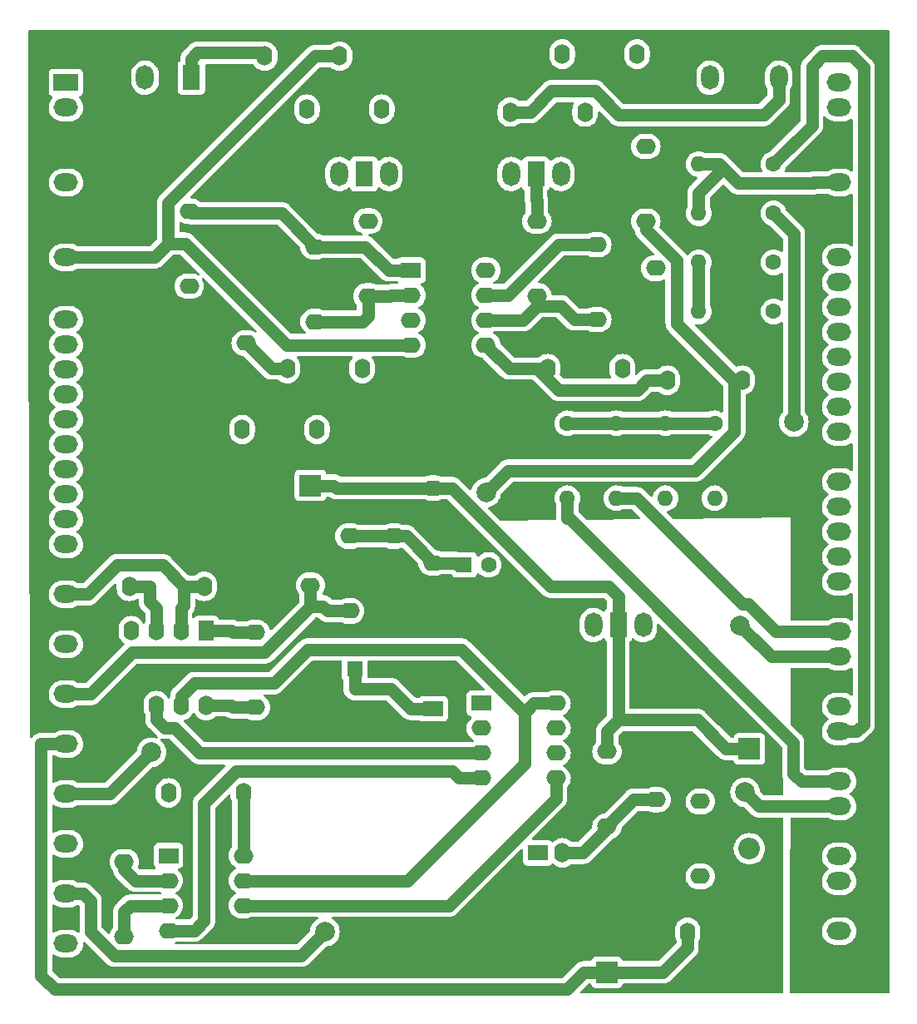
<source format=gbl>
G04 #@! TF.GenerationSoftware,KiCad,Pcbnew,7.0.10-7.0.10~ubuntu20.04.1*
G04 #@! TF.CreationDate,2024-05-27T18:50:51-03:00*
G04 #@! TF.ProjectId,Fonte_corrente_bipolar_V01,466f6e74-655f-4636-9f72-72656e74655f,v02*
G04 #@! TF.SameCoordinates,Original*
G04 #@! TF.FileFunction,Copper,L2,Bot*
G04 #@! TF.FilePolarity,Positive*
%FSLAX46Y46*%
G04 Gerber Fmt 4.6, Leading zero omitted, Abs format (unit mm)*
G04 Created by KiCad (PCBNEW 7.0.10-7.0.10~ubuntu20.04.1) date 2024-05-27 18:50:51*
%MOMM*%
%LPD*%
G01*
G04 APERTURE LIST*
G04 #@! TA.AperFunction,ComponentPad*
%ADD10C,1.600000*%
G04 #@! TD*
G04 #@! TA.AperFunction,ComponentPad*
%ADD11O,1.600000X1.600000*%
G04 #@! TD*
G04 #@! TA.AperFunction,ComponentPad*
%ADD12O,2.000000X1.600000*%
G04 #@! TD*
G04 #@! TA.AperFunction,ComponentPad*
%ADD13O,1.800000X2.500000*%
G04 #@! TD*
G04 #@! TA.AperFunction,ComponentPad*
%ADD14R,1.800000X2.500000*%
G04 #@! TD*
G04 #@! TA.AperFunction,ComponentPad*
%ADD15O,1.600000X2.000000*%
G04 #@! TD*
G04 #@! TA.AperFunction,ComponentPad*
%ADD16R,2.200000X2.200000*%
G04 #@! TD*
G04 #@! TA.AperFunction,ComponentPad*
%ADD17O,2.200000X2.200000*%
G04 #@! TD*
G04 #@! TA.AperFunction,ComponentPad*
%ADD18R,1.600000X1.600000*%
G04 #@! TD*
G04 #@! TA.AperFunction,ComponentPad*
%ADD19R,2.500000X1.800000*%
G04 #@! TD*
G04 #@! TA.AperFunction,ComponentPad*
%ADD20O,2.500000X1.800000*%
G04 #@! TD*
G04 #@! TA.AperFunction,ComponentPad*
%ADD21R,2.000000X1.600000*%
G04 #@! TD*
G04 #@! TA.AperFunction,ComponentPad*
%ADD22R,1.800000X2.600000*%
G04 #@! TD*
G04 #@! TA.AperFunction,ComponentPad*
%ADD23R,1.600000X2.000000*%
G04 #@! TD*
G04 #@! TA.AperFunction,ViaPad*
%ADD24C,2.000000*%
G04 #@! TD*
G04 #@! TA.AperFunction,Conductor*
%ADD25C,1.270000*%
G04 #@! TD*
G04 APERTURE END LIST*
D10*
X173000000Y-79380000D03*
D11*
X173000000Y-87000000D03*
D10*
X168000000Y-79380000D03*
D11*
X168000000Y-87000000D03*
D10*
X179000000Y-53000000D03*
D11*
X171380000Y-53000000D03*
D10*
X179000000Y-58000000D03*
D11*
X171380000Y-58000000D03*
D10*
X163000000Y-79380000D03*
D11*
X163000000Y-87000000D03*
D10*
X158000000Y-79380000D03*
D11*
X158000000Y-87000000D03*
D10*
X179000000Y-63000000D03*
D11*
X171380000Y-63000000D03*
D10*
X179000000Y-68000000D03*
D11*
X171380000Y-68000000D03*
D12*
X135840000Y-90860000D03*
X135840000Y-98480000D03*
D13*
X160660000Y-99900000D03*
D14*
X163200000Y-99900000D03*
D13*
X165740000Y-99900000D03*
D12*
X125300000Y-71220000D03*
X125300000Y-63600000D03*
X137700000Y-66420000D03*
X137700000Y-58800000D03*
D15*
X132510000Y-80010000D03*
X124890000Y-80010000D03*
D12*
X112880000Y-131620000D03*
X112880000Y-124000000D03*
D16*
X162045100Y-135260000D03*
D17*
X162045100Y-125100000D03*
D13*
X152260000Y-54000000D03*
D14*
X154800000Y-54000000D03*
D13*
X157340000Y-54000000D03*
D15*
X113410000Y-95980000D03*
X121030000Y-95980000D03*
D12*
X167045100Y-117680000D03*
X167045100Y-125300000D03*
D15*
X168190000Y-75000000D03*
X175810000Y-75000000D03*
D12*
X162045100Y-112790000D03*
X162045100Y-120410000D03*
D14*
X119725000Y-44190000D03*
D13*
X122265000Y-44190000D03*
D18*
X147500000Y-93780000D03*
D10*
X150000000Y-93780000D03*
D12*
X119500000Y-57800000D03*
X119500000Y-65420000D03*
D19*
X106934000Y-44704000D03*
D20*
X106934000Y-47244000D03*
X106934000Y-49784000D03*
X106934000Y-52324000D03*
X106934000Y-54864000D03*
X106934000Y-57404000D03*
X106934000Y-59944000D03*
X106934000Y-62484000D03*
D15*
X117380000Y-117000000D03*
X125000000Y-117000000D03*
D21*
X142090000Y-63800000D03*
D12*
X142090000Y-66340000D03*
X142090000Y-68880000D03*
X142090000Y-71420000D03*
X149710000Y-71420000D03*
X149710000Y-68880000D03*
X149710000Y-66340000D03*
X149710000Y-63800000D03*
X126220000Y-100670000D03*
X126220000Y-108290000D03*
D14*
X112460000Y-44190000D03*
D13*
X115000000Y-44190000D03*
D20*
X106934000Y-68834000D03*
X106934000Y-71374000D03*
X106934000Y-73914000D03*
X106934000Y-76454000D03*
X106934000Y-78994000D03*
X106934000Y-81534000D03*
X106934000Y-84074000D03*
X106934000Y-86614000D03*
X106934000Y-89154000D03*
X106934000Y-91694000D03*
X106934000Y-94234000D03*
X106934000Y-96774000D03*
X106934000Y-99314000D03*
X106934000Y-101854000D03*
X106934000Y-104394000D03*
X106934000Y-106934000D03*
X106934000Y-109474000D03*
X106934000Y-112014000D03*
X106934000Y-114554000D03*
X106934000Y-117094000D03*
X106934000Y-119634000D03*
X106934000Y-122174000D03*
X106934000Y-124714000D03*
X106934000Y-127254000D03*
X106934000Y-129794000D03*
X106934000Y-132334000D03*
X106934000Y-134874000D03*
D15*
X165100000Y-41800000D03*
X157480000Y-41800000D03*
D12*
X132300000Y-69020000D03*
X132300000Y-61400000D03*
D21*
X117380000Y-123380000D03*
D12*
X117380000Y-125920000D03*
X117380000Y-128460000D03*
X117380000Y-131000000D03*
X125000000Y-131000000D03*
X125000000Y-128460000D03*
X125000000Y-125920000D03*
X125000000Y-123380000D03*
D15*
X159810000Y-47700000D03*
X152190000Y-47700000D03*
X155990000Y-73810000D03*
X163610000Y-73810000D03*
D20*
X185674000Y-44704000D03*
X185674000Y-47244000D03*
X185674000Y-49784000D03*
X185674000Y-52324000D03*
X185674000Y-54864000D03*
X185674000Y-57404000D03*
X185674000Y-59944000D03*
X185674000Y-62484000D03*
X185674000Y-65024000D03*
X185674000Y-67564000D03*
X185674000Y-70104000D03*
X185674000Y-72644000D03*
X185674000Y-75184000D03*
X185674000Y-77724000D03*
X185674000Y-80264000D03*
X185674000Y-82804000D03*
X185674000Y-85344000D03*
X185674000Y-87884000D03*
X185674000Y-90424000D03*
X185674000Y-92964000D03*
X185674000Y-95504000D03*
X185674000Y-98044000D03*
X185674000Y-100584000D03*
X185674000Y-103124000D03*
X185674000Y-105664000D03*
X185674000Y-108204000D03*
X185674000Y-110744000D03*
X185674000Y-113284000D03*
X185674000Y-115824000D03*
X185674000Y-118364000D03*
X185674000Y-120904000D03*
X185674000Y-123444000D03*
X185674000Y-125984000D03*
X185674000Y-128524000D03*
X185674000Y-131064000D03*
D13*
X134760000Y-54000000D03*
D22*
X137300000Y-54000000D03*
D13*
X139840000Y-54000000D03*
D12*
X166000000Y-51190000D03*
X166000000Y-58810000D03*
D15*
X157500000Y-123100000D03*
D21*
X155000000Y-123100000D03*
D16*
X176545100Y-112520000D03*
D17*
X176545100Y-122680000D03*
D21*
X149228900Y-107877000D03*
D12*
X149228900Y-110417000D03*
X149228900Y-112957000D03*
X149228900Y-115497000D03*
X156848900Y-115497000D03*
X156848900Y-112957000D03*
X156848900Y-110417000D03*
X156848900Y-107877000D03*
X161000000Y-68810000D03*
X161000000Y-61190000D03*
X167000000Y-63600000D03*
X167000000Y-71220000D03*
D14*
X170000000Y-44190000D03*
D13*
X172540000Y-44190000D03*
D16*
X131840000Y-85700000D03*
D12*
X131840000Y-95860000D03*
D15*
X170250200Y-131180000D03*
D21*
X167750200Y-131180000D03*
X144340000Y-108440000D03*
D12*
X144340000Y-98280000D03*
D23*
X121220000Y-100480000D03*
D15*
X118680000Y-100480000D03*
X116140000Y-100480000D03*
X113600000Y-100480000D03*
X113600000Y-108100000D03*
X116140000Y-108100000D03*
X118680000Y-108100000D03*
X121220000Y-108100000D03*
D12*
X140340000Y-90860000D03*
X140340000Y-98480000D03*
X154900000Y-66420000D03*
X154900000Y-58800000D03*
D14*
X177000000Y-44190000D03*
D13*
X179540000Y-44190000D03*
D15*
X139100000Y-47400000D03*
X131480000Y-47400000D03*
X137110000Y-73810000D03*
X129490000Y-73810000D03*
X134800000Y-42000000D03*
X127180000Y-42000000D03*
D12*
X144340000Y-85970000D03*
X144340000Y-93590000D03*
X171545100Y-117870000D03*
X171545100Y-125490000D03*
D18*
X136340000Y-104360000D03*
D10*
X138840000Y-104360000D03*
D24*
X149729400Y-86419000D03*
X181077000Y-79244800D03*
X176109600Y-116927900D03*
X133324000Y-131141700D03*
X115648100Y-112862700D03*
X175560700Y-99928700D03*
D25*
X174935400Y-75000000D02*
X169136900Y-69201500D01*
X169136900Y-69201500D02*
X169136900Y-62788000D01*
X169136900Y-62788000D02*
X166000000Y-59651100D01*
X166000000Y-59651100D02*
X166000000Y-58810000D01*
X149710000Y-71420000D02*
X152100000Y-73810000D01*
X152100000Y-73810000D02*
X154955000Y-73810000D01*
X144340000Y-85970000D02*
X146258400Y-85970000D01*
X146258400Y-85970000D02*
X156288400Y-96000000D01*
X156288400Y-96000000D02*
X162200000Y-96000000D01*
X162200000Y-96000000D02*
X163200000Y-97000000D01*
X163200000Y-97000000D02*
X163200000Y-99900000D01*
X185674000Y-110744000D02*
X187450000Y-110744000D01*
X188194000Y-110000000D02*
X188194000Y-43194000D01*
X187450000Y-110744000D02*
X188194000Y-110000000D01*
X188194000Y-43194000D02*
X187000000Y-42000000D01*
X184000000Y-42000000D02*
X182925600Y-43074400D01*
X187000000Y-42000000D02*
X184000000Y-42000000D01*
X182925600Y-43074400D02*
X182925600Y-49074400D01*
X182925600Y-49074400D02*
X179000000Y-53000000D01*
X181077000Y-79244800D02*
X181077000Y-60077000D01*
X181077000Y-60077000D02*
X179000000Y-58000000D01*
X179540000Y-44190000D02*
X179540000Y-46460000D01*
X179540000Y-46460000D02*
X178000000Y-48000000D01*
X163246300Y-48000000D02*
X160806400Y-45560100D01*
X178000000Y-48000000D02*
X163246300Y-48000000D01*
X154260000Y-47700000D02*
X152190000Y-47700000D01*
X160806400Y-45560100D02*
X156399900Y-45560100D01*
X156399900Y-45560100D02*
X154260000Y-47700000D01*
X127180000Y-42000000D02*
X126850000Y-41670000D01*
X126850000Y-41670000D02*
X120330000Y-41670000D01*
X120330000Y-41670000D02*
X119725000Y-42275000D01*
X119725000Y-42275000D02*
X119725000Y-44190000D01*
X132300000Y-61400000D02*
X128900000Y-58000000D01*
X128900000Y-58000000D02*
X119700000Y-58000000D01*
X119700000Y-58000000D02*
X119500000Y-57800000D01*
X129490000Y-73810000D02*
X127890000Y-73810000D01*
X127890000Y-73810000D02*
X125300000Y-71220000D01*
X140340000Y-90860000D02*
X135840000Y-90860000D01*
X144340000Y-93590000D02*
X141610000Y-90860000D01*
X141610000Y-90860000D02*
X140340000Y-90860000D01*
X162045100Y-120410000D02*
X162045100Y-120624900D01*
X162045100Y-120624900D02*
X159570000Y-123100000D01*
X159570000Y-123100000D02*
X157500000Y-123100000D01*
X162045100Y-120410000D02*
X164775100Y-117680000D01*
X164775100Y-117680000D02*
X167045100Y-117680000D01*
X170250200Y-131180000D02*
X170250200Y-132749800D01*
X170250200Y-132749800D02*
X167740000Y-135260000D01*
X167740000Y-135260000D02*
X162045100Y-135260000D01*
X158000000Y-87000000D02*
X158000000Y-89070000D01*
X158000000Y-89070000D02*
X158199100Y-89070000D01*
X158199100Y-89070000D02*
X181000000Y-111870900D01*
X181000000Y-111870900D02*
X181000000Y-115000000D01*
X181000000Y-115000000D02*
X181824000Y-115824000D01*
X181824000Y-115824000D02*
X185674000Y-115824000D01*
X118680000Y-108100000D02*
X118680000Y-107150000D01*
X118680000Y-107150000D02*
X120000000Y-105830000D01*
X147203900Y-102394000D02*
X153632900Y-108823000D01*
X120000000Y-105830000D02*
X128134100Y-105830000D01*
X128134100Y-105830000D02*
X131570100Y-102394000D01*
X131570100Y-102394000D02*
X147203900Y-102394000D01*
X116140000Y-108100000D02*
X116140000Y-109510000D01*
X117000000Y-110370000D02*
X117996900Y-110370000D01*
X116140000Y-109510000D02*
X117000000Y-110370000D01*
X117996900Y-110370000D02*
X120583900Y-112957000D01*
X120583900Y-112957000D02*
X149228900Y-112957000D01*
X117380000Y-125920000D02*
X114000000Y-125920000D01*
X114000000Y-125920000D02*
X112880000Y-124800000D01*
X112880000Y-124800000D02*
X112880000Y-124000000D01*
X117380000Y-128460000D02*
X113540000Y-128460000D01*
X113540000Y-128460000D02*
X112880000Y-129120000D01*
X112880000Y-129120000D02*
X112880000Y-131620000D01*
X117380000Y-131000000D02*
X120000000Y-131000000D01*
X121000000Y-130000000D02*
X121000000Y-118050500D01*
X124254500Y-114796000D02*
X146257900Y-114796000D01*
X146257900Y-114796000D02*
X146958900Y-115497000D01*
X146958900Y-115497000D02*
X149228900Y-115497000D01*
X120000000Y-131000000D02*
X121000000Y-130000000D01*
X121000000Y-118050500D02*
X124254500Y-114796000D01*
X106934000Y-127254000D02*
X108708000Y-127254000D01*
X109454000Y-128000000D02*
X109454000Y-131133700D01*
X108708000Y-127254000D02*
X109454000Y-128000000D01*
X109454000Y-131133700D02*
X111886600Y-133566300D01*
X111886600Y-133566300D02*
X130899400Y-133566300D01*
X130899400Y-133566300D02*
X133324000Y-131141700D01*
X106934000Y-96774000D02*
X109226000Y-96774000D01*
X109226000Y-96774000D02*
X112192500Y-93807500D01*
X112192500Y-93807500D02*
X116787500Y-93807500D01*
X116787500Y-93807500D02*
X118960000Y-95980000D01*
X145955900Y-128460000D02*
X156848900Y-117567000D01*
X125000000Y-128460000D02*
X145955900Y-128460000D01*
X156848900Y-115497000D02*
X156848900Y-117567000D01*
X125000000Y-123380000D02*
X125000000Y-117000000D01*
X115480000Y-97550000D02*
X115480000Y-95980000D01*
X116140000Y-98210000D02*
X115480000Y-97550000D01*
X116140000Y-100480000D02*
X116140000Y-98210000D01*
X113410000Y-95980000D02*
X115480000Y-95980000D01*
X142090000Y-63800000D02*
X139820000Y-63800000D01*
X137420000Y-61400000D02*
X132300000Y-61400000D01*
X139820000Y-63800000D02*
X137420000Y-61400000D01*
X140050000Y-66340000D02*
X139970000Y-66420000D01*
X142090000Y-66340000D02*
X140050000Y-66340000D01*
X137700000Y-66420000D02*
X139970000Y-66420000D01*
X137170000Y-69020000D02*
X137700000Y-68490000D01*
X132300000Y-69020000D02*
X137170000Y-69020000D01*
X137700000Y-66420000D02*
X137700000Y-68490000D01*
X175810000Y-75000000D02*
X174935400Y-75000000D01*
X174998800Y-75063400D02*
X174935400Y-75000000D01*
X174998800Y-80198600D02*
X174998800Y-75063400D01*
X170997800Y-84199600D02*
X174998800Y-80198600D01*
X151948800Y-84199600D02*
X170997800Y-84199600D01*
X149729400Y-86419000D02*
X151948800Y-84199600D01*
X154800000Y-56630000D02*
X154900000Y-56730000D01*
X154800000Y-54000000D02*
X154800000Y-56630000D01*
X154900000Y-58800000D02*
X154900000Y-56730000D01*
X134480000Y-85970000D02*
X144340000Y-85970000D01*
X134210000Y-85700000D02*
X134480000Y-85970000D01*
X131840000Y-85700000D02*
X134210000Y-85700000D01*
X162045100Y-112790000D02*
X162045100Y-110720000D01*
X171220200Y-109565100D02*
X163200000Y-109565100D01*
X174175100Y-112520000D02*
X171220200Y-109565100D01*
X163200000Y-99900000D02*
X163200000Y-109565100D01*
X163200000Y-109565100D02*
X162045100Y-110720000D01*
X176545100Y-112520000D02*
X174175100Y-112520000D01*
X123760000Y-108100000D02*
X123950000Y-108290000D01*
X121220000Y-108100000D02*
X123760000Y-108100000D01*
X126220000Y-108290000D02*
X123950000Y-108290000D01*
X123760000Y-100480000D02*
X123950000Y-100670000D01*
X121220000Y-100480000D02*
X123760000Y-100480000D01*
X126220000Y-100670000D02*
X123950000Y-100670000D01*
X146800000Y-93780000D02*
X146610000Y-93590000D01*
X147500000Y-93780000D02*
X146800000Y-93780000D01*
X144340000Y-93590000D02*
X146610000Y-93590000D01*
X155990000Y-73810000D02*
X154955000Y-73810000D01*
X165151900Y-75968100D02*
X166120000Y-75000000D01*
X157113100Y-75968100D02*
X165151900Y-75968100D01*
X154955000Y-73810000D02*
X157113100Y-75968100D01*
X168190000Y-75000000D02*
X166120000Y-75000000D01*
X149710000Y-66340000D02*
X151980000Y-66340000D01*
X157130000Y-61190000D02*
X161000000Y-61190000D01*
X151980000Y-66340000D02*
X157130000Y-61190000D01*
X154900000Y-66420000D02*
X154900000Y-67455000D01*
X157375000Y-67455000D02*
X158730000Y-68810000D01*
X154900000Y-67455000D02*
X157375000Y-67455000D01*
X161000000Y-68810000D02*
X158730000Y-68810000D01*
X153475000Y-68880000D02*
X154900000Y-67455000D01*
X149710000Y-68880000D02*
X153475000Y-68880000D01*
X177545700Y-118364000D02*
X176109600Y-116927900D01*
X185674000Y-118364000D02*
X177545700Y-118364000D01*
X111416800Y-117094000D02*
X115648100Y-112862700D01*
X106934000Y-117094000D02*
X111416800Y-117094000D01*
X162045100Y-135260000D02*
X159675100Y-135260000D01*
X106934000Y-112014000D02*
X104414000Y-112014000D01*
X157950200Y-136984900D02*
X159675100Y-135260000D01*
X105808100Y-136984900D02*
X157950200Y-136984900D01*
X104414000Y-135590800D02*
X105808100Y-136984900D01*
X104414000Y-112014000D02*
X104414000Y-135590800D01*
X136340000Y-104360000D02*
X136340000Y-106430000D01*
X140060000Y-106430000D02*
X136340000Y-106430000D01*
X142070000Y-108440000D02*
X140060000Y-106430000D01*
X144340000Y-108440000D02*
X142070000Y-108440000D01*
X135840000Y-98480000D02*
X133570000Y-98480000D01*
X131840000Y-95860000D02*
X131840000Y-97576200D01*
X106934000Y-106934000D02*
X109454000Y-106934000D01*
X133097200Y-98007200D02*
X131840000Y-98007200D01*
X133570000Y-98480000D02*
X133097200Y-98007200D01*
X131840000Y-97576200D02*
X131840000Y-98007200D01*
X113678000Y-102710000D02*
X109454000Y-106934000D01*
X127137200Y-102710000D02*
X113678000Y-102710000D01*
X131840000Y-98007200D02*
X127137200Y-102710000D01*
X118960000Y-97930000D02*
X118960000Y-95980000D01*
X118680000Y-98210000D02*
X118960000Y-97930000D01*
X118680000Y-100480000D02*
X118680000Y-98210000D01*
X121030000Y-95980000D02*
X118960000Y-95980000D01*
X178756000Y-103124000D02*
X175560700Y-99928700D01*
X185674000Y-103124000D02*
X178756000Y-103124000D01*
X163000000Y-87000000D02*
X165070000Y-87000000D01*
X175861800Y-97791800D02*
X165070000Y-87000000D01*
X176445900Y-97791800D02*
X175861800Y-97791800D01*
X179238100Y-100584000D02*
X176445900Y-97791800D01*
X185674000Y-100584000D02*
X179238100Y-100584000D01*
X185674000Y-54864000D02*
X183154000Y-54864000D01*
X171380000Y-53000000D02*
X173450000Y-53000000D01*
X171380000Y-68000000D02*
X171380000Y-63000000D01*
X171380000Y-58000000D02*
X171380000Y-55930000D01*
X173880000Y-53430000D02*
X171380000Y-55930000D01*
X175393400Y-54943400D02*
X173880000Y-53430000D01*
X183074600Y-54943400D02*
X175393400Y-54943400D01*
X183154000Y-54864000D02*
X183074600Y-54943400D01*
X173880000Y-53430000D02*
X173450000Y-53000000D01*
X158000000Y-79380000D02*
X163000000Y-79380000D01*
X173000000Y-79380000D02*
X168000000Y-79380000D01*
X168000000Y-79380000D02*
X163000000Y-79380000D01*
X134800000Y-42000000D02*
X132730000Y-42000000D01*
X132321600Y-42000000D02*
X132730000Y-42000000D01*
X117343700Y-56977900D02*
X132321600Y-42000000D01*
X117343700Y-61094100D02*
X117343700Y-56977900D01*
X119118200Y-61094100D02*
X117343700Y-61094100D01*
X129444100Y-71420000D02*
X119118200Y-61094100D01*
X142090000Y-71420000D02*
X129444100Y-71420000D01*
X115953800Y-62484000D02*
X106934000Y-62484000D01*
X117343700Y-61094100D02*
X115953800Y-62484000D01*
X156848900Y-107877000D02*
X154578900Y-107877000D01*
X154578900Y-107877000D02*
X153632900Y-108823000D01*
X141745100Y-125920000D02*
X125000000Y-125920000D01*
X153632900Y-114032200D02*
X141745100Y-125920000D01*
X153632900Y-108823000D02*
X153632900Y-114032200D01*
G04 #@! TA.AperFunction,Conductor*
G36*
X118655601Y-58934454D02*
G01*
X118853504Y-59026739D01*
X119073308Y-59085635D01*
X119243214Y-59100499D01*
X119243215Y-59100500D01*
X119243216Y-59100500D01*
X119394099Y-59100500D01*
X119431852Y-59106387D01*
X119457535Y-59114597D01*
X119507535Y-59120575D01*
X119520524Y-59122128D01*
X119529272Y-59123492D01*
X119591567Y-59135499D01*
X119591568Y-59135499D01*
X119591573Y-59135500D01*
X119624973Y-59135500D01*
X119639693Y-59136376D01*
X119672855Y-59140342D01*
X119736138Y-59135816D01*
X119744983Y-59135500D01*
X128378299Y-59135500D01*
X128445338Y-59155185D01*
X128465979Y-59171818D01*
X129624924Y-60330764D01*
X130772241Y-61478081D01*
X130805726Y-61539404D01*
X130808088Y-61554953D01*
X130814364Y-61626687D01*
X130814366Y-61626697D01*
X130873258Y-61846488D01*
X130873261Y-61846497D01*
X130969431Y-62052732D01*
X130969432Y-62052734D01*
X131099954Y-62239141D01*
X131260858Y-62400045D01*
X131260861Y-62400047D01*
X131447266Y-62530568D01*
X131653504Y-62626739D01*
X131653509Y-62626740D01*
X131653511Y-62626741D01*
X131702122Y-62639766D01*
X131873308Y-62685635D01*
X132043214Y-62700499D01*
X132043215Y-62700500D01*
X132043216Y-62700500D01*
X132556785Y-62700500D01*
X132556785Y-62700499D01*
X132726692Y-62685635D01*
X132946496Y-62626739D01*
X133117242Y-62547117D01*
X133169647Y-62535500D01*
X136898299Y-62535500D01*
X136965338Y-62555185D01*
X136985980Y-62571819D01*
X138942717Y-64528556D01*
X138956042Y-64544308D01*
X138957943Y-64546977D01*
X139013602Y-64600047D01*
X139025588Y-64611476D01*
X139027699Y-64613538D01*
X139055329Y-64641168D01*
X139055340Y-64641177D01*
X139062348Y-64646963D01*
X139068971Y-64652841D01*
X139114888Y-64696623D01*
X139142981Y-64714677D01*
X139154892Y-64723375D01*
X139180642Y-64744636D01*
X139180646Y-64744639D01*
X139180649Y-64744641D01*
X139180651Y-64744642D01*
X139180654Y-64744644D01*
X139236327Y-64775043D01*
X139243941Y-64779561D01*
X139297310Y-64813859D01*
X139297311Y-64813859D01*
X139297317Y-64813863D01*
X139328328Y-64826277D01*
X139341654Y-64832556D01*
X139370977Y-64848568D01*
X139431423Y-64867890D01*
X139439727Y-64870875D01*
X139498638Y-64894460D01*
X139531439Y-64900782D01*
X139545721Y-64904427D01*
X139556331Y-64907819D01*
X139577534Y-64914597D01*
X139640524Y-64922128D01*
X139649272Y-64923492D01*
X139711567Y-64935499D01*
X139711568Y-64935499D01*
X139711573Y-64935500D01*
X139744973Y-64935500D01*
X139759693Y-64936376D01*
X139792855Y-64940342D01*
X139856138Y-64935816D01*
X139864983Y-64935500D01*
X140661733Y-64935500D01*
X140728772Y-64955185D01*
X140736040Y-64960231D01*
X140759581Y-64977853D01*
X140764097Y-64981234D01*
X140805967Y-65037168D01*
X140810951Y-65106860D01*
X140777465Y-65168182D01*
X140716142Y-65201667D01*
X140689785Y-65204500D01*
X140155162Y-65204500D01*
X140134595Y-65202782D01*
X140131385Y-65202242D01*
X140131376Y-65202241D01*
X140131374Y-65202241D01*
X140047092Y-65204247D01*
X140037952Y-65204465D01*
X140035002Y-65204500D01*
X139995909Y-65204500D01*
X139986831Y-65205366D01*
X139978016Y-65205891D01*
X139914578Y-65207402D01*
X139881942Y-65214501D01*
X139867377Y-65216772D01*
X139834135Y-65219946D01*
X139834125Y-65219948D01*
X139773241Y-65237824D01*
X139764672Y-65240011D01*
X139702686Y-65253497D01*
X139702678Y-65253499D01*
X139671983Y-65266643D01*
X139658115Y-65271628D01*
X139631396Y-65279475D01*
X139596455Y-65284500D01*
X138569647Y-65284500D01*
X138517242Y-65272882D01*
X138346497Y-65193261D01*
X138346488Y-65193258D01*
X138126697Y-65134366D01*
X138126687Y-65134364D01*
X137956785Y-65119500D01*
X137956784Y-65119500D01*
X137443216Y-65119500D01*
X137443215Y-65119500D01*
X137273312Y-65134364D01*
X137273302Y-65134366D01*
X137053511Y-65193258D01*
X137053502Y-65193261D01*
X136847267Y-65289431D01*
X136847265Y-65289432D01*
X136660858Y-65419954D01*
X136499954Y-65580858D01*
X136369432Y-65767265D01*
X136369431Y-65767267D01*
X136273261Y-65973502D01*
X136273258Y-65973511D01*
X136214366Y-66193302D01*
X136214364Y-66193313D01*
X136194532Y-66419998D01*
X136194532Y-66420001D01*
X136214364Y-66646686D01*
X136214366Y-66646697D01*
X136273258Y-66866488D01*
X136273261Y-66866497D01*
X136369431Y-67072732D01*
X136369432Y-67072734D01*
X136499951Y-67259137D01*
X136499952Y-67259138D01*
X136499953Y-67259139D01*
X136528181Y-67287367D01*
X136561666Y-67348688D01*
X136564500Y-67375048D01*
X136564500Y-67760500D01*
X136544815Y-67827539D01*
X136492011Y-67873294D01*
X136440500Y-67884500D01*
X133169647Y-67884500D01*
X133117242Y-67872882D01*
X132946497Y-67793261D01*
X132946488Y-67793258D01*
X132726697Y-67734366D01*
X132726687Y-67734364D01*
X132556785Y-67719500D01*
X132556784Y-67719500D01*
X132043216Y-67719500D01*
X132043215Y-67719500D01*
X131873312Y-67734364D01*
X131873302Y-67734366D01*
X131653511Y-67793258D01*
X131653502Y-67793261D01*
X131447267Y-67889431D01*
X131447265Y-67889432D01*
X131260858Y-68019954D01*
X131099954Y-68180858D01*
X130969432Y-68367265D01*
X130969431Y-68367267D01*
X130873261Y-68573502D01*
X130873258Y-68573511D01*
X130814366Y-68793302D01*
X130814364Y-68793313D01*
X130794532Y-69019998D01*
X130794532Y-69020001D01*
X130814364Y-69246686D01*
X130814366Y-69246697D01*
X130873258Y-69466488D01*
X130873261Y-69466497D01*
X130969431Y-69672732D01*
X130969432Y-69672734D01*
X131099954Y-69859141D01*
X131260858Y-70020045D01*
X131316385Y-70058925D01*
X131360010Y-70113501D01*
X131367204Y-70182999D01*
X131335682Y-70245354D01*
X131275452Y-70280769D01*
X131245262Y-70284500D01*
X129965801Y-70284500D01*
X129898762Y-70264815D01*
X129878120Y-70248181D01*
X119995478Y-60365538D01*
X119982151Y-60349783D01*
X119980257Y-60347123D01*
X119980253Y-60347119D01*
X119980250Y-60347115D01*
X119912633Y-60282643D01*
X119910560Y-60280620D01*
X119882872Y-60252932D01*
X119882811Y-60252882D01*
X119875846Y-60247131D01*
X119869224Y-60241254D01*
X119823315Y-60197480D01*
X119823312Y-60197477D01*
X119823310Y-60197475D01*
X119823308Y-60197474D01*
X119795218Y-60179421D01*
X119783314Y-60170729D01*
X119757554Y-60149461D01*
X119757555Y-60149461D01*
X119757552Y-60149459D01*
X119701853Y-60119044D01*
X119694252Y-60114534D01*
X119640883Y-60080237D01*
X119640877Y-60080233D01*
X119609874Y-60067821D01*
X119596538Y-60061538D01*
X119567229Y-60045535D01*
X119567226Y-60045533D01*
X119567223Y-60045532D01*
X119567220Y-60045531D01*
X119506783Y-60026210D01*
X119498457Y-60023217D01*
X119439562Y-59999640D01*
X119439564Y-59999640D01*
X119406762Y-59993318D01*
X119392475Y-59989671D01*
X119360666Y-59979502D01*
X119297667Y-59971970D01*
X119288922Y-59970606D01*
X119226628Y-59958600D01*
X119226627Y-59958600D01*
X119193228Y-59958600D01*
X119178508Y-59957723D01*
X119145346Y-59953758D01*
X119145345Y-59953758D01*
X119097482Y-59957181D01*
X119082062Y-59958284D01*
X119073217Y-59958600D01*
X118603200Y-59958600D01*
X118536161Y-59938915D01*
X118490406Y-59886111D01*
X118479200Y-59834600D01*
X118479200Y-59046838D01*
X118498885Y-58979799D01*
X118551689Y-58934044D01*
X118620847Y-58924100D01*
X118655601Y-58934454D01*
G37*
G04 #@! TD.AperFunction*
G04 #@! TA.AperFunction,Conductor*
G36*
X190743039Y-39377685D02*
G01*
X190788794Y-39430489D01*
X190800000Y-39482000D01*
X190800000Y-137277852D01*
X190780315Y-137344891D01*
X190727511Y-137390646D01*
X190675853Y-137401852D01*
X180794109Y-137390147D01*
X180727093Y-137370383D01*
X180681401Y-137317525D01*
X180670256Y-137265891D01*
X180670413Y-137190165D01*
X180683193Y-131004346D01*
X183919702Y-131004346D01*
X183929819Y-131242528D01*
X183929819Y-131242532D01*
X183980045Y-131475580D01*
X184068935Y-131696788D01*
X184068936Y-131696790D01*
X184168385Y-131858306D01*
X184193932Y-131899796D01*
X184342292Y-132068366D01*
X184351436Y-132078755D01*
X184536920Y-132228523D01*
X184745046Y-132344790D01*
X184907461Y-132402175D01*
X184969829Y-132424211D01*
X185204790Y-132464499D01*
X185204798Y-132464499D01*
X185204800Y-132464500D01*
X185204801Y-132464500D01*
X186083496Y-132464500D01*
X186083497Y-132464500D01*
X186083498Y-132464499D01*
X186083515Y-132464499D01*
X186261536Y-132449347D01*
X186261539Y-132449346D01*
X186261541Y-132449346D01*
X186492249Y-132389275D01*
X186624973Y-132329279D01*
X186709480Y-132291080D01*
X186709481Y-132291078D01*
X186709486Y-132291077D01*
X186853434Y-132193784D01*
X186906993Y-132157586D01*
X186906994Y-132157584D01*
X186907003Y-132157579D01*
X187079118Y-131992621D01*
X187220879Y-131800947D01*
X187328207Y-131588074D01*
X187398016Y-131360123D01*
X187428298Y-131123654D01*
X187425268Y-131052337D01*
X187420220Y-130933500D01*
X187418180Y-130885468D01*
X187398104Y-130792317D01*
X187367954Y-130652419D01*
X187320172Y-130533511D01*
X187279064Y-130431210D01*
X187154069Y-130228205D01*
X186996564Y-130049245D01*
X186811080Y-129899477D01*
X186634268Y-129800703D01*
X186602955Y-129783210D01*
X186378170Y-129703788D01*
X186143209Y-129663500D01*
X186143200Y-129663500D01*
X185264503Y-129663500D01*
X185264484Y-129663500D01*
X185086463Y-129678652D01*
X184855751Y-129738724D01*
X184638519Y-129836919D01*
X184638511Y-129836924D01*
X184441006Y-129970413D01*
X184440997Y-129970421D01*
X184268881Y-130135379D01*
X184127123Y-130327050D01*
X184127120Y-130327054D01*
X184019796Y-130539920D01*
X184019793Y-130539926D01*
X183949983Y-130767878D01*
X183919702Y-131004346D01*
X180683193Y-131004346D01*
X180693689Y-125924346D01*
X183919702Y-125924346D01*
X183929819Y-126162528D01*
X183929819Y-126162532D01*
X183980045Y-126395580D01*
X184068935Y-126616788D01*
X184068936Y-126616790D01*
X184175893Y-126790500D01*
X184193932Y-126819796D01*
X184342292Y-126988366D01*
X184351436Y-126998755D01*
X184536920Y-127148523D01*
X184745046Y-127264790D01*
X184939364Y-127333447D01*
X184969829Y-127344211D01*
X185204790Y-127384499D01*
X185204798Y-127384499D01*
X185204800Y-127384500D01*
X185204801Y-127384500D01*
X186083496Y-127384500D01*
X186083497Y-127384500D01*
X186083498Y-127384499D01*
X186083515Y-127384499D01*
X186261536Y-127369347D01*
X186261539Y-127369346D01*
X186261541Y-127369346D01*
X186492249Y-127309275D01*
X186634646Y-127244907D01*
X186709480Y-127211080D01*
X186709481Y-127211078D01*
X186709486Y-127211077D01*
X186906944Y-127077619D01*
X186906993Y-127077586D01*
X186906994Y-127077584D01*
X186907003Y-127077579D01*
X187079118Y-126912621D01*
X187220879Y-126720947D01*
X187328207Y-126508074D01*
X187398016Y-126280123D01*
X187428298Y-126043654D01*
X187418180Y-125805468D01*
X187367954Y-125572419D01*
X187279064Y-125351210D01*
X187154069Y-125148205D01*
X186996564Y-124969245D01*
X186811080Y-124819477D01*
X186811074Y-124819474D01*
X186811071Y-124819471D01*
X186811057Y-124819463D01*
X186811051Y-124819457D01*
X186806709Y-124816522D01*
X186807306Y-124815638D01*
X186762134Y-124769580D01*
X186747947Y-124701165D01*
X186772999Y-124635942D01*
X186802099Y-124608481D01*
X186907003Y-124537579D01*
X187079118Y-124372621D01*
X187220879Y-124180947D01*
X187328207Y-123968074D01*
X187398016Y-123740123D01*
X187428298Y-123503654D01*
X187418180Y-123265468D01*
X187395635Y-123160861D01*
X187367954Y-123032419D01*
X187327261Y-122931151D01*
X187279064Y-122811210D01*
X187154069Y-122608205D01*
X186996564Y-122429245D01*
X186811080Y-122279477D01*
X186639971Y-122183889D01*
X186602955Y-122163210D01*
X186378170Y-122083788D01*
X186143209Y-122043500D01*
X186143200Y-122043500D01*
X185264503Y-122043500D01*
X185264484Y-122043500D01*
X185086463Y-122058652D01*
X184855751Y-122118724D01*
X184638519Y-122216919D01*
X184638511Y-122216924D01*
X184441006Y-122350413D01*
X184440997Y-122350421D01*
X184268881Y-122515379D01*
X184127123Y-122707050D01*
X184127120Y-122707054D01*
X184019796Y-122919920D01*
X184019793Y-122919926D01*
X183949983Y-123147878D01*
X183919702Y-123384346D01*
X183929819Y-123622528D01*
X183929819Y-123622532D01*
X183980045Y-123855580D01*
X184068171Y-124074887D01*
X184068936Y-124076790D01*
X184193931Y-124279795D01*
X184200697Y-124287483D01*
X184340647Y-124446497D01*
X184351436Y-124458755D01*
X184536920Y-124608523D01*
X184536935Y-124608531D01*
X184536942Y-124608538D01*
X184541291Y-124611478D01*
X184540693Y-124612362D01*
X184585861Y-124658411D01*
X184600053Y-124726824D01*
X184575005Y-124792050D01*
X184545897Y-124819520D01*
X184441007Y-124890413D01*
X184440997Y-124890421D01*
X184268881Y-125055379D01*
X184127123Y-125247050D01*
X184127120Y-125247054D01*
X184019796Y-125459920D01*
X184019793Y-125459926D01*
X183949983Y-125687878D01*
X183919702Y-125924346D01*
X180693689Y-125924346D01*
X180706708Y-119623243D01*
X180726531Y-119556245D01*
X180779430Y-119510599D01*
X180830708Y-119499500D01*
X184457164Y-119499500D01*
X184524203Y-119519185D01*
X184535058Y-119527019D01*
X184536920Y-119528523D01*
X184745046Y-119644790D01*
X184870951Y-119689275D01*
X184969829Y-119724211D01*
X185204790Y-119764499D01*
X185204798Y-119764499D01*
X185204800Y-119764500D01*
X185204801Y-119764500D01*
X186083496Y-119764500D01*
X186083497Y-119764500D01*
X186083498Y-119764499D01*
X186083515Y-119764499D01*
X186261536Y-119749347D01*
X186261539Y-119749346D01*
X186261541Y-119749346D01*
X186492249Y-119689275D01*
X186638327Y-119623243D01*
X186709480Y-119591080D01*
X186709481Y-119591078D01*
X186709486Y-119591077D01*
X186890953Y-119468427D01*
X186906993Y-119457586D01*
X186906994Y-119457584D01*
X186907003Y-119457579D01*
X187079118Y-119292621D01*
X187220879Y-119100947D01*
X187328207Y-118888074D01*
X187398016Y-118660123D01*
X187428298Y-118423654D01*
X187418180Y-118185468D01*
X187417109Y-118180500D01*
X187367954Y-117952419D01*
X187342214Y-117888363D01*
X187279064Y-117731210D01*
X187154069Y-117528205D01*
X186996564Y-117349245D01*
X186811080Y-117199477D01*
X186811074Y-117199474D01*
X186811071Y-117199471D01*
X186811057Y-117199463D01*
X186811051Y-117199457D01*
X186806709Y-117196522D01*
X186807306Y-117195638D01*
X186762134Y-117149580D01*
X186747947Y-117081165D01*
X186772999Y-117015942D01*
X186802099Y-116988481D01*
X186907003Y-116917579D01*
X187079118Y-116752621D01*
X187220879Y-116560947D01*
X187328207Y-116348074D01*
X187398016Y-116120123D01*
X187428298Y-115883654D01*
X187424742Y-115799954D01*
X187418180Y-115645471D01*
X187418180Y-115645467D01*
X187367954Y-115412419D01*
X187341794Y-115347319D01*
X187279064Y-115191210D01*
X187154069Y-114988205D01*
X186996564Y-114809245D01*
X186811080Y-114659477D01*
X186697130Y-114595820D01*
X186602955Y-114543210D01*
X186378170Y-114463788D01*
X186143209Y-114423500D01*
X186143200Y-114423500D01*
X185264503Y-114423500D01*
X185264484Y-114423500D01*
X185086463Y-114438652D01*
X184855751Y-114498724D01*
X184638519Y-114596919D01*
X184638511Y-114596924D01*
X184556757Y-114652181D01*
X184548358Y-114657858D01*
X184534484Y-114667235D01*
X184467919Y-114688467D01*
X184465047Y-114688500D01*
X182345702Y-114688500D01*
X182278663Y-114668815D01*
X182258020Y-114652181D01*
X182171818Y-114565978D01*
X182138334Y-114504654D01*
X182135500Y-114478297D01*
X182135500Y-111976062D01*
X182137218Y-111955495D01*
X182137757Y-111952285D01*
X182137759Y-111952274D01*
X182135535Y-111858851D01*
X182135500Y-111855901D01*
X182135500Y-111816817D01*
X182135500Y-111816809D01*
X182134631Y-111807720D01*
X182134108Y-111798924D01*
X182132598Y-111735481D01*
X182125499Y-111702848D01*
X182123228Y-111688282D01*
X182120053Y-111655038D01*
X182120052Y-111655037D01*
X182120052Y-111655028D01*
X182102172Y-111594137D01*
X182099992Y-111585596D01*
X182086502Y-111523583D01*
X182073353Y-111492879D01*
X182068368Y-111479012D01*
X182058957Y-111446958D01*
X182029871Y-111390540D01*
X182026120Y-111382580D01*
X182001137Y-111324237D01*
X181982409Y-111296568D01*
X181974892Y-111283896D01*
X181965421Y-111265524D01*
X181959592Y-111254216D01*
X181959584Y-111254204D01*
X181920371Y-111204342D01*
X181915149Y-111197191D01*
X181901936Y-111177669D01*
X181879589Y-111144650D01*
X181855974Y-111121035D01*
X181846183Y-111110004D01*
X181837180Y-111098556D01*
X181825538Y-111083751D01*
X181777580Y-111042195D01*
X181771102Y-111036163D01*
X180763033Y-110028094D01*
X180729548Y-109966771D01*
X180726714Y-109940162D01*
X180738195Y-104383241D01*
X180758018Y-104316245D01*
X180810917Y-104270599D01*
X180862195Y-104259500D01*
X184457164Y-104259500D01*
X184524203Y-104279185D01*
X184535058Y-104287019D01*
X184536920Y-104288523D01*
X184745046Y-104404790D01*
X184870951Y-104449275D01*
X184969829Y-104484211D01*
X185204790Y-104524499D01*
X185204798Y-104524499D01*
X185204800Y-104524500D01*
X185204801Y-104524500D01*
X186083496Y-104524500D01*
X186083497Y-104524500D01*
X186083498Y-104524499D01*
X186083515Y-104524499D01*
X186261536Y-104509347D01*
X186261539Y-104509346D01*
X186261541Y-104509346D01*
X186492249Y-104449275D01*
X186638332Y-104383241D01*
X186709480Y-104351080D01*
X186709481Y-104351078D01*
X186709486Y-104351077D01*
X186865064Y-104245924D01*
X186931628Y-104224693D01*
X186999106Y-104242820D01*
X187046071Y-104294550D01*
X187058500Y-104348660D01*
X187058500Y-106979756D01*
X187038815Y-107046795D01*
X186986011Y-107092550D01*
X186916853Y-107102494D01*
X186856601Y-107076233D01*
X186811080Y-107039477D01*
X186767766Y-107015280D01*
X186602955Y-106923210D01*
X186378170Y-106843788D01*
X186143209Y-106803500D01*
X186143200Y-106803500D01*
X185264503Y-106803500D01*
X185264484Y-106803500D01*
X185086463Y-106818652D01*
X184855751Y-106878724D01*
X184638519Y-106976919D01*
X184638511Y-106976924D01*
X184441006Y-107110413D01*
X184440997Y-107110421D01*
X184268881Y-107275379D01*
X184127123Y-107467050D01*
X184127120Y-107467054D01*
X184019796Y-107679920D01*
X184019793Y-107679926D01*
X183949983Y-107907878D01*
X183919702Y-108144346D01*
X183929819Y-108382528D01*
X183929819Y-108382532D01*
X183980045Y-108615580D01*
X184063448Y-108823133D01*
X184068936Y-108836790D01*
X184190743Y-109034618D01*
X184193932Y-109039796D01*
X184309484Y-109171089D01*
X184351436Y-109218755D01*
X184536920Y-109368523D01*
X184536935Y-109368531D01*
X184536942Y-109368538D01*
X184541291Y-109371478D01*
X184540693Y-109372362D01*
X184585861Y-109418411D01*
X184600053Y-109486824D01*
X184575005Y-109552050D01*
X184545897Y-109579520D01*
X184441007Y-109650413D01*
X184440997Y-109650421D01*
X184268881Y-109815379D01*
X184127123Y-110007050D01*
X184127120Y-110007054D01*
X184019796Y-110219920D01*
X184019793Y-110219926D01*
X183949983Y-110447878D01*
X183919702Y-110684346D01*
X183929819Y-110922528D01*
X183929819Y-110922532D01*
X183980045Y-111155580D01*
X184067063Y-111372129D01*
X184068936Y-111376790D01*
X184193931Y-111579795D01*
X184228555Y-111619135D01*
X184288283Y-111687000D01*
X184351436Y-111758755D01*
X184536920Y-111908523D01*
X184745046Y-112024790D01*
X184969829Y-112104211D01*
X185204790Y-112144499D01*
X185204798Y-112144499D01*
X185204800Y-112144500D01*
X185204801Y-112144500D01*
X186083496Y-112144500D01*
X186083497Y-112144500D01*
X186083498Y-112144499D01*
X186083515Y-112144499D01*
X186261536Y-112129347D01*
X186261539Y-112129346D01*
X186261541Y-112129346D01*
X186492249Y-112069275D01*
X186624973Y-112009279D01*
X186709480Y-111971080D01*
X186709481Y-111971078D01*
X186709486Y-111971077D01*
X186813516Y-111900764D01*
X186880081Y-111879533D01*
X186882953Y-111879500D01*
X187344838Y-111879500D01*
X187365402Y-111881216D01*
X187368626Y-111881759D01*
X187462048Y-111879535D01*
X187464998Y-111879500D01*
X187504082Y-111879500D01*
X187504091Y-111879500D01*
X187513156Y-111878634D01*
X187521972Y-111878108D01*
X187585419Y-111876598D01*
X187618048Y-111869499D01*
X187632618Y-111867228D01*
X187651171Y-111865455D01*
X187665872Y-111864052D01*
X187726774Y-111846168D01*
X187735303Y-111843992D01*
X187797317Y-111830502D01*
X187828012Y-111817356D01*
X187841884Y-111812369D01*
X187873942Y-111802957D01*
X187930343Y-111773878D01*
X187938350Y-111770107D01*
X187996663Y-111745137D01*
X188024322Y-111726416D01*
X188037003Y-111718891D01*
X188066690Y-111703588D01*
X188116575Y-111664356D01*
X188123687Y-111659163D01*
X188176250Y-111623589D01*
X188199874Y-111599963D01*
X188210899Y-111590180D01*
X188224106Y-111579795D01*
X188237149Y-111569538D01*
X188278717Y-111521564D01*
X188284722Y-111515115D01*
X188922564Y-110877274D01*
X188938317Y-110863950D01*
X188940977Y-110862057D01*
X189005478Y-110794408D01*
X189007501Y-110792338D01*
X189035163Y-110764677D01*
X189035163Y-110764676D01*
X189035168Y-110764672D01*
X189040973Y-110757639D01*
X189046835Y-110751034D01*
X189090623Y-110705112D01*
X189108684Y-110677007D01*
X189117371Y-110665112D01*
X189138641Y-110639352D01*
X189144483Y-110628654D01*
X189169052Y-110583657D01*
X189173557Y-110576061D01*
X189207863Y-110522683D01*
X189220277Y-110491672D01*
X189226553Y-110478351D01*
X189242568Y-110449023D01*
X189261889Y-110388578D01*
X189264883Y-110380252D01*
X189288456Y-110321373D01*
X189288456Y-110321370D01*
X189288460Y-110321362D01*
X189294784Y-110288547D01*
X189298423Y-110274290D01*
X189308597Y-110242465D01*
X189308695Y-110241651D01*
X189311292Y-110219920D01*
X189316129Y-110179461D01*
X189317485Y-110170759D01*
X189329500Y-110108427D01*
X189329500Y-110075026D01*
X189330377Y-110060305D01*
X189334342Y-110027145D01*
X189329816Y-109963861D01*
X189329500Y-109955016D01*
X189329500Y-43299162D01*
X189331218Y-43278595D01*
X189331757Y-43275385D01*
X189331759Y-43275374D01*
X189329535Y-43181951D01*
X189329500Y-43179001D01*
X189329500Y-43139917D01*
X189329500Y-43139909D01*
X189328631Y-43130820D01*
X189328108Y-43122024D01*
X189326598Y-43058581D01*
X189319499Y-43025948D01*
X189317228Y-43011382D01*
X189314053Y-42978138D01*
X189314052Y-42978137D01*
X189314052Y-42978128D01*
X189296172Y-42917237D01*
X189293992Y-42908696D01*
X189280502Y-42846683D01*
X189267353Y-42815979D01*
X189262368Y-42802112D01*
X189252957Y-42770058D01*
X189223871Y-42713640D01*
X189220120Y-42705680D01*
X189195137Y-42647337D01*
X189176409Y-42619668D01*
X189168892Y-42606996D01*
X189159912Y-42589577D01*
X189153592Y-42577316D01*
X189153584Y-42577304D01*
X189114371Y-42527442D01*
X189109149Y-42520291D01*
X189073591Y-42467753D01*
X189073589Y-42467750D01*
X189049974Y-42444135D01*
X189040183Y-42433104D01*
X189036971Y-42429020D01*
X189019538Y-42406851D01*
X189008611Y-42397383D01*
X188971580Y-42365295D01*
X188965102Y-42359263D01*
X187877278Y-41271438D01*
X187863954Y-41255687D01*
X187862057Y-41253023D01*
X187862052Y-41253018D01*
X187862050Y-41253015D01*
X187794433Y-41188543D01*
X187792360Y-41186520D01*
X187764672Y-41158832D01*
X187757644Y-41153029D01*
X187751024Y-41147154D01*
X187705115Y-41103380D01*
X187705112Y-41103377D01*
X187705110Y-41103375D01*
X187705108Y-41103374D01*
X187677018Y-41085321D01*
X187665114Y-41076629D01*
X187639354Y-41055361D01*
X187639355Y-41055361D01*
X187639352Y-41055359D01*
X187583653Y-41024944D01*
X187576052Y-41020434D01*
X187522683Y-40986137D01*
X187522677Y-40986133D01*
X187491674Y-40973721D01*
X187478338Y-40967438D01*
X187449029Y-40951435D01*
X187449026Y-40951433D01*
X187449023Y-40951432D01*
X187449020Y-40951431D01*
X187388583Y-40932110D01*
X187380257Y-40929117D01*
X187321362Y-40905540D01*
X187321364Y-40905540D01*
X187288562Y-40899218D01*
X187274275Y-40895571D01*
X187242466Y-40885402D01*
X187179467Y-40877870D01*
X187170722Y-40876506D01*
X187108428Y-40864500D01*
X187108427Y-40864500D01*
X187075028Y-40864500D01*
X187060308Y-40863623D01*
X187027146Y-40859658D01*
X187027145Y-40859658D01*
X186983465Y-40862782D01*
X186963862Y-40864184D01*
X186955017Y-40864500D01*
X184105162Y-40864500D01*
X184084595Y-40862782D01*
X184081385Y-40862242D01*
X184081376Y-40862241D01*
X184081374Y-40862241D01*
X183999756Y-40864184D01*
X183987952Y-40864465D01*
X183985002Y-40864500D01*
X183945909Y-40864500D01*
X183936831Y-40865366D01*
X183928016Y-40865891D01*
X183864578Y-40867402D01*
X183831942Y-40874501D01*
X183817377Y-40876772D01*
X183784135Y-40879946D01*
X183784125Y-40879948D01*
X183723241Y-40897824D01*
X183714672Y-40900011D01*
X183652686Y-40913497D01*
X183652673Y-40913501D01*
X183621985Y-40926642D01*
X183608113Y-40931629D01*
X183576063Y-40941040D01*
X183519655Y-40970120D01*
X183511649Y-40973891D01*
X183453337Y-40998863D01*
X183438257Y-41009069D01*
X183425676Y-41017584D01*
X183412998Y-41025106D01*
X183383311Y-41040410D01*
X183333435Y-41079633D01*
X183326288Y-41084851D01*
X183273759Y-41120403D01*
X183273750Y-41120411D01*
X183250126Y-41144033D01*
X183239102Y-41153817D01*
X183212853Y-41174459D01*
X183171295Y-41222418D01*
X183165265Y-41228894D01*
X182197037Y-42197121D01*
X182181295Y-42210439D01*
X182178625Y-42212340D01*
X182178623Y-42212342D01*
X182114161Y-42279947D01*
X182112103Y-42282054D01*
X182084444Y-42309714D01*
X182084439Y-42309719D01*
X182078622Y-42316764D01*
X182072757Y-42323371D01*
X182028978Y-42369286D01*
X182028976Y-42369289D01*
X182010920Y-42397383D01*
X182002229Y-42409285D01*
X181980958Y-42435048D01*
X181950548Y-42490739D01*
X181946034Y-42498347D01*
X181911737Y-42551716D01*
X181899325Y-42582718D01*
X181893044Y-42596051D01*
X181877032Y-42625376D01*
X181877032Y-42625377D01*
X181857709Y-42685820D01*
X181854716Y-42694144D01*
X181831141Y-42753033D01*
X181831139Y-42753041D01*
X181824817Y-42785836D01*
X181821173Y-42800116D01*
X181811002Y-42831936D01*
X181803470Y-42894931D01*
X181802106Y-42903675D01*
X181790100Y-42965970D01*
X181790100Y-42999372D01*
X181789223Y-43014092D01*
X181785258Y-43047250D01*
X181785258Y-43047256D01*
X181789784Y-43110537D01*
X181790100Y-43119382D01*
X181790100Y-48552697D01*
X181770415Y-48619736D01*
X181753781Y-48640378D01*
X178669061Y-51725097D01*
X178613476Y-51757190D01*
X178553505Y-51773260D01*
X178553504Y-51773260D01*
X178347267Y-51869431D01*
X178347265Y-51869432D01*
X178160858Y-51999954D01*
X177999954Y-52160858D01*
X177869432Y-52347265D01*
X177869431Y-52347267D01*
X177773261Y-52553502D01*
X177773258Y-52553511D01*
X177714366Y-52773302D01*
X177714364Y-52773313D01*
X177694532Y-52999998D01*
X177694532Y-53000001D01*
X177714364Y-53226686D01*
X177714366Y-53226697D01*
X177773258Y-53446488D01*
X177773260Y-53446492D01*
X177773261Y-53446496D01*
X177837012Y-53583210D01*
X177859528Y-53631495D01*
X177870020Y-53700573D01*
X177841500Y-53764357D01*
X177783024Y-53802596D01*
X177747146Y-53807900D01*
X175915101Y-53807900D01*
X175848062Y-53788215D01*
X175827420Y-53771581D01*
X174746618Y-52690778D01*
X174735032Y-52677408D01*
X174724037Y-52662720D01*
X174665984Y-52609946D01*
X174661713Y-52605873D01*
X174642264Y-52586423D01*
X174642227Y-52586388D01*
X174327278Y-52271438D01*
X174313954Y-52255687D01*
X174312057Y-52253023D01*
X174312052Y-52253018D01*
X174312050Y-52253015D01*
X174244432Y-52188542D01*
X174242359Y-52186519D01*
X174214672Y-52158832D01*
X174207644Y-52153029D01*
X174201024Y-52147154D01*
X174155115Y-52103380D01*
X174155112Y-52103377D01*
X174155110Y-52103375D01*
X174155108Y-52103374D01*
X174127018Y-52085321D01*
X174115114Y-52076629D01*
X174089354Y-52055361D01*
X174089355Y-52055361D01*
X174089352Y-52055359D01*
X174033653Y-52024944D01*
X174026052Y-52020434D01*
X173972683Y-51986137D01*
X173972677Y-51986133D01*
X173941674Y-51973721D01*
X173928338Y-51967438D01*
X173899029Y-51951435D01*
X173899026Y-51951433D01*
X173899023Y-51951432D01*
X173899020Y-51951431D01*
X173838583Y-51932110D01*
X173830257Y-51929117D01*
X173771362Y-51905540D01*
X173771364Y-51905540D01*
X173738562Y-51899218D01*
X173724275Y-51895571D01*
X173692466Y-51885402D01*
X173629467Y-51877870D01*
X173620722Y-51876506D01*
X173558428Y-51864500D01*
X173558427Y-51864500D01*
X173525028Y-51864500D01*
X173510308Y-51863623D01*
X173477146Y-51859658D01*
X173477145Y-51859658D01*
X173429282Y-51863081D01*
X173413862Y-51864184D01*
X173405017Y-51864500D01*
X172049647Y-51864500D01*
X171997242Y-51852882D01*
X171826497Y-51773261D01*
X171826488Y-51773258D01*
X171606697Y-51714366D01*
X171606693Y-51714365D01*
X171606692Y-51714365D01*
X171606691Y-51714364D01*
X171606686Y-51714364D01*
X171380002Y-51694532D01*
X171379998Y-51694532D01*
X171153313Y-51714364D01*
X171153302Y-51714366D01*
X170933511Y-51773258D01*
X170933502Y-51773261D01*
X170727267Y-51869431D01*
X170727265Y-51869432D01*
X170540858Y-51999954D01*
X170379954Y-52160858D01*
X170249432Y-52347265D01*
X170249431Y-52347267D01*
X170153261Y-52553502D01*
X170153258Y-52553511D01*
X170094366Y-52773302D01*
X170094364Y-52773313D01*
X170074532Y-52999998D01*
X170074532Y-53000001D01*
X170094364Y-53226686D01*
X170094366Y-53226697D01*
X170153258Y-53446488D01*
X170153261Y-53446497D01*
X170249431Y-53652732D01*
X170249432Y-53652734D01*
X170379954Y-53839141D01*
X170540858Y-54000045D01*
X170540861Y-54000047D01*
X170727266Y-54130568D01*
X170933504Y-54226739D01*
X171153308Y-54285635D01*
X171153313Y-54285635D01*
X171155021Y-54286093D01*
X171214681Y-54322457D01*
X171245211Y-54385304D01*
X171236917Y-54454680D01*
X171210609Y-54493549D01*
X170651437Y-55052721D01*
X170635695Y-55066039D01*
X170633025Y-55067940D01*
X170633023Y-55067942D01*
X170568561Y-55135547D01*
X170566503Y-55137654D01*
X170538844Y-55165314D01*
X170538839Y-55165319D01*
X170533022Y-55172364D01*
X170527157Y-55178971D01*
X170483378Y-55224886D01*
X170483376Y-55224889D01*
X170465320Y-55252983D01*
X170456629Y-55264885D01*
X170435358Y-55290648D01*
X170404948Y-55346339D01*
X170400434Y-55353947D01*
X170366137Y-55407316D01*
X170353725Y-55438318D01*
X170347444Y-55451651D01*
X170331432Y-55480976D01*
X170331432Y-55480977D01*
X170312109Y-55541420D01*
X170309116Y-55549744D01*
X170285541Y-55608633D01*
X170285539Y-55608641D01*
X170279217Y-55641436D01*
X170275573Y-55655716D01*
X170265402Y-55687536D01*
X170257870Y-55750531D01*
X170256506Y-55759275D01*
X170244500Y-55821570D01*
X170244500Y-55854972D01*
X170243623Y-55869692D01*
X170239658Y-55902850D01*
X170239658Y-55902856D01*
X170244184Y-55966137D01*
X170244500Y-55974982D01*
X170244500Y-57330351D01*
X170232882Y-57382756D01*
X170153262Y-57553502D01*
X170153258Y-57553511D01*
X170094366Y-57773302D01*
X170094364Y-57773313D01*
X170074532Y-57999998D01*
X170074532Y-58000001D01*
X170094364Y-58226686D01*
X170094366Y-58226697D01*
X170153258Y-58446488D01*
X170153261Y-58446497D01*
X170249431Y-58652732D01*
X170249432Y-58652734D01*
X170379954Y-58839141D01*
X170540858Y-59000045D01*
X170540861Y-59000047D01*
X170727266Y-59130568D01*
X170933504Y-59226739D01*
X170933509Y-59226740D01*
X170933511Y-59226741D01*
X170986415Y-59240916D01*
X171153308Y-59285635D01*
X171315230Y-59299801D01*
X171379998Y-59305468D01*
X171380000Y-59305468D01*
X171380002Y-59305468D01*
X171436673Y-59300509D01*
X171606692Y-59285635D01*
X171826496Y-59226739D01*
X172032734Y-59130568D01*
X172219139Y-59000047D01*
X172380047Y-58839139D01*
X172510568Y-58652734D01*
X172606739Y-58446496D01*
X172665635Y-58226692D01*
X172685468Y-58000000D01*
X172665635Y-57773308D01*
X172612032Y-57573258D01*
X172606741Y-57553511D01*
X172606740Y-57553510D01*
X172606739Y-57553504D01*
X172527118Y-57382756D01*
X172515500Y-57330351D01*
X172515500Y-56451701D01*
X172535185Y-56384662D01*
X172551819Y-56364020D01*
X173792319Y-55123520D01*
X173853642Y-55090035D01*
X173923334Y-55095019D01*
X173967681Y-55123520D01*
X174516117Y-55671956D01*
X174529442Y-55687708D01*
X174531343Y-55690377D01*
X174587368Y-55743796D01*
X174598987Y-55754875D01*
X174601057Y-55756896D01*
X174628729Y-55784568D01*
X174628734Y-55784573D01*
X174628736Y-55784575D01*
X174635752Y-55790368D01*
X174642368Y-55796239D01*
X174688288Y-55840023D01*
X174711549Y-55854972D01*
X174716380Y-55858077D01*
X174728286Y-55866771D01*
X174742801Y-55878755D01*
X174754048Y-55888041D01*
X174809742Y-55918452D01*
X174817340Y-55922960D01*
X174870717Y-55957263D01*
X174901726Y-55969677D01*
X174915056Y-55975958D01*
X174944377Y-55991968D01*
X175004823Y-56011290D01*
X175013127Y-56014275D01*
X175072038Y-56037860D01*
X175104839Y-56044182D01*
X175119121Y-56047827D01*
X175136379Y-56053344D01*
X175150934Y-56057997D01*
X175213924Y-56065528D01*
X175222672Y-56066892D01*
X175284967Y-56078899D01*
X175284968Y-56078899D01*
X175284973Y-56078900D01*
X175318373Y-56078900D01*
X175333093Y-56079776D01*
X175366255Y-56083742D01*
X175429538Y-56079216D01*
X175438383Y-56078900D01*
X182969438Y-56078900D01*
X182990002Y-56080616D01*
X182993226Y-56081159D01*
X183086648Y-56078935D01*
X183089598Y-56078900D01*
X183128682Y-56078900D01*
X183128691Y-56078900D01*
X183137756Y-56078034D01*
X183146572Y-56077508D01*
X183210019Y-56075998D01*
X183242648Y-56068899D01*
X183257218Y-56066628D01*
X183275771Y-56064855D01*
X183290472Y-56063452D01*
X183351374Y-56045568D01*
X183359903Y-56043392D01*
X183421917Y-56029902D01*
X183452623Y-56016752D01*
X183466491Y-56011767D01*
X183475978Y-56008981D01*
X183491174Y-56004521D01*
X183526102Y-55999500D01*
X184457164Y-55999500D01*
X184524203Y-56019185D01*
X184535058Y-56027019D01*
X184536920Y-56028523D01*
X184745046Y-56144790D01*
X184870951Y-56189275D01*
X184969829Y-56224211D01*
X185204790Y-56264499D01*
X185204798Y-56264499D01*
X185204800Y-56264500D01*
X185204801Y-56264500D01*
X186083496Y-56264500D01*
X186083497Y-56264500D01*
X186083498Y-56264499D01*
X186083515Y-56264499D01*
X186261536Y-56249347D01*
X186261539Y-56249346D01*
X186261541Y-56249346D01*
X186492249Y-56189275D01*
X186658901Y-56113943D01*
X186709480Y-56091080D01*
X186709481Y-56091078D01*
X186709486Y-56091077D01*
X186865064Y-55985924D01*
X186931628Y-55964693D01*
X186999106Y-55982820D01*
X187046071Y-56034550D01*
X187058500Y-56088660D01*
X187058500Y-61259756D01*
X187038815Y-61326795D01*
X186986011Y-61372550D01*
X186916853Y-61382494D01*
X186856601Y-61356233D01*
X186843514Y-61345666D01*
X186811080Y-61319477D01*
X186774967Y-61299303D01*
X186602955Y-61203210D01*
X186378170Y-61123788D01*
X186143209Y-61083500D01*
X186143200Y-61083500D01*
X185264503Y-61083500D01*
X185264484Y-61083500D01*
X185086463Y-61098652D01*
X184855751Y-61158724D01*
X184638519Y-61256919D01*
X184638511Y-61256924D01*
X184441006Y-61390413D01*
X184440997Y-61390421D01*
X184268881Y-61555379D01*
X184127123Y-61747050D01*
X184127120Y-61747054D01*
X184019796Y-61959920D01*
X184019793Y-61959926D01*
X183949983Y-62187878D01*
X183919702Y-62424346D01*
X183929819Y-62662528D01*
X183929819Y-62662532D01*
X183980045Y-62895580D01*
X184068935Y-63116788D01*
X184068936Y-63116790D01*
X184193931Y-63319795D01*
X184351436Y-63498755D01*
X184536920Y-63648523D01*
X184536935Y-63648531D01*
X184536942Y-63648538D01*
X184541291Y-63651478D01*
X184540693Y-63652362D01*
X184585861Y-63698411D01*
X184600053Y-63766824D01*
X184575005Y-63832050D01*
X184545897Y-63859520D01*
X184441007Y-63930413D01*
X184440997Y-63930421D01*
X184268881Y-64095379D01*
X184127123Y-64287050D01*
X184127120Y-64287054D01*
X184019796Y-64499920D01*
X184019793Y-64499926D01*
X183949983Y-64727878D01*
X183919702Y-64964346D01*
X183929819Y-65202528D01*
X183929819Y-65202532D01*
X183980045Y-65435580D01*
X184038425Y-65580861D01*
X184068936Y-65656790D01*
X184193931Y-65859795D01*
X184351436Y-66038755D01*
X184536920Y-66188523D01*
X184536935Y-66188531D01*
X184536942Y-66188538D01*
X184541291Y-66191478D01*
X184540693Y-66192362D01*
X184585861Y-66238411D01*
X184600053Y-66306824D01*
X184575005Y-66372050D01*
X184545897Y-66399520D01*
X184441007Y-66470413D01*
X184440997Y-66470421D01*
X184268881Y-66635379D01*
X184127123Y-66827050D01*
X184127120Y-66827054D01*
X184019796Y-67039920D01*
X184019793Y-67039926D01*
X183949983Y-67267878D01*
X183919702Y-67504346D01*
X183929819Y-67742528D01*
X183929819Y-67742532D01*
X183980045Y-67975580D01*
X184028858Y-68097053D01*
X184068936Y-68196790D01*
X184087701Y-68227267D01*
X184193932Y-68399796D01*
X184346814Y-68573504D01*
X184351436Y-68578755D01*
X184536920Y-68728523D01*
X184536935Y-68728531D01*
X184536942Y-68728538D01*
X184541291Y-68731478D01*
X184540693Y-68732362D01*
X184585861Y-68778411D01*
X184600053Y-68846824D01*
X184575005Y-68912050D01*
X184545897Y-68939520D01*
X184441007Y-69010413D01*
X184440997Y-69010421D01*
X184268881Y-69175379D01*
X184127123Y-69367050D01*
X184127120Y-69367054D01*
X184019796Y-69579920D01*
X184019793Y-69579926D01*
X183949983Y-69807878D01*
X183919702Y-70044346D01*
X183929819Y-70282528D01*
X183929819Y-70282532D01*
X183980045Y-70515580D01*
X184028858Y-70637053D01*
X184068936Y-70736790D01*
X184193931Y-70939795D01*
X184351436Y-71118755D01*
X184536920Y-71268523D01*
X184536935Y-71268531D01*
X184536942Y-71268538D01*
X184541291Y-71271478D01*
X184540693Y-71272362D01*
X184585861Y-71318411D01*
X184600053Y-71386824D01*
X184575005Y-71452050D01*
X184545897Y-71479520D01*
X184441007Y-71550413D01*
X184440997Y-71550421D01*
X184268881Y-71715379D01*
X184127123Y-71907050D01*
X184127120Y-71907054D01*
X184019796Y-72119920D01*
X184019793Y-72119926D01*
X183949983Y-72347878D01*
X183919702Y-72584346D01*
X183929819Y-72822528D01*
X183929819Y-72822532D01*
X183980045Y-73055580D01*
X184028858Y-73177053D01*
X184068936Y-73276790D01*
X184071657Y-73281210D01*
X184193932Y-73479796D01*
X184322823Y-73626245D01*
X184351436Y-73658755D01*
X184536920Y-73808523D01*
X184536935Y-73808531D01*
X184536942Y-73808538D01*
X184541291Y-73811478D01*
X184540693Y-73812362D01*
X184585861Y-73858411D01*
X184600053Y-73926824D01*
X184575005Y-73992050D01*
X184545897Y-74019520D01*
X184441007Y-74090413D01*
X184440997Y-74090421D01*
X184268881Y-74255379D01*
X184127123Y-74447050D01*
X184127120Y-74447054D01*
X184019796Y-74659920D01*
X184019793Y-74659926D01*
X183949983Y-74887878D01*
X183919702Y-75124346D01*
X183929819Y-75362528D01*
X183929819Y-75362532D01*
X183980045Y-75595580D01*
X184028858Y-75717053D01*
X184068936Y-75816790D01*
X184193931Y-76019795D01*
X184351436Y-76198755D01*
X184536920Y-76348523D01*
X184536935Y-76348531D01*
X184536942Y-76348538D01*
X184541291Y-76351478D01*
X184540693Y-76352362D01*
X184585861Y-76398411D01*
X184600053Y-76466824D01*
X184575005Y-76532050D01*
X184545897Y-76559520D01*
X184441007Y-76630413D01*
X184440997Y-76630421D01*
X184268881Y-76795379D01*
X184127123Y-76987050D01*
X184127120Y-76987054D01*
X184019796Y-77199920D01*
X184019793Y-77199926D01*
X183949983Y-77427878D01*
X183919702Y-77664346D01*
X183929819Y-77902528D01*
X183929819Y-77902532D01*
X183980045Y-78135580D01*
X184045474Y-78298403D01*
X184068936Y-78356790D01*
X184172115Y-78524364D01*
X184193932Y-78559796D01*
X184341323Y-78727265D01*
X184351436Y-78738755D01*
X184536920Y-78888523D01*
X184536935Y-78888531D01*
X184536942Y-78888538D01*
X184541291Y-78891478D01*
X184540693Y-78892362D01*
X184585861Y-78938411D01*
X184600053Y-79006824D01*
X184575005Y-79072050D01*
X184545897Y-79099520D01*
X184441007Y-79170413D01*
X184440997Y-79170421D01*
X184268881Y-79335379D01*
X184127123Y-79527050D01*
X184127120Y-79527054D01*
X184019796Y-79739920D01*
X184019793Y-79739926D01*
X183949983Y-79967878D01*
X183919702Y-80204346D01*
X183929819Y-80442528D01*
X183929819Y-80442532D01*
X183980045Y-80675580D01*
X184050035Y-80849754D01*
X184068936Y-80896790D01*
X184193931Y-81099795D01*
X184351436Y-81278755D01*
X184536920Y-81428523D01*
X184745046Y-81544790D01*
X184969829Y-81624211D01*
X185204790Y-81664499D01*
X185204798Y-81664499D01*
X185204800Y-81664500D01*
X185204801Y-81664500D01*
X186083496Y-81664500D01*
X186083497Y-81664500D01*
X186083498Y-81664499D01*
X186083515Y-81664499D01*
X186261536Y-81649347D01*
X186261539Y-81649346D01*
X186261541Y-81649346D01*
X186492249Y-81589275D01*
X186624973Y-81529279D01*
X186709480Y-81491080D01*
X186709481Y-81491078D01*
X186709486Y-81491077D01*
X186865064Y-81385924D01*
X186931628Y-81364693D01*
X186999106Y-81382820D01*
X187046071Y-81434550D01*
X187058500Y-81488660D01*
X187058500Y-84119756D01*
X187038815Y-84186795D01*
X186986011Y-84232550D01*
X186916853Y-84242494D01*
X186856601Y-84216233D01*
X186811080Y-84179477D01*
X186729054Y-84133654D01*
X186602955Y-84063210D01*
X186378170Y-83983788D01*
X186143209Y-83943500D01*
X186143200Y-83943500D01*
X185264503Y-83943500D01*
X185264484Y-83943500D01*
X185086463Y-83958652D01*
X184855751Y-84018724D01*
X184638519Y-84116919D01*
X184638511Y-84116924D01*
X184441006Y-84250413D01*
X184440997Y-84250421D01*
X184268881Y-84415379D01*
X184127123Y-84607050D01*
X184127120Y-84607054D01*
X184019796Y-84819920D01*
X184019793Y-84819926D01*
X183949983Y-85047878D01*
X183919702Y-85284346D01*
X183929819Y-85522528D01*
X183929819Y-85522532D01*
X183980045Y-85755580D01*
X184040305Y-85905540D01*
X184068936Y-85976790D01*
X184173833Y-86147154D01*
X184193932Y-86179796D01*
X184341323Y-86347265D01*
X184351436Y-86358755D01*
X184536920Y-86508523D01*
X184536935Y-86508531D01*
X184536942Y-86508538D01*
X184541291Y-86511478D01*
X184540693Y-86512362D01*
X184585861Y-86558411D01*
X184600053Y-86626824D01*
X184575005Y-86692050D01*
X184545897Y-86719520D01*
X184441007Y-86790413D01*
X184440997Y-86790421D01*
X184268881Y-86955379D01*
X184127123Y-87147050D01*
X184127120Y-87147054D01*
X184019796Y-87359920D01*
X184019793Y-87359926D01*
X183949983Y-87587878D01*
X183919702Y-87824346D01*
X183929819Y-88062528D01*
X183929819Y-88062532D01*
X183980045Y-88295580D01*
X184059597Y-88493550D01*
X184068936Y-88516790D01*
X184193931Y-88719795D01*
X184351436Y-88898755D01*
X184536920Y-89048523D01*
X184536935Y-89048531D01*
X184536942Y-89048538D01*
X184541291Y-89051478D01*
X184540693Y-89052362D01*
X184585861Y-89098411D01*
X184600053Y-89166824D01*
X184575005Y-89232050D01*
X184545897Y-89259520D01*
X184441007Y-89330413D01*
X184440997Y-89330421D01*
X184268881Y-89495379D01*
X184127123Y-89687050D01*
X184127120Y-89687054D01*
X184019796Y-89899920D01*
X184019793Y-89899926D01*
X183949983Y-90127878D01*
X183919702Y-90364346D01*
X183929819Y-90602528D01*
X183929819Y-90602532D01*
X183980045Y-90835580D01*
X184028858Y-90957053D01*
X184068936Y-91056790D01*
X184193931Y-91259795D01*
X184351436Y-91438755D01*
X184536920Y-91588523D01*
X184536935Y-91588531D01*
X184536942Y-91588538D01*
X184541291Y-91591478D01*
X184540693Y-91592362D01*
X184585861Y-91638411D01*
X184600053Y-91706824D01*
X184575005Y-91772050D01*
X184545897Y-91799520D01*
X184441007Y-91870413D01*
X184440997Y-91870421D01*
X184268881Y-92035379D01*
X184127123Y-92227050D01*
X184127120Y-92227054D01*
X184019796Y-92439920D01*
X184019793Y-92439926D01*
X183949983Y-92667878D01*
X183919702Y-92904346D01*
X183929819Y-93142528D01*
X183929819Y-93142532D01*
X183980045Y-93375580D01*
X184051461Y-93553302D01*
X184068936Y-93596790D01*
X184193931Y-93799795D01*
X184351436Y-93978755D01*
X184536920Y-94128523D01*
X184536935Y-94128531D01*
X184536942Y-94128538D01*
X184541291Y-94131478D01*
X184540693Y-94132362D01*
X184585861Y-94178411D01*
X184600053Y-94246824D01*
X184575005Y-94312050D01*
X184545897Y-94339520D01*
X184441007Y-94410413D01*
X184440997Y-94410421D01*
X184268881Y-94575379D01*
X184127123Y-94767050D01*
X184127120Y-94767054D01*
X184019796Y-94979920D01*
X184019793Y-94979926D01*
X183949983Y-95207878D01*
X183919702Y-95444346D01*
X183929819Y-95682528D01*
X183929819Y-95682532D01*
X183980045Y-95915580D01*
X184068935Y-96136788D01*
X184068936Y-96136790D01*
X184130505Y-96236785D01*
X184193932Y-96339796D01*
X184336426Y-96501701D01*
X184351436Y-96518755D01*
X184536920Y-96668523D01*
X184710553Y-96765521D01*
X184743309Y-96783820D01*
X184745046Y-96784790D01*
X184937666Y-96852847D01*
X184969829Y-96864211D01*
X185204790Y-96904499D01*
X185204798Y-96904499D01*
X185204800Y-96904500D01*
X185204801Y-96904500D01*
X186083496Y-96904500D01*
X186083497Y-96904500D01*
X186083498Y-96904499D01*
X186083515Y-96904499D01*
X186261536Y-96889347D01*
X186261539Y-96889346D01*
X186261541Y-96889346D01*
X186492249Y-96829275D01*
X186674296Y-96746984D01*
X186709480Y-96731080D01*
X186709481Y-96731078D01*
X186709486Y-96731077D01*
X186865064Y-96625924D01*
X186931628Y-96604693D01*
X186999106Y-96622820D01*
X187046071Y-96674550D01*
X187058500Y-96728660D01*
X187058500Y-99359756D01*
X187038815Y-99426795D01*
X186986011Y-99472550D01*
X186916853Y-99482494D01*
X186856601Y-99456233D01*
X186845709Y-99447438D01*
X186811080Y-99419477D01*
X186760874Y-99391430D01*
X186602955Y-99303210D01*
X186378170Y-99223788D01*
X186143209Y-99183500D01*
X186143200Y-99183500D01*
X185264503Y-99183500D01*
X185264484Y-99183500D01*
X185086463Y-99198652D01*
X184855751Y-99258724D01*
X184638519Y-99356919D01*
X184638511Y-99356924D01*
X184534484Y-99427235D01*
X184467919Y-99448467D01*
X184465047Y-99448500D01*
X180872649Y-99448500D01*
X180805610Y-99428815D01*
X180759855Y-99376011D01*
X180748649Y-99324244D01*
X180755446Y-96034273D01*
X180770000Y-88990000D01*
X180769997Y-88990000D01*
X180769998Y-88989999D01*
X168838661Y-89110205D01*
X168771427Y-89091197D01*
X168749735Y-89073895D01*
X168169387Y-88493547D01*
X168135904Y-88432227D01*
X168140888Y-88362535D01*
X168182760Y-88306602D01*
X168224977Y-88286094D01*
X168226689Y-88285635D01*
X168226692Y-88285635D01*
X168446496Y-88226739D01*
X168652734Y-88130568D01*
X168839139Y-88000047D01*
X169000047Y-87839139D01*
X169130568Y-87652734D01*
X169226739Y-87446496D01*
X169285635Y-87226692D01*
X169305468Y-87000001D01*
X171694532Y-87000001D01*
X171714364Y-87226686D01*
X171714366Y-87226697D01*
X171773258Y-87446488D01*
X171773261Y-87446497D01*
X171869431Y-87652732D01*
X171869432Y-87652734D01*
X171999954Y-87839141D01*
X172160858Y-88000045D01*
X172160861Y-88000047D01*
X172347266Y-88130568D01*
X172553504Y-88226739D01*
X172773308Y-88285635D01*
X172935230Y-88299801D01*
X172999998Y-88305468D01*
X173000000Y-88305468D01*
X173000002Y-88305468D01*
X173056673Y-88300509D01*
X173226692Y-88285635D01*
X173446496Y-88226739D01*
X173652734Y-88130568D01*
X173839139Y-88000047D01*
X174000047Y-87839139D01*
X174130568Y-87652734D01*
X174226739Y-87446496D01*
X174285635Y-87226692D01*
X174305468Y-87000000D01*
X174285635Y-86773308D01*
X174240916Y-86606415D01*
X174226741Y-86553511D01*
X174226738Y-86553502D01*
X174205771Y-86508538D01*
X174130568Y-86347266D01*
X174000047Y-86160861D01*
X174000045Y-86160858D01*
X173839141Y-85999954D01*
X173652734Y-85869432D01*
X173652732Y-85869431D01*
X173446497Y-85773261D01*
X173446488Y-85773258D01*
X173226697Y-85714366D01*
X173226693Y-85714365D01*
X173226692Y-85714365D01*
X173226691Y-85714364D01*
X173226686Y-85714364D01*
X173000002Y-85694532D01*
X172999998Y-85694532D01*
X172773313Y-85714364D01*
X172773302Y-85714366D01*
X172553511Y-85773258D01*
X172553502Y-85773261D01*
X172347267Y-85869431D01*
X172347265Y-85869432D01*
X172160858Y-85999954D01*
X171999954Y-86160858D01*
X171869432Y-86347265D01*
X171869431Y-86347267D01*
X171773261Y-86553502D01*
X171773258Y-86553511D01*
X171714366Y-86773302D01*
X171714364Y-86773313D01*
X171694532Y-86999998D01*
X171694532Y-87000001D01*
X169305468Y-87000001D01*
X169305468Y-87000000D01*
X169285635Y-86773308D01*
X169240916Y-86606415D01*
X169226741Y-86553511D01*
X169226738Y-86553502D01*
X169205771Y-86508538D01*
X169130568Y-86347266D01*
X169000047Y-86160861D01*
X169000045Y-86160858D01*
X168839141Y-85999954D01*
X168652734Y-85869432D01*
X168652732Y-85869431D01*
X168446497Y-85773261D01*
X168446488Y-85773258D01*
X168226697Y-85714366D01*
X168226693Y-85714365D01*
X168226692Y-85714365D01*
X168226691Y-85714364D01*
X168226686Y-85714364D01*
X168000002Y-85694532D01*
X167999998Y-85694532D01*
X167773313Y-85714364D01*
X167773302Y-85714366D01*
X167553511Y-85773258D01*
X167553502Y-85773261D01*
X167347267Y-85869431D01*
X167347265Y-85869432D01*
X167160858Y-85999954D01*
X166999954Y-86160858D01*
X166869432Y-86347265D01*
X166869431Y-86347267D01*
X166773261Y-86553502D01*
X166773259Y-86553508D01*
X166713905Y-86775022D01*
X166677540Y-86834682D01*
X166614693Y-86865211D01*
X166545317Y-86856916D01*
X166506449Y-86830609D01*
X165947278Y-86271438D01*
X165933951Y-86255683D01*
X165932057Y-86253023D01*
X165932053Y-86253019D01*
X165932050Y-86253015D01*
X165864433Y-86188543D01*
X165862360Y-86186520D01*
X165834672Y-86158832D01*
X165827644Y-86153029D01*
X165821024Y-86147154D01*
X165775115Y-86103380D01*
X165775112Y-86103377D01*
X165775110Y-86103375D01*
X165775108Y-86103374D01*
X165747018Y-86085321D01*
X165735114Y-86076629D01*
X165709354Y-86055361D01*
X165709355Y-86055361D01*
X165709352Y-86055359D01*
X165653653Y-86024944D01*
X165646052Y-86020434D01*
X165592683Y-85986137D01*
X165592677Y-85986133D01*
X165561674Y-85973721D01*
X165548338Y-85967438D01*
X165519029Y-85951435D01*
X165519026Y-85951433D01*
X165519023Y-85951432D01*
X165519020Y-85951431D01*
X165458583Y-85932110D01*
X165450257Y-85929117D01*
X165391362Y-85905540D01*
X165391364Y-85905540D01*
X165358562Y-85899218D01*
X165344275Y-85895571D01*
X165312466Y-85885402D01*
X165249467Y-85877870D01*
X165240722Y-85876506D01*
X165178428Y-85864500D01*
X165178427Y-85864500D01*
X165145028Y-85864500D01*
X165130308Y-85863623D01*
X165097146Y-85859658D01*
X165097145Y-85859658D01*
X165049282Y-85863081D01*
X165033862Y-85864184D01*
X165025017Y-85864500D01*
X163669647Y-85864500D01*
X163617242Y-85852882D01*
X163446497Y-85773261D01*
X163446488Y-85773258D01*
X163226697Y-85714366D01*
X163226693Y-85714365D01*
X163226692Y-85714365D01*
X163226691Y-85714364D01*
X163226686Y-85714364D01*
X163000002Y-85694532D01*
X162999998Y-85694532D01*
X162773313Y-85714364D01*
X162773302Y-85714366D01*
X162553511Y-85773258D01*
X162553502Y-85773261D01*
X162347267Y-85869431D01*
X162347265Y-85869432D01*
X162160858Y-85999954D01*
X161999954Y-86160858D01*
X161869432Y-86347265D01*
X161869431Y-86347267D01*
X161773261Y-86553502D01*
X161773258Y-86553511D01*
X161714366Y-86773302D01*
X161714364Y-86773313D01*
X161694532Y-86999998D01*
X161694532Y-87000001D01*
X161714364Y-87226686D01*
X161714366Y-87226697D01*
X161773258Y-87446488D01*
X161773261Y-87446497D01*
X161869431Y-87652732D01*
X161869432Y-87652734D01*
X161999954Y-87839141D01*
X162160858Y-88000045D01*
X162160861Y-88000047D01*
X162347266Y-88130568D01*
X162553504Y-88226739D01*
X162773308Y-88285635D01*
X162935230Y-88299801D01*
X162999998Y-88305468D01*
X163000000Y-88305468D01*
X163000002Y-88305468D01*
X163056673Y-88300509D01*
X163226692Y-88285635D01*
X163446496Y-88226739D01*
X163617242Y-88147117D01*
X163669647Y-88135500D01*
X164548299Y-88135500D01*
X164615338Y-88155185D01*
X164635980Y-88171819D01*
X165398223Y-88934062D01*
X165431708Y-88995385D01*
X165426724Y-89065077D01*
X165384852Y-89121010D01*
X165319388Y-89145427D01*
X165311791Y-89145737D01*
X159986940Y-89199383D01*
X159919706Y-89180375D01*
X159898010Y-89163070D01*
X159171819Y-88436879D01*
X159138334Y-88375556D01*
X159135500Y-88349198D01*
X159135500Y-87669647D01*
X159147118Y-87617242D01*
X159160811Y-87587877D01*
X159226739Y-87446496D01*
X159285635Y-87226692D01*
X159305468Y-87000000D01*
X159285635Y-86773308D01*
X159240916Y-86606415D01*
X159226741Y-86553511D01*
X159226738Y-86553502D01*
X159205771Y-86508538D01*
X159130568Y-86347266D01*
X159000047Y-86160861D01*
X159000045Y-86160858D01*
X158839141Y-85999954D01*
X158652734Y-85869432D01*
X158652732Y-85869431D01*
X158446497Y-85773261D01*
X158446488Y-85773258D01*
X158226697Y-85714366D01*
X158226693Y-85714365D01*
X158226692Y-85714365D01*
X158226691Y-85714364D01*
X158226686Y-85714364D01*
X158000002Y-85694532D01*
X157999998Y-85694532D01*
X157773313Y-85714364D01*
X157773302Y-85714366D01*
X157553511Y-85773258D01*
X157553502Y-85773261D01*
X157347267Y-85869431D01*
X157347265Y-85869432D01*
X157160858Y-85999954D01*
X156999954Y-86160858D01*
X156869432Y-86347265D01*
X156869431Y-86347267D01*
X156773261Y-86553502D01*
X156773258Y-86553511D01*
X156714366Y-86773302D01*
X156714364Y-86773313D01*
X156694532Y-86999998D01*
X156694532Y-87000001D01*
X156714364Y-87226686D01*
X156714366Y-87226697D01*
X156773258Y-87446488D01*
X156773261Y-87446497D01*
X156852882Y-87617242D01*
X156864500Y-87669647D01*
X156864500Y-88979919D01*
X156863238Y-88997564D01*
X156860627Y-89015725D01*
X156864360Y-89094092D01*
X156864500Y-89099992D01*
X156864500Y-89108083D01*
X156844815Y-89175122D01*
X156792011Y-89220877D01*
X156741749Y-89232077D01*
X151234420Y-89287563D01*
X151167186Y-89268555D01*
X151145490Y-89251250D01*
X149989799Y-88095559D01*
X149956314Y-88034236D01*
X149961298Y-87964544D01*
X150003170Y-87908611D01*
X150057070Y-87885569D01*
X150089566Y-87880147D01*
X150099015Y-87878571D01*
X150208230Y-87841077D01*
X150334210Y-87797828D01*
X150552909Y-87679474D01*
X150749144Y-87526738D01*
X150917564Y-87343785D01*
X151053573Y-87135607D01*
X151153463Y-86907881D01*
X151214508Y-86666821D01*
X151222236Y-86573545D01*
X151247390Y-86508362D01*
X151258124Y-86496113D01*
X152382820Y-85371419D01*
X152444143Y-85337934D01*
X152470501Y-85335100D01*
X170892638Y-85335100D01*
X170913202Y-85336816D01*
X170916426Y-85337359D01*
X171009848Y-85335135D01*
X171012798Y-85335100D01*
X171051882Y-85335100D01*
X171051891Y-85335100D01*
X171060956Y-85334234D01*
X171069772Y-85333708D01*
X171133219Y-85332198D01*
X171165848Y-85325099D01*
X171180418Y-85322828D01*
X171198971Y-85321055D01*
X171213672Y-85319652D01*
X171274574Y-85301768D01*
X171283103Y-85299592D01*
X171345117Y-85286102D01*
X171375812Y-85272956D01*
X171389684Y-85267969D01*
X171421742Y-85258557D01*
X171478143Y-85229478D01*
X171486150Y-85225707D01*
X171492418Y-85223023D01*
X171544463Y-85200737D01*
X171572122Y-85182016D01*
X171584803Y-85174491D01*
X171614490Y-85159188D01*
X171664375Y-85119956D01*
X171671487Y-85114763D01*
X171724050Y-85079189D01*
X171747674Y-85055563D01*
X171758699Y-85045780D01*
X171765831Y-85040172D01*
X171784949Y-85025138D01*
X171826517Y-84977164D01*
X171832522Y-84970715D01*
X175727361Y-81075876D01*
X175743116Y-81062550D01*
X175745777Y-81060657D01*
X175810277Y-80993009D01*
X175812301Y-80990938D01*
X175839963Y-80963277D01*
X175839963Y-80963276D01*
X175839968Y-80963272D01*
X175845773Y-80956239D01*
X175851635Y-80949634D01*
X175895423Y-80903712D01*
X175913484Y-80875607D01*
X175922171Y-80863712D01*
X175943439Y-80837954D01*
X175943441Y-80837952D01*
X175973855Y-80782250D01*
X175978372Y-80774639D01*
X176012661Y-80721286D01*
X176012660Y-80721286D01*
X176012663Y-80721283D01*
X176025077Y-80690271D01*
X176031359Y-80676940D01*
X176032102Y-80675580D01*
X176047368Y-80647624D01*
X176049071Y-80642298D01*
X176060437Y-80606738D01*
X176066691Y-80587171D01*
X176069676Y-80578869D01*
X176093260Y-80519962D01*
X176099581Y-80487159D01*
X176103230Y-80472868D01*
X176113397Y-80441066D01*
X176113475Y-80440421D01*
X176120927Y-80378079D01*
X176122287Y-80369350D01*
X176134300Y-80307027D01*
X176134300Y-80273626D01*
X176135177Y-80258905D01*
X176139142Y-80225745D01*
X176134616Y-80162461D01*
X176134300Y-80153616D01*
X176134300Y-76554630D01*
X176153985Y-76487591D01*
X176206789Y-76441836D01*
X176226207Y-76434855D01*
X176242449Y-76430502D01*
X176256496Y-76426739D01*
X176462734Y-76330568D01*
X176649139Y-76200047D01*
X176810047Y-76039139D01*
X176940568Y-75852734D01*
X177036739Y-75646496D01*
X177095635Y-75426692D01*
X177110500Y-75256784D01*
X177110500Y-74743216D01*
X177095635Y-74573308D01*
X177036739Y-74353504D01*
X176940568Y-74147266D01*
X176810047Y-73960861D01*
X176810045Y-73960858D01*
X176649141Y-73799954D01*
X176462734Y-73669432D01*
X176462732Y-73669431D01*
X176256497Y-73573261D01*
X176256488Y-73573258D01*
X176036697Y-73514366D01*
X176036693Y-73514365D01*
X176036692Y-73514365D01*
X176036691Y-73514364D01*
X176036686Y-73514364D01*
X175810002Y-73494532D01*
X175809998Y-73494532D01*
X175583313Y-73514364D01*
X175583302Y-73514366D01*
X175363511Y-73573258D01*
X175363506Y-73573260D01*
X175272377Y-73615754D01*
X175203299Y-73626245D01*
X175139516Y-73597725D01*
X175132292Y-73591052D01*
X171034622Y-69493382D01*
X171001137Y-69432059D01*
X171006121Y-69362367D01*
X171047993Y-69306434D01*
X171113457Y-69282017D01*
X171147866Y-69285304D01*
X171147974Y-69284694D01*
X171153298Y-69285632D01*
X171153308Y-69285635D01*
X171315230Y-69299801D01*
X171379998Y-69305468D01*
X171380000Y-69305468D01*
X171380002Y-69305468D01*
X171436673Y-69300509D01*
X171606692Y-69285635D01*
X171826496Y-69226739D01*
X172032734Y-69130568D01*
X172219139Y-69000047D01*
X172380047Y-68839139D01*
X172510568Y-68652734D01*
X172606739Y-68446496D01*
X172665635Y-68226692D01*
X172685468Y-68000001D01*
X177694532Y-68000001D01*
X177714364Y-68226686D01*
X177714366Y-68226697D01*
X177773258Y-68446488D01*
X177773261Y-68446497D01*
X177869431Y-68652732D01*
X177869432Y-68652734D01*
X177999954Y-68839141D01*
X178160858Y-69000045D01*
X178207693Y-69032839D01*
X178347266Y-69130568D01*
X178553504Y-69226739D01*
X178773308Y-69285635D01*
X178935230Y-69299801D01*
X178999998Y-69305468D01*
X179000000Y-69305468D01*
X179000002Y-69305468D01*
X179056673Y-69300509D01*
X179226692Y-69285635D01*
X179446496Y-69226739D01*
X179652734Y-69130568D01*
X179746377Y-69064998D01*
X179812583Y-69042672D01*
X179880351Y-69059683D01*
X179928163Y-69110631D01*
X179941500Y-69166574D01*
X179941500Y-78214421D01*
X179921815Y-78281460D01*
X179908731Y-78298403D01*
X179888834Y-78320017D01*
X179752826Y-78528193D01*
X179652936Y-78755918D01*
X179591892Y-78996975D01*
X179591890Y-78996987D01*
X179571357Y-79244794D01*
X179571357Y-79244805D01*
X179591890Y-79492612D01*
X179591892Y-79492624D01*
X179652936Y-79733681D01*
X179752826Y-79961406D01*
X179888833Y-80169582D01*
X179888836Y-80169585D01*
X180057256Y-80352538D01*
X180253491Y-80505274D01*
X180293855Y-80527118D01*
X180440985Y-80606741D01*
X180472190Y-80623628D01*
X180707386Y-80704371D01*
X180952665Y-80745300D01*
X181201335Y-80745300D01*
X181446614Y-80704371D01*
X181681810Y-80623628D01*
X181900509Y-80505274D01*
X182096744Y-80352538D01*
X182265164Y-80169585D01*
X182401173Y-79961407D01*
X182501063Y-79733681D01*
X182562108Y-79492621D01*
X182562109Y-79492612D01*
X182582643Y-79244805D01*
X182582643Y-79244794D01*
X182562109Y-78996987D01*
X182562107Y-78996975D01*
X182501063Y-78755918D01*
X182401173Y-78528193D01*
X182304323Y-78379953D01*
X182265164Y-78320015D01*
X182245269Y-78298403D01*
X182214348Y-78235748D01*
X182212500Y-78214421D01*
X182212500Y-60182162D01*
X182214218Y-60161595D01*
X182214757Y-60158385D01*
X182214759Y-60158374D01*
X182212535Y-60064951D01*
X182212500Y-60062001D01*
X182212500Y-60022919D01*
X182212500Y-60022909D01*
X182211631Y-60013816D01*
X182211108Y-60005026D01*
X182209598Y-59941582D01*
X182202498Y-59908947D01*
X182200228Y-59894394D01*
X182197052Y-59861128D01*
X182179171Y-59800234D01*
X182176989Y-59791686D01*
X182163502Y-59729684D01*
X182157035Y-59714582D01*
X182150355Y-59698981D01*
X182145367Y-59685104D01*
X182135957Y-59653059D01*
X182135957Y-59653058D01*
X182106878Y-59596655D01*
X182103120Y-59588680D01*
X182087766Y-59552823D01*
X182078139Y-59530338D01*
X182059412Y-59502670D01*
X182051890Y-59489993D01*
X182036588Y-59460310D01*
X182036583Y-59460304D01*
X182036583Y-59460303D01*
X181997378Y-59410451D01*
X181992156Y-59403300D01*
X181956592Y-59350753D01*
X181956590Y-59350750D01*
X181932971Y-59327131D01*
X181923181Y-59316101D01*
X181902538Y-59289851D01*
X181854587Y-59248301D01*
X181848109Y-59242269D01*
X180274901Y-57669061D01*
X180242807Y-57613472D01*
X180226742Y-57553513D01*
X180226738Y-57553502D01*
X180213151Y-57524364D01*
X180130568Y-57347266D01*
X180000047Y-57160861D01*
X180000045Y-57160858D01*
X179839141Y-56999954D01*
X179652734Y-56869432D01*
X179652732Y-56869431D01*
X179446497Y-56773261D01*
X179446488Y-56773258D01*
X179226697Y-56714366D01*
X179226693Y-56714365D01*
X179226692Y-56714365D01*
X179226691Y-56714364D01*
X179226686Y-56714364D01*
X179000002Y-56694532D01*
X178999998Y-56694532D01*
X178773313Y-56714364D01*
X178773302Y-56714366D01*
X178553511Y-56773258D01*
X178553502Y-56773261D01*
X178347267Y-56869431D01*
X178347265Y-56869432D01*
X178160858Y-56999954D01*
X177999954Y-57160858D01*
X177869432Y-57347265D01*
X177869431Y-57347267D01*
X177773261Y-57553502D01*
X177773258Y-57553511D01*
X177714366Y-57773302D01*
X177714364Y-57773313D01*
X177694532Y-57999998D01*
X177694532Y-58000001D01*
X177714364Y-58226686D01*
X177714366Y-58226697D01*
X177773258Y-58446488D01*
X177773261Y-58446497D01*
X177869431Y-58652732D01*
X177869432Y-58652734D01*
X177999954Y-58839141D01*
X178160858Y-59000045D01*
X178160861Y-59000047D01*
X178347266Y-59130568D01*
X178553504Y-59226739D01*
X178553507Y-59226739D01*
X178553516Y-59226743D01*
X178613472Y-59242807D01*
X178669062Y-59274901D01*
X179905181Y-60511020D01*
X179938666Y-60572343D01*
X179941500Y-60598701D01*
X179941500Y-61833425D01*
X179921815Y-61900464D01*
X179869011Y-61946219D01*
X179799853Y-61956163D01*
X179746378Y-61935001D01*
X179688812Y-61894694D01*
X179652734Y-61869432D01*
X179603531Y-61846488D01*
X179446497Y-61773261D01*
X179446488Y-61773258D01*
X179226697Y-61714366D01*
X179226693Y-61714365D01*
X179226692Y-61714365D01*
X179226691Y-61714364D01*
X179226686Y-61714364D01*
X179000002Y-61694532D01*
X178999998Y-61694532D01*
X178773313Y-61714364D01*
X178773302Y-61714366D01*
X178553511Y-61773258D01*
X178553502Y-61773261D01*
X178347267Y-61869431D01*
X178347265Y-61869432D01*
X178160858Y-61999954D01*
X177999954Y-62160858D01*
X177869432Y-62347265D01*
X177869431Y-62347267D01*
X177773261Y-62553502D01*
X177773258Y-62553511D01*
X177714366Y-62773302D01*
X177714364Y-62773313D01*
X177694532Y-62999998D01*
X177694532Y-63000001D01*
X177714364Y-63226686D01*
X177714366Y-63226697D01*
X177773258Y-63446488D01*
X177773261Y-63446497D01*
X177869431Y-63652732D01*
X177869432Y-63652734D01*
X177999954Y-63839141D01*
X178160858Y-64000045D01*
X178160861Y-64000047D01*
X178347266Y-64130568D01*
X178553504Y-64226739D01*
X178773308Y-64285635D01*
X178935230Y-64299801D01*
X178999998Y-64305468D01*
X179000000Y-64305468D01*
X179000002Y-64305468D01*
X179056673Y-64300509D01*
X179226692Y-64285635D01*
X179446496Y-64226739D01*
X179652734Y-64130568D01*
X179746377Y-64064998D01*
X179812583Y-64042672D01*
X179880351Y-64059683D01*
X179928163Y-64110631D01*
X179941500Y-64166574D01*
X179941500Y-66833425D01*
X179921815Y-66900464D01*
X179869011Y-66946219D01*
X179799853Y-66956163D01*
X179746378Y-66935001D01*
X179688812Y-66894694D01*
X179652734Y-66869432D01*
X179646421Y-66866488D01*
X179446497Y-66773261D01*
X179446488Y-66773258D01*
X179226697Y-66714366D01*
X179226693Y-66714365D01*
X179226692Y-66714365D01*
X179226691Y-66714364D01*
X179226686Y-66714364D01*
X179000002Y-66694532D01*
X178999998Y-66694532D01*
X178773313Y-66714364D01*
X178773302Y-66714366D01*
X178553511Y-66773258D01*
X178553502Y-66773261D01*
X178347267Y-66869431D01*
X178347265Y-66869432D01*
X178160858Y-66999954D01*
X177999954Y-67160858D01*
X177869432Y-67347265D01*
X177869431Y-67347267D01*
X177773261Y-67553502D01*
X177773258Y-67553511D01*
X177714366Y-67773302D01*
X177714364Y-67773313D01*
X177694532Y-67999998D01*
X177694532Y-68000001D01*
X172685468Y-68000001D01*
X172685468Y-68000000D01*
X172665635Y-67773308D01*
X172610285Y-67566739D01*
X172606741Y-67553511D01*
X172606740Y-67553510D01*
X172606739Y-67553504D01*
X172539060Y-67408366D01*
X172527118Y-67382756D01*
X172515500Y-67330351D01*
X172515500Y-63669647D01*
X172527118Y-63617242D01*
X172535159Y-63599998D01*
X172606739Y-63446496D01*
X172665635Y-63226692D01*
X172685468Y-63000000D01*
X172665635Y-62773308D01*
X172612032Y-62573258D01*
X172606741Y-62553511D01*
X172606738Y-62553502D01*
X172603761Y-62547118D01*
X172510568Y-62347266D01*
X172380047Y-62160861D01*
X172380045Y-62160858D01*
X172219141Y-61999954D01*
X172032734Y-61869432D01*
X172032732Y-61869431D01*
X171826497Y-61773261D01*
X171826488Y-61773258D01*
X171606697Y-61714366D01*
X171606693Y-61714365D01*
X171606692Y-61714365D01*
X171606691Y-61714364D01*
X171606686Y-61714364D01*
X171380002Y-61694532D01*
X171379998Y-61694532D01*
X171153313Y-61714364D01*
X171153302Y-61714366D01*
X170933511Y-61773258D01*
X170933502Y-61773261D01*
X170727267Y-61869431D01*
X170727265Y-61869432D01*
X170540858Y-61999954D01*
X170379956Y-62160856D01*
X170332554Y-62228554D01*
X170277977Y-62272178D01*
X170208478Y-62279371D01*
X170146124Y-62247849D01*
X170128287Y-62226931D01*
X170119310Y-62213667D01*
X170111790Y-62200993D01*
X170096488Y-62171310D01*
X170096483Y-62171304D01*
X170096483Y-62171303D01*
X170057278Y-62121451D01*
X170052056Y-62114300D01*
X170016492Y-62061753D01*
X170016490Y-62061750D01*
X169992871Y-62038131D01*
X169983081Y-62027101D01*
X169962438Y-62000851D01*
X169914487Y-61959301D01*
X169908009Y-61953269D01*
X167419600Y-59464860D01*
X167386115Y-59403537D01*
X167391099Y-59333845D01*
X167394892Y-59324789D01*
X167426739Y-59256496D01*
X167485635Y-59036692D01*
X167505468Y-58810000D01*
X167485635Y-58583308D01*
X167426739Y-58363504D01*
X167330568Y-58157266D01*
X167200047Y-57970861D01*
X167200045Y-57970858D01*
X167039141Y-57809954D01*
X166852734Y-57679432D01*
X166852732Y-57679431D01*
X166646497Y-57583261D01*
X166646488Y-57583258D01*
X166426697Y-57524366D01*
X166426687Y-57524364D01*
X166256785Y-57509500D01*
X166256784Y-57509500D01*
X165743216Y-57509500D01*
X165743215Y-57509500D01*
X165573312Y-57524364D01*
X165573302Y-57524366D01*
X165353511Y-57583258D01*
X165353502Y-57583261D01*
X165147267Y-57679431D01*
X165147265Y-57679432D01*
X164960858Y-57809954D01*
X164799954Y-57970858D01*
X164669432Y-58157265D01*
X164669431Y-58157267D01*
X164573261Y-58363502D01*
X164573258Y-58363511D01*
X164514366Y-58583302D01*
X164514364Y-58583313D01*
X164494532Y-58809998D01*
X164494532Y-58810001D01*
X164514364Y-59036686D01*
X164514366Y-59036697D01*
X164573258Y-59256488D01*
X164573261Y-59256497D01*
X164669431Y-59462732D01*
X164669432Y-59462734D01*
X164799951Y-59649137D01*
X164799952Y-59649138D01*
X164799953Y-59649139D01*
X164830594Y-59679780D01*
X164864079Y-59741101D01*
X164866878Y-59764508D01*
X164867402Y-59786520D01*
X164874501Y-59819157D01*
X164876772Y-59833723D01*
X164879946Y-59866964D01*
X164879947Y-59866967D01*
X164879947Y-59866969D01*
X164879948Y-59866972D01*
X164897822Y-59927846D01*
X164900010Y-59936418D01*
X164902992Y-59950127D01*
X164913498Y-59998417D01*
X164926216Y-60028118D01*
X164926644Y-60029116D01*
X164931632Y-60042992D01*
X164940220Y-60072241D01*
X164941043Y-60075042D01*
X164969912Y-60131040D01*
X164970114Y-60131431D01*
X164973886Y-60139438D01*
X164998860Y-60197758D01*
X164998862Y-60197760D01*
X164998863Y-60197763D01*
X165006039Y-60208365D01*
X165017582Y-60225420D01*
X165025106Y-60238101D01*
X165032726Y-60252882D01*
X165040412Y-60267790D01*
X165079631Y-60317661D01*
X165084844Y-60324800D01*
X165102869Y-60351432D01*
X165120411Y-60377350D01*
X165120414Y-60377353D01*
X165144021Y-60400960D01*
X165153810Y-60411988D01*
X165174463Y-60438250D01*
X165222419Y-60479804D01*
X165228897Y-60485836D01*
X166830880Y-62087819D01*
X166864365Y-62149142D01*
X166859381Y-62218834D01*
X166817509Y-62274767D01*
X166752045Y-62299184D01*
X166743287Y-62299496D01*
X166743214Y-62299500D01*
X166573312Y-62314364D01*
X166573302Y-62314366D01*
X166353511Y-62373258D01*
X166353502Y-62373261D01*
X166147267Y-62469431D01*
X166147265Y-62469432D01*
X165960858Y-62599954D01*
X165799954Y-62760858D01*
X165669432Y-62947265D01*
X165669431Y-62947267D01*
X165573261Y-63153502D01*
X165573258Y-63153511D01*
X165514366Y-63373302D01*
X165514364Y-63373313D01*
X165494532Y-63599998D01*
X165494532Y-63600001D01*
X165514364Y-63826686D01*
X165514366Y-63826697D01*
X165573258Y-64046488D01*
X165573261Y-64046497D01*
X165669431Y-64252732D01*
X165669432Y-64252734D01*
X165799954Y-64439141D01*
X165960858Y-64600045D01*
X165960861Y-64600047D01*
X166147266Y-64730568D01*
X166353504Y-64826739D01*
X166353509Y-64826740D01*
X166353511Y-64826741D01*
X166375228Y-64832560D01*
X166573308Y-64885635D01*
X166743214Y-64900499D01*
X166743215Y-64900500D01*
X166743216Y-64900500D01*
X167256785Y-64900500D01*
X167256785Y-64900499D01*
X167426692Y-64885635D01*
X167646496Y-64826739D01*
X167824995Y-64743503D01*
X167894073Y-64733011D01*
X167957857Y-64761531D01*
X167996096Y-64820007D01*
X168001400Y-64855885D01*
X168001400Y-69096337D01*
X167999684Y-69116893D01*
X167999142Y-69120114D01*
X167999141Y-69120127D01*
X168001365Y-69213547D01*
X168001400Y-69216497D01*
X168001400Y-69255591D01*
X168002266Y-69264661D01*
X168002791Y-69273484D01*
X168004302Y-69336920D01*
X168011401Y-69369557D01*
X168013672Y-69384123D01*
X168016846Y-69417364D01*
X168016847Y-69417367D01*
X168016847Y-69417369D01*
X168016848Y-69417372D01*
X168031358Y-69466790D01*
X168034722Y-69478246D01*
X168036910Y-69486818D01*
X168050398Y-69548817D01*
X168059874Y-69570947D01*
X168063544Y-69579516D01*
X168068531Y-69593391D01*
X168077943Y-69625442D01*
X168102323Y-69672732D01*
X168107014Y-69681831D01*
X168110786Y-69689838D01*
X168135760Y-69748158D01*
X168135762Y-69748160D01*
X168135763Y-69748163D01*
X168145548Y-69762620D01*
X168154482Y-69775820D01*
X168162006Y-69788501D01*
X168166687Y-69797581D01*
X168177312Y-69818190D01*
X168216531Y-69868061D01*
X168221744Y-69875200D01*
X168238251Y-69899589D01*
X168257311Y-69927750D01*
X168257314Y-69927753D01*
X168280921Y-69951360D01*
X168290710Y-69962388D01*
X168311363Y-69988650D01*
X168359318Y-70030203D01*
X168365796Y-70036235D01*
X173826981Y-75497420D01*
X173860466Y-75558743D01*
X173863300Y-75585101D01*
X173863300Y-78158670D01*
X173843615Y-78225709D01*
X173790811Y-78271464D01*
X173721653Y-78281408D01*
X173668180Y-78260247D01*
X173652734Y-78249432D01*
X173458096Y-78158670D01*
X173446497Y-78153261D01*
X173446488Y-78153258D01*
X173226697Y-78094366D01*
X173226693Y-78094365D01*
X173226692Y-78094365D01*
X173226691Y-78094364D01*
X173226686Y-78094364D01*
X173000002Y-78074532D01*
X172999998Y-78074532D01*
X172773313Y-78094364D01*
X172773302Y-78094366D01*
X172553511Y-78153258D01*
X172553502Y-78153261D01*
X172382758Y-78232882D01*
X172330353Y-78244500D01*
X168669647Y-78244500D01*
X168617242Y-78232882D01*
X168446497Y-78153261D01*
X168446488Y-78153258D01*
X168226697Y-78094366D01*
X168226693Y-78094365D01*
X168226692Y-78094365D01*
X168226691Y-78094364D01*
X168226686Y-78094364D01*
X168000002Y-78074532D01*
X167999998Y-78074532D01*
X167773313Y-78094364D01*
X167773302Y-78094366D01*
X167553511Y-78153258D01*
X167553502Y-78153261D01*
X167382758Y-78232882D01*
X167330353Y-78244500D01*
X163669647Y-78244500D01*
X163617242Y-78232882D01*
X163446497Y-78153261D01*
X163446488Y-78153258D01*
X163226697Y-78094366D01*
X163226693Y-78094365D01*
X163226692Y-78094365D01*
X163226691Y-78094364D01*
X163226686Y-78094364D01*
X163000002Y-78074532D01*
X162999998Y-78074532D01*
X162773313Y-78094364D01*
X162773302Y-78094366D01*
X162553511Y-78153258D01*
X162553502Y-78153261D01*
X162382758Y-78232882D01*
X162330353Y-78244500D01*
X158669647Y-78244500D01*
X158617242Y-78232882D01*
X158446497Y-78153261D01*
X158446488Y-78153258D01*
X158226697Y-78094366D01*
X158226693Y-78094365D01*
X158226692Y-78094365D01*
X158226691Y-78094364D01*
X158226686Y-78094364D01*
X158000002Y-78074532D01*
X157999998Y-78074532D01*
X157773313Y-78094364D01*
X157773302Y-78094366D01*
X157553511Y-78153258D01*
X157553502Y-78153261D01*
X157347267Y-78249431D01*
X157347265Y-78249432D01*
X157160858Y-78379954D01*
X156999954Y-78540858D01*
X156869432Y-78727265D01*
X156869431Y-78727267D01*
X156773261Y-78933502D01*
X156773258Y-78933511D01*
X156714366Y-79153302D01*
X156714364Y-79153313D01*
X156694532Y-79379998D01*
X156694532Y-79380001D01*
X156714364Y-79606686D01*
X156714366Y-79606697D01*
X156773258Y-79826488D01*
X156773261Y-79826497D01*
X156869431Y-80032732D01*
X156869432Y-80032734D01*
X156999954Y-80219141D01*
X157160858Y-80380045D01*
X157160861Y-80380047D01*
X157347266Y-80510568D01*
X157553504Y-80606739D01*
X157773308Y-80665635D01*
X157935230Y-80679801D01*
X157999998Y-80685468D01*
X158000000Y-80685468D01*
X158000002Y-80685468D01*
X158056673Y-80680509D01*
X158226692Y-80665635D01*
X158446496Y-80606739D01*
X158617242Y-80527117D01*
X158669647Y-80515500D01*
X162330353Y-80515500D01*
X162382757Y-80527117D01*
X162553504Y-80606739D01*
X162773308Y-80665635D01*
X162935230Y-80679801D01*
X162999998Y-80685468D01*
X163000000Y-80685468D01*
X163000002Y-80685468D01*
X163056673Y-80680509D01*
X163226692Y-80665635D01*
X163446496Y-80606739D01*
X163617242Y-80527117D01*
X163669647Y-80515500D01*
X167330353Y-80515500D01*
X167382757Y-80527117D01*
X167553504Y-80606739D01*
X167773308Y-80665635D01*
X167935230Y-80679801D01*
X167999998Y-80685468D01*
X168000000Y-80685468D01*
X168000002Y-80685468D01*
X168056673Y-80680509D01*
X168226692Y-80665635D01*
X168446496Y-80606739D01*
X168617242Y-80527117D01*
X168669647Y-80515500D01*
X172330353Y-80515500D01*
X172382757Y-80527117D01*
X172553504Y-80606739D01*
X172553506Y-80606739D01*
X172553513Y-80606742D01*
X172616531Y-80623627D01*
X172686216Y-80642299D01*
X172745876Y-80678662D01*
X172776406Y-80741509D01*
X172768112Y-80810885D01*
X172741804Y-80849754D01*
X170563779Y-83027781D01*
X170502456Y-83061266D01*
X170476098Y-83064100D01*
X152053962Y-83064100D01*
X152033397Y-83062383D01*
X152030176Y-83061841D01*
X152030174Y-83061841D01*
X151945300Y-83063861D01*
X151936753Y-83064065D01*
X151933803Y-83064100D01*
X151894709Y-83064100D01*
X151885631Y-83064966D01*
X151876816Y-83065491D01*
X151813377Y-83067002D01*
X151780740Y-83074101D01*
X151766177Y-83076372D01*
X151732930Y-83079547D01*
X151732928Y-83079547D01*
X151672034Y-83097426D01*
X151663465Y-83099613D01*
X151601488Y-83113097D01*
X151601486Y-83113097D01*
X151601484Y-83113098D01*
X151601480Y-83113099D01*
X151601476Y-83113101D01*
X151570779Y-83126245D01*
X151556912Y-83131230D01*
X151545017Y-83134723D01*
X151524857Y-83140643D01*
X151468456Y-83169719D01*
X151460452Y-83173490D01*
X151402132Y-83198464D01*
X151402131Y-83198464D01*
X151374471Y-83217186D01*
X151361790Y-83224710D01*
X151332114Y-83240009D01*
X151282242Y-83279227D01*
X151275098Y-83284443D01*
X151222552Y-83320008D01*
X151198921Y-83343637D01*
X151187899Y-83353419D01*
X151161652Y-83374060D01*
X151161651Y-83374061D01*
X151120101Y-83422011D01*
X151114071Y-83428487D01*
X149655954Y-84886605D01*
X149594631Y-84920090D01*
X149588683Y-84921233D01*
X149359782Y-84959429D01*
X149124597Y-85040169D01*
X149124588Y-85040172D01*
X148905893Y-85158524D01*
X148709657Y-85311261D01*
X148541233Y-85494217D01*
X148405226Y-85702393D01*
X148305336Y-85930118D01*
X148261721Y-86102353D01*
X148226181Y-86162509D01*
X148163761Y-86193901D01*
X148094277Y-86186563D01*
X148053834Y-86159594D01*
X147135678Y-85241438D01*
X147122351Y-85225683D01*
X147120457Y-85223023D01*
X147120453Y-85223019D01*
X147120450Y-85223015D01*
X147052833Y-85158543D01*
X147050760Y-85156520D01*
X147023072Y-85128832D01*
X147016044Y-85123029D01*
X147009424Y-85117154D01*
X146963515Y-85073380D01*
X146963512Y-85073377D01*
X146963510Y-85073375D01*
X146963508Y-85073374D01*
X146935418Y-85055321D01*
X146923514Y-85046629D01*
X146897754Y-85025361D01*
X146897755Y-85025361D01*
X146897752Y-85025359D01*
X146842053Y-84994944D01*
X146834452Y-84990434D01*
X146781083Y-84956137D01*
X146781077Y-84956133D01*
X146750074Y-84943721D01*
X146736738Y-84937438D01*
X146707429Y-84921435D01*
X146707426Y-84921433D01*
X146707423Y-84921432D01*
X146707420Y-84921431D01*
X146646983Y-84902110D01*
X146638657Y-84899117D01*
X146579762Y-84875540D01*
X146579764Y-84875540D01*
X146546962Y-84869218D01*
X146532675Y-84865571D01*
X146500866Y-84855402D01*
X146437867Y-84847870D01*
X146429122Y-84846506D01*
X146366828Y-84834500D01*
X146366827Y-84834500D01*
X146333428Y-84834500D01*
X146318708Y-84833623D01*
X146285546Y-84829658D01*
X146285545Y-84829658D01*
X146237682Y-84833081D01*
X146222262Y-84834184D01*
X146213417Y-84834500D01*
X145209647Y-84834500D01*
X145157242Y-84822882D01*
X145131643Y-84810945D01*
X145068135Y-84781330D01*
X144986497Y-84743261D01*
X144986488Y-84743258D01*
X144766697Y-84684366D01*
X144766687Y-84684364D01*
X144596785Y-84669500D01*
X144596784Y-84669500D01*
X144083216Y-84669500D01*
X144083215Y-84669500D01*
X143913312Y-84684364D01*
X143913302Y-84684366D01*
X143693511Y-84743258D01*
X143693502Y-84743261D01*
X143522758Y-84822882D01*
X143470353Y-84834500D01*
X134997395Y-84834500D01*
X134930356Y-84814815D01*
X134920026Y-84806692D01*
X134919759Y-84807032D01*
X134915108Y-84803374D01*
X134887018Y-84785321D01*
X134875114Y-84776629D01*
X134849354Y-84755361D01*
X134849355Y-84755361D01*
X134849352Y-84755359D01*
X134793653Y-84724944D01*
X134786052Y-84720434D01*
X134732683Y-84686137D01*
X134732677Y-84686133D01*
X134701674Y-84673721D01*
X134688338Y-84667438D01*
X134659029Y-84651435D01*
X134659026Y-84651433D01*
X134659023Y-84651432D01*
X134659020Y-84651431D01*
X134598583Y-84632110D01*
X134590257Y-84629117D01*
X134531362Y-84605540D01*
X134531364Y-84605540D01*
X134498562Y-84599218D01*
X134484275Y-84595571D01*
X134452466Y-84585402D01*
X134389467Y-84577870D01*
X134380722Y-84576506D01*
X134318428Y-84564500D01*
X134318427Y-84564500D01*
X134285028Y-84564500D01*
X134270308Y-84563623D01*
X134237146Y-84559658D01*
X134237145Y-84559658D01*
X134189282Y-84563081D01*
X134173862Y-84564184D01*
X134165017Y-84564500D01*
X133547034Y-84564500D01*
X133479995Y-84544815D01*
X133434240Y-84492011D01*
X133430852Y-84483833D01*
X133383797Y-84357671D01*
X133383793Y-84357664D01*
X133297547Y-84242455D01*
X133297544Y-84242452D01*
X133182335Y-84156206D01*
X133182328Y-84156202D01*
X133047482Y-84105908D01*
X133047483Y-84105908D01*
X132987883Y-84099501D01*
X132987881Y-84099500D01*
X132987873Y-84099500D01*
X132987864Y-84099500D01*
X130692129Y-84099500D01*
X130692123Y-84099501D01*
X130632516Y-84105908D01*
X130497671Y-84156202D01*
X130497664Y-84156206D01*
X130382455Y-84242452D01*
X130382452Y-84242455D01*
X130296206Y-84357664D01*
X130296202Y-84357671D01*
X130245908Y-84492517D01*
X130239501Y-84552116D01*
X130239500Y-84552135D01*
X130239500Y-86847870D01*
X130239501Y-86847876D01*
X130245908Y-86907483D01*
X130296202Y-87042328D01*
X130296206Y-87042335D01*
X130382452Y-87157544D01*
X130382455Y-87157547D01*
X130497664Y-87243793D01*
X130497671Y-87243797D01*
X130632517Y-87294091D01*
X130632516Y-87294091D01*
X130639444Y-87294835D01*
X130692127Y-87300500D01*
X132987872Y-87300499D01*
X133047483Y-87294091D01*
X133182331Y-87243796D01*
X133297546Y-87157546D01*
X133383796Y-87042331D01*
X133430852Y-86916166D01*
X133472723Y-86860233D01*
X133538187Y-86835816D01*
X133547034Y-86835500D01*
X133692605Y-86835500D01*
X133759644Y-86855185D01*
X133769973Y-86863307D01*
X133770241Y-86862968D01*
X133774882Y-86866617D01*
X133774888Y-86866623D01*
X133802980Y-86884677D01*
X133814886Y-86893371D01*
X133835176Y-86910123D01*
X133840648Y-86914641D01*
X133896342Y-86945052D01*
X133903940Y-86949560D01*
X133957317Y-86983863D01*
X133988326Y-86996277D01*
X134001656Y-87002558D01*
X134030977Y-87018568D01*
X134091423Y-87037890D01*
X134099727Y-87040875D01*
X134158638Y-87064460D01*
X134191439Y-87070782D01*
X134205721Y-87074427D01*
X134222979Y-87079944D01*
X134237534Y-87084597D01*
X134300524Y-87092128D01*
X134309272Y-87093492D01*
X134371567Y-87105499D01*
X134371568Y-87105499D01*
X134371573Y-87105500D01*
X134404973Y-87105500D01*
X134419693Y-87106376D01*
X134452855Y-87110342D01*
X134516138Y-87105816D01*
X134524983Y-87105500D01*
X143470353Y-87105500D01*
X143522757Y-87117117D01*
X143693504Y-87196739D01*
X143913308Y-87255635D01*
X144083214Y-87270499D01*
X144083215Y-87270500D01*
X144083216Y-87270500D01*
X144596785Y-87270500D01*
X144596785Y-87270499D01*
X144766692Y-87255635D01*
X144986496Y-87196739D01*
X145157242Y-87117117D01*
X145209647Y-87105500D01*
X145736699Y-87105500D01*
X145803738Y-87125185D01*
X145824380Y-87141819D01*
X155411121Y-96728561D01*
X155424449Y-96744317D01*
X155426342Y-96746976D01*
X155426349Y-96746984D01*
X155493965Y-96811455D01*
X155496037Y-96813477D01*
X155511835Y-96829275D01*
X155523727Y-96841167D01*
X155523740Y-96841178D01*
X155530750Y-96846966D01*
X155537377Y-96852847D01*
X155583288Y-96896623D01*
X155611386Y-96914680D01*
X155623275Y-96923361D01*
X155649048Y-96944641D01*
X155704742Y-96975052D01*
X155712340Y-96979560D01*
X155765717Y-97013863D01*
X155796726Y-97026277D01*
X155810056Y-97032558D01*
X155839372Y-97048566D01*
X155839376Y-97048567D01*
X155839377Y-97048568D01*
X155899830Y-97067892D01*
X155908131Y-97070877D01*
X155967038Y-97094460D01*
X155999834Y-97100780D01*
X156014121Y-97104427D01*
X156045934Y-97114597D01*
X156045936Y-97114597D01*
X156045939Y-97114598D01*
X156074808Y-97118049D01*
X156108934Y-97122129D01*
X156117644Y-97123486D01*
X156179973Y-97135500D01*
X156213372Y-97135500D01*
X156228092Y-97136377D01*
X156232432Y-97136895D01*
X156261255Y-97140342D01*
X156324538Y-97135816D01*
X156333383Y-97135500D01*
X161678299Y-97135500D01*
X161745338Y-97155185D01*
X161765980Y-97171819D01*
X162028181Y-97434020D01*
X162061666Y-97495343D01*
X162064500Y-97521701D01*
X162064500Y-98139020D01*
X162044815Y-98206059D01*
X162014812Y-98238286D01*
X161942452Y-98292455D01*
X161856206Y-98407664D01*
X161856202Y-98407671D01*
X161826855Y-98486356D01*
X161784984Y-98542290D01*
X161719519Y-98566707D01*
X161651246Y-98551855D01*
X161621152Y-98528824D01*
X161588621Y-98494882D01*
X161577946Y-98486987D01*
X161489645Y-98421680D01*
X161396947Y-98353121D01*
X161184074Y-98245793D01*
X161054802Y-98206204D01*
X160956121Y-98175983D01*
X160719647Y-98145701D01*
X160481471Y-98155819D01*
X160481467Y-98155819D01*
X160248419Y-98206045D01*
X160027211Y-98294935D01*
X159824203Y-98419932D01*
X159645245Y-98577435D01*
X159571937Y-98668226D01*
X159495477Y-98762920D01*
X159495476Y-98762922D01*
X159379210Y-98971044D01*
X159299788Y-99195829D01*
X159259500Y-99430790D01*
X159259500Y-100309515D01*
X159274652Y-100487536D01*
X159334724Y-100718248D01*
X159432919Y-100935480D01*
X159432924Y-100935488D01*
X159566413Y-101132993D01*
X159566418Y-101132998D01*
X159566421Y-101133003D01*
X159731379Y-101305118D01*
X159923053Y-101446879D01*
X160135926Y-101554207D01*
X160363877Y-101624016D01*
X160600346Y-101654298D01*
X160838532Y-101644180D01*
X161071581Y-101593954D01*
X161292790Y-101505064D01*
X161495795Y-101380069D01*
X161628515Y-101263259D01*
X161691842Y-101233746D01*
X161761076Y-101243155D01*
X161814231Y-101288501D01*
X161826619Y-101313011D01*
X161856202Y-101392328D01*
X161856206Y-101392335D01*
X161904552Y-101456916D01*
X161942454Y-101507546D01*
X162014811Y-101561713D01*
X162056682Y-101617646D01*
X162064500Y-101660979D01*
X162064500Y-109043397D01*
X162044815Y-109110436D01*
X162028181Y-109131078D01*
X161316537Y-109842721D01*
X161300795Y-109856039D01*
X161298125Y-109857940D01*
X161298123Y-109857942D01*
X161233661Y-109925547D01*
X161231603Y-109927654D01*
X161203944Y-109955314D01*
X161203939Y-109955319D01*
X161198122Y-109962364D01*
X161192257Y-109968971D01*
X161148478Y-110014886D01*
X161148476Y-110014889D01*
X161130420Y-110042983D01*
X161121729Y-110054885D01*
X161100458Y-110080648D01*
X161070048Y-110136339D01*
X161065534Y-110143947D01*
X161031237Y-110197316D01*
X161018825Y-110228318D01*
X161012544Y-110241651D01*
X160996532Y-110270976D01*
X160996532Y-110270977D01*
X160977209Y-110331420D01*
X160974216Y-110339744D01*
X160950641Y-110398633D01*
X160950639Y-110398641D01*
X160944317Y-110431436D01*
X160940673Y-110445716D01*
X160930502Y-110477536D01*
X160922970Y-110540531D01*
X160921606Y-110549275D01*
X160909600Y-110611570D01*
X160909600Y-110644972D01*
X160908723Y-110659692D01*
X160904758Y-110692850D01*
X160904758Y-110692856D01*
X160909284Y-110756137D01*
X160909600Y-110764982D01*
X160909600Y-111834951D01*
X160889915Y-111901990D01*
X160873281Y-111922632D01*
X160845054Y-111950858D01*
X160714532Y-112137265D01*
X160714531Y-112137267D01*
X160618361Y-112343502D01*
X160618358Y-112343511D01*
X160559466Y-112563302D01*
X160559464Y-112563313D01*
X160539632Y-112789998D01*
X160539632Y-112790001D01*
X160559464Y-113016686D01*
X160559466Y-113016697D01*
X160618358Y-113236488D01*
X160618361Y-113236497D01*
X160714531Y-113442732D01*
X160714532Y-113442734D01*
X160845054Y-113629141D01*
X161005958Y-113790045D01*
X161029874Y-113806791D01*
X161192366Y-113920568D01*
X161398604Y-114016739D01*
X161398609Y-114016740D01*
X161398611Y-114016741D01*
X161434047Y-114026236D01*
X161618408Y-114075635D01*
X161788314Y-114090499D01*
X161788315Y-114090500D01*
X161788316Y-114090500D01*
X162301885Y-114090500D01*
X162301885Y-114090499D01*
X162471792Y-114075635D01*
X162691596Y-114016739D01*
X162897834Y-113920568D01*
X163084239Y-113790047D01*
X163245147Y-113629139D01*
X163375668Y-113442734D01*
X163471839Y-113236496D01*
X163530735Y-113016692D01*
X163550568Y-112790000D01*
X163550182Y-112785592D01*
X163543407Y-112708152D01*
X163530735Y-112563308D01*
X163471839Y-112343504D01*
X163375668Y-112137266D01*
X163245147Y-111950861D01*
X163245145Y-111950858D01*
X163216919Y-111922632D01*
X163183434Y-111861309D01*
X163180600Y-111834951D01*
X163180600Y-111241701D01*
X163200285Y-111174662D01*
X163216919Y-111154020D01*
X163634021Y-110736919D01*
X163695344Y-110703434D01*
X163721702Y-110700600D01*
X170698499Y-110700600D01*
X170765538Y-110720285D01*
X170786180Y-110736919D01*
X173297817Y-113248556D01*
X173311142Y-113264308D01*
X173313043Y-113266977D01*
X173342212Y-113294789D01*
X173380687Y-113331475D01*
X173382757Y-113333496D01*
X173400842Y-113351581D01*
X173410434Y-113361173D01*
X173410436Y-113361175D01*
X173417452Y-113366968D01*
X173424068Y-113372839D01*
X173469988Y-113416623D01*
X173498080Y-113434677D01*
X173509986Y-113443371D01*
X173535744Y-113464638D01*
X173535748Y-113464641D01*
X173591442Y-113495052D01*
X173599040Y-113499560D01*
X173652417Y-113533863D01*
X173683426Y-113546277D01*
X173696756Y-113552558D01*
X173726077Y-113568568D01*
X173786523Y-113587890D01*
X173794827Y-113590875D01*
X173853738Y-113614460D01*
X173886539Y-113620782D01*
X173900821Y-113624427D01*
X173915567Y-113629141D01*
X173932634Y-113634597D01*
X173995624Y-113642128D01*
X174004372Y-113643492D01*
X174066667Y-113655499D01*
X174066668Y-113655499D01*
X174066673Y-113655500D01*
X174100073Y-113655500D01*
X174114793Y-113656376D01*
X174147955Y-113660342D01*
X174211238Y-113655816D01*
X174220083Y-113655500D01*
X174838066Y-113655500D01*
X174905105Y-113675185D01*
X174950860Y-113727989D01*
X174954248Y-113736167D01*
X175001302Y-113862328D01*
X175001306Y-113862335D01*
X175087552Y-113977544D01*
X175087555Y-113977547D01*
X175202764Y-114063793D01*
X175202771Y-114063797D01*
X175337617Y-114114091D01*
X175337616Y-114114091D01*
X175342528Y-114114619D01*
X175397227Y-114120500D01*
X177692972Y-114120499D01*
X177752583Y-114114091D01*
X177887431Y-114063796D01*
X178002646Y-113977546D01*
X178088896Y-113862331D01*
X178139191Y-113727483D01*
X178145600Y-113667873D01*
X178145599Y-111372128D01*
X178139191Y-111312517D01*
X178137837Y-111308888D01*
X178088897Y-111177671D01*
X178088893Y-111177664D01*
X178002647Y-111062455D01*
X178002644Y-111062452D01*
X177887435Y-110976206D01*
X177887428Y-110976202D01*
X177752582Y-110925908D01*
X177752583Y-110925908D01*
X177692983Y-110919501D01*
X177692981Y-110919500D01*
X177692973Y-110919500D01*
X177692964Y-110919500D01*
X175397229Y-110919500D01*
X175397223Y-110919501D01*
X175337616Y-110925908D01*
X175202771Y-110976202D01*
X175202764Y-110976206D01*
X175087555Y-111062452D01*
X175087552Y-111062455D01*
X175001306Y-111177664D01*
X175001302Y-111177671D01*
X174954248Y-111303833D01*
X174912377Y-111359767D01*
X174846913Y-111384184D01*
X174838066Y-111384500D01*
X174696801Y-111384500D01*
X174629762Y-111364815D01*
X174609120Y-111348181D01*
X173357940Y-110097001D01*
X172097478Y-108836538D01*
X172084154Y-108820787D01*
X172082257Y-108818123D01*
X172082252Y-108818118D01*
X172082250Y-108818115D01*
X172014633Y-108753643D01*
X172012560Y-108751620D01*
X171984872Y-108723932D01*
X171977844Y-108718129D01*
X171971224Y-108712254D01*
X171925315Y-108668480D01*
X171925312Y-108668477D01*
X171925310Y-108668475D01*
X171925308Y-108668474D01*
X171897218Y-108650421D01*
X171885314Y-108641729D01*
X171859554Y-108620461D01*
X171859555Y-108620461D01*
X171859552Y-108620459D01*
X171803853Y-108590044D01*
X171796252Y-108585534D01*
X171742883Y-108551237D01*
X171742877Y-108551233D01*
X171711874Y-108538821D01*
X171698538Y-108532538D01*
X171669229Y-108516535D01*
X171669226Y-108516533D01*
X171669223Y-108516532D01*
X171669220Y-108516531D01*
X171608783Y-108497210D01*
X171600457Y-108494217D01*
X171541562Y-108470640D01*
X171541564Y-108470640D01*
X171508762Y-108464318D01*
X171494475Y-108460671D01*
X171462666Y-108450502D01*
X171399667Y-108442970D01*
X171390922Y-108441606D01*
X171328628Y-108429600D01*
X171328627Y-108429600D01*
X171295228Y-108429600D01*
X171280508Y-108428723D01*
X171247346Y-108424758D01*
X171247345Y-108424758D01*
X171199482Y-108428181D01*
X171184062Y-108429284D01*
X171175217Y-108429600D01*
X164459500Y-108429600D01*
X164392461Y-108409915D01*
X164346706Y-108357111D01*
X164335500Y-108305600D01*
X164335500Y-101660979D01*
X164355185Y-101593940D01*
X164385187Y-101561713D01*
X164457546Y-101507546D01*
X164543796Y-101392331D01*
X164573144Y-101313643D01*
X164615014Y-101257710D01*
X164680478Y-101233292D01*
X164748751Y-101248143D01*
X164778846Y-101271174D01*
X164811379Y-101305118D01*
X165003053Y-101446879D01*
X165215926Y-101554207D01*
X165443877Y-101624016D01*
X165680346Y-101654298D01*
X165918532Y-101644180D01*
X166151581Y-101593954D01*
X166372790Y-101505064D01*
X166575795Y-101380069D01*
X166754755Y-101222564D01*
X166904523Y-101037080D01*
X167020790Y-100828954D01*
X167100211Y-100604171D01*
X167127793Y-100443308D01*
X167140499Y-100369209D01*
X167140500Y-100369198D01*
X167140500Y-99916601D01*
X167160185Y-99849562D01*
X167212989Y-99803807D01*
X167282147Y-99793863D01*
X167345703Y-99822888D01*
X167352181Y-99828920D01*
X179828181Y-112304920D01*
X179861666Y-112366243D01*
X179864500Y-112392601D01*
X179864500Y-114894838D01*
X179862783Y-114915403D01*
X179862241Y-114918621D01*
X179862241Y-114918625D01*
X179864465Y-115012047D01*
X179864500Y-115014997D01*
X179864500Y-115054091D01*
X179865366Y-115063161D01*
X179865891Y-115071984D01*
X179867402Y-115135420D01*
X179874501Y-115168057D01*
X179876772Y-115182623D01*
X179879946Y-115215864D01*
X179879947Y-115215867D01*
X179879947Y-115215869D01*
X179879948Y-115215872D01*
X179895933Y-115270313D01*
X179897822Y-115276746D01*
X179900010Y-115285318D01*
X179913498Y-115347317D01*
X179913499Y-115347319D01*
X179926644Y-115378016D01*
X179931631Y-115391891D01*
X179941043Y-115423942D01*
X179970114Y-115480331D01*
X179973886Y-115488338D01*
X179987021Y-115519011D01*
X179997033Y-115567693D01*
X179998651Y-117104369D01*
X179979037Y-117171430D01*
X179926281Y-117217240D01*
X179874651Y-117228500D01*
X178067401Y-117228500D01*
X178000362Y-117208815D01*
X177979720Y-117192181D01*
X177638332Y-116850792D01*
X177604847Y-116789469D01*
X177602437Y-116773358D01*
X177594708Y-116680079D01*
X177583930Y-116637518D01*
X177533663Y-116439018D01*
X177433773Y-116211293D01*
X177297766Y-116003117D01*
X177242881Y-115943496D01*
X177129344Y-115820162D01*
X176933109Y-115667426D01*
X176933107Y-115667425D01*
X176933106Y-115667424D01*
X176714411Y-115549072D01*
X176714402Y-115549069D01*
X176479216Y-115468329D01*
X176233935Y-115427400D01*
X175985265Y-115427400D01*
X175739983Y-115468329D01*
X175504797Y-115549069D01*
X175504788Y-115549072D01*
X175286093Y-115667424D01*
X175089857Y-115820161D01*
X174921433Y-116003117D01*
X174785426Y-116211293D01*
X174685536Y-116439018D01*
X174624492Y-116680075D01*
X174624490Y-116680087D01*
X174603957Y-116927894D01*
X174603957Y-116927905D01*
X174624490Y-117175712D01*
X174624492Y-117175724D01*
X174685536Y-117416781D01*
X174785426Y-117644506D01*
X174921433Y-117852682D01*
X174937376Y-117870001D01*
X175089856Y-118035638D01*
X175286091Y-118188374D01*
X175504790Y-118306728D01*
X175739986Y-118387471D01*
X175968884Y-118425666D01*
X176031768Y-118456116D01*
X176036155Y-118460294D01*
X176668420Y-119092560D01*
X176681744Y-119108311D01*
X176683643Y-119110977D01*
X176746068Y-119170499D01*
X176751266Y-119175455D01*
X176753336Y-119177476D01*
X176781027Y-119205167D01*
X176781040Y-119205178D01*
X176788050Y-119210966D01*
X176794677Y-119216847D01*
X176840588Y-119260623D01*
X176868686Y-119278680D01*
X176880575Y-119287361D01*
X176906348Y-119308641D01*
X176962042Y-119339052D01*
X176969640Y-119343560D01*
X177023017Y-119377863D01*
X177054026Y-119390277D01*
X177067356Y-119396558D01*
X177096672Y-119412566D01*
X177096676Y-119412567D01*
X177096677Y-119412568D01*
X177157130Y-119431892D01*
X177165431Y-119434877D01*
X177224338Y-119458460D01*
X177257134Y-119464780D01*
X177271421Y-119468427D01*
X177303234Y-119478597D01*
X177303236Y-119478597D01*
X177303239Y-119478598D01*
X177332108Y-119482049D01*
X177366234Y-119486129D01*
X177374944Y-119487486D01*
X177437273Y-119499500D01*
X177470672Y-119499500D01*
X177485392Y-119500377D01*
X177489732Y-119500895D01*
X177518555Y-119504342D01*
X177581838Y-119499816D01*
X177590683Y-119499500D01*
X179877302Y-119499500D01*
X179944341Y-119519185D01*
X179990096Y-119571989D01*
X180001302Y-119623370D01*
X180019869Y-137265889D01*
X180000255Y-137332949D01*
X179947499Y-137378759D01*
X179895888Y-137390019D01*
X159447100Y-137393219D01*
X159380058Y-137373545D01*
X159334295Y-137320748D01*
X159324340Y-137251591D01*
X159353355Y-137188031D01*
X159359388Y-137181550D01*
X160109121Y-136431819D01*
X160170444Y-136398334D01*
X160196802Y-136395500D01*
X160338066Y-136395500D01*
X160405105Y-136415185D01*
X160450860Y-136467989D01*
X160454248Y-136476167D01*
X160501302Y-136602328D01*
X160501306Y-136602335D01*
X160587552Y-136717544D01*
X160587555Y-136717547D01*
X160702764Y-136803793D01*
X160702771Y-136803797D01*
X160837617Y-136854091D01*
X160837616Y-136854091D01*
X160844544Y-136854835D01*
X160897227Y-136860500D01*
X163192972Y-136860499D01*
X163252583Y-136854091D01*
X163387431Y-136803796D01*
X163502646Y-136717546D01*
X163588896Y-136602331D01*
X163635952Y-136476166D01*
X163677823Y-136420233D01*
X163743287Y-136395816D01*
X163752134Y-136395500D01*
X167634838Y-136395500D01*
X167655402Y-136397216D01*
X167658626Y-136397759D01*
X167752048Y-136395535D01*
X167754998Y-136395500D01*
X167794082Y-136395500D01*
X167794091Y-136395500D01*
X167803156Y-136394634D01*
X167811972Y-136394108D01*
X167875419Y-136392598D01*
X167908048Y-136385499D01*
X167922618Y-136383228D01*
X167941171Y-136381455D01*
X167955872Y-136380052D01*
X168016774Y-136362168D01*
X168025303Y-136359992D01*
X168087317Y-136346502D01*
X168118012Y-136333356D01*
X168131884Y-136328369D01*
X168163942Y-136318957D01*
X168220343Y-136289878D01*
X168228350Y-136286107D01*
X168286663Y-136261137D01*
X168314322Y-136242416D01*
X168327003Y-136234891D01*
X168356690Y-136219588D01*
X168406575Y-136180356D01*
X168413687Y-136175163D01*
X168466250Y-136139589D01*
X168489874Y-136115963D01*
X168500899Y-136106180D01*
X168527146Y-136085540D01*
X168527149Y-136085538D01*
X168568717Y-136037564D01*
X168574722Y-136031115D01*
X170978764Y-133627074D01*
X170994517Y-133613750D01*
X170997177Y-133611857D01*
X171061678Y-133544208D01*
X171063701Y-133542138D01*
X171091363Y-133514477D01*
X171091363Y-133514476D01*
X171091368Y-133514472D01*
X171097173Y-133507439D01*
X171103035Y-133500834D01*
X171146823Y-133454912D01*
X171164884Y-133426807D01*
X171173571Y-133414912D01*
X171194839Y-133389154D01*
X171194841Y-133389152D01*
X171225254Y-133333452D01*
X171229757Y-133325861D01*
X171264063Y-133272483D01*
X171276477Y-133241472D01*
X171282753Y-133228151D01*
X171298768Y-133198823D01*
X171318089Y-133138378D01*
X171321083Y-133130052D01*
X171344656Y-133071173D01*
X171344656Y-133071170D01*
X171344660Y-133071162D01*
X171350984Y-133038347D01*
X171354623Y-133024090D01*
X171364797Y-132992265D01*
X171372329Y-132929261D01*
X171373685Y-132920559D01*
X171385700Y-132858227D01*
X171385700Y-132824826D01*
X171386577Y-132810105D01*
X171390542Y-132776945D01*
X171386016Y-132713661D01*
X171385700Y-132704816D01*
X171385700Y-132049647D01*
X171397318Y-131997242D01*
X171406162Y-131978276D01*
X171476939Y-131826496D01*
X171535835Y-131606692D01*
X171550700Y-131436784D01*
X171550700Y-130923216D01*
X171535835Y-130753308D01*
X171476939Y-130533504D01*
X171380768Y-130327266D01*
X171250247Y-130140861D01*
X171250245Y-130140858D01*
X171089341Y-129979954D01*
X170902934Y-129849432D01*
X170902932Y-129849431D01*
X170696697Y-129753261D01*
X170696688Y-129753258D01*
X170476897Y-129694366D01*
X170476893Y-129694365D01*
X170476892Y-129694365D01*
X170476891Y-129694364D01*
X170476886Y-129694364D01*
X170250202Y-129674532D01*
X170250198Y-129674532D01*
X170023513Y-129694364D01*
X170023502Y-129694366D01*
X169803711Y-129753258D01*
X169803702Y-129753261D01*
X169597467Y-129849431D01*
X169597465Y-129849432D01*
X169411058Y-129979954D01*
X169250154Y-130140858D01*
X169119632Y-130327265D01*
X169119631Y-130327267D01*
X169023461Y-130533502D01*
X169023458Y-130533511D01*
X168964566Y-130753302D01*
X168964564Y-130753312D01*
X168949700Y-130923214D01*
X168949700Y-131436785D01*
X168964564Y-131606687D01*
X168964566Y-131606697D01*
X169023458Y-131826488D01*
X169023461Y-131826497D01*
X169064802Y-131915151D01*
X169092657Y-131974887D01*
X169103082Y-131997242D01*
X169114700Y-132049647D01*
X169114700Y-132228098D01*
X169095015Y-132295137D01*
X169078381Y-132315779D01*
X167305979Y-134088181D01*
X167244656Y-134121666D01*
X167218298Y-134124500D01*
X163752134Y-134124500D01*
X163685095Y-134104815D01*
X163639340Y-134052011D01*
X163635952Y-134043833D01*
X163588897Y-133917671D01*
X163588893Y-133917664D01*
X163502647Y-133802455D01*
X163502644Y-133802452D01*
X163387435Y-133716206D01*
X163387428Y-133716202D01*
X163252582Y-133665908D01*
X163252583Y-133665908D01*
X163192983Y-133659501D01*
X163192981Y-133659500D01*
X163192973Y-133659500D01*
X163192964Y-133659500D01*
X160897229Y-133659500D01*
X160897223Y-133659501D01*
X160837616Y-133665908D01*
X160702771Y-133716202D01*
X160702764Y-133716206D01*
X160587555Y-133802452D01*
X160587552Y-133802455D01*
X160501306Y-133917664D01*
X160501302Y-133917671D01*
X160454248Y-134043833D01*
X160412377Y-134099767D01*
X160346913Y-134124184D01*
X160338066Y-134124500D01*
X159780262Y-134124500D01*
X159759697Y-134122783D01*
X159756476Y-134122241D01*
X159756474Y-134122241D01*
X159674856Y-134124184D01*
X159663052Y-134124465D01*
X159660102Y-134124500D01*
X159621009Y-134124500D01*
X159611931Y-134125366D01*
X159603116Y-134125891D01*
X159539678Y-134127402D01*
X159507042Y-134134501D01*
X159492477Y-134136772D01*
X159459235Y-134139946D01*
X159459225Y-134139948D01*
X159398341Y-134157824D01*
X159389772Y-134160011D01*
X159327786Y-134173497D01*
X159327773Y-134173501D01*
X159297085Y-134186642D01*
X159283213Y-134191629D01*
X159251163Y-134201040D01*
X159194755Y-134230120D01*
X159186749Y-134233891D01*
X159128437Y-134258863D01*
X159113357Y-134269069D01*
X159100776Y-134277584D01*
X159088098Y-134285106D01*
X159058411Y-134300410D01*
X159008535Y-134339633D01*
X159001388Y-134344851D01*
X158948859Y-134380403D01*
X158948850Y-134380411D01*
X158925226Y-134404033D01*
X158914202Y-134413817D01*
X158887953Y-134434459D01*
X158846395Y-134482418D01*
X158840365Y-134488894D01*
X157516179Y-135813081D01*
X157454856Y-135846566D01*
X157428498Y-135849400D01*
X106329801Y-135849400D01*
X106262762Y-135829715D01*
X106242120Y-135813081D01*
X105585819Y-135156779D01*
X105552334Y-135095456D01*
X105549500Y-135069098D01*
X105549500Y-133558243D01*
X105569185Y-133491204D01*
X105621989Y-133445449D01*
X105691147Y-133435505D01*
X105751396Y-133461765D01*
X105796920Y-133498523D01*
X106005046Y-133614790D01*
X106149724Y-133665908D01*
X106229829Y-133694211D01*
X106464790Y-133734499D01*
X106464798Y-133734499D01*
X106464800Y-133734500D01*
X106464801Y-133734500D01*
X107343496Y-133734500D01*
X107343497Y-133734500D01*
X107343498Y-133734499D01*
X107343515Y-133734499D01*
X107521536Y-133719347D01*
X107521539Y-133719346D01*
X107521541Y-133719346D01*
X107752249Y-133659275D01*
X107884973Y-133599279D01*
X107969480Y-133561080D01*
X107969481Y-133561078D01*
X107969486Y-133561077D01*
X108126561Y-133454913D01*
X108166993Y-133427586D01*
X108166994Y-133427584D01*
X108167003Y-133427579D01*
X108339118Y-133262621D01*
X108480879Y-133070947D01*
X108588207Y-132858074D01*
X108658016Y-132630123D01*
X108688298Y-132393654D01*
X108688112Y-132389275D01*
X108683183Y-132273235D01*
X108700004Y-132205420D01*
X108750819Y-132157466D01*
X108819493Y-132144596D01*
X108884223Y-132170897D01*
X108894751Y-132180290D01*
X109955940Y-133241480D01*
X111009320Y-134294860D01*
X111022644Y-134310611D01*
X111024543Y-134313277D01*
X111092166Y-134377755D01*
X111094236Y-134379776D01*
X111118493Y-134404033D01*
X111121927Y-134407467D01*
X111121940Y-134407478D01*
X111128950Y-134413266D01*
X111135577Y-134419147D01*
X111181488Y-134462923D01*
X111209586Y-134480980D01*
X111221475Y-134489661D01*
X111247248Y-134510941D01*
X111302942Y-134541352D01*
X111310540Y-134545860D01*
X111363917Y-134580163D01*
X111394926Y-134592577D01*
X111408256Y-134598858D01*
X111437577Y-134614868D01*
X111498023Y-134634190D01*
X111506327Y-134637175D01*
X111565238Y-134660760D01*
X111598039Y-134667082D01*
X111612321Y-134670727D01*
X111629579Y-134676244D01*
X111644134Y-134680897D01*
X111707124Y-134688428D01*
X111715872Y-134689792D01*
X111778167Y-134701799D01*
X111778168Y-134701799D01*
X111778173Y-134701800D01*
X111811573Y-134701800D01*
X111826293Y-134702676D01*
X111859455Y-134706642D01*
X111922738Y-134702116D01*
X111931583Y-134701800D01*
X130794238Y-134701800D01*
X130814802Y-134703516D01*
X130818026Y-134704059D01*
X130911448Y-134701835D01*
X130914398Y-134701800D01*
X130953482Y-134701800D01*
X130953491Y-134701800D01*
X130962556Y-134700934D01*
X130971372Y-134700408D01*
X131034819Y-134698898D01*
X131067448Y-134691799D01*
X131082018Y-134689528D01*
X131100571Y-134687755D01*
X131115272Y-134686352D01*
X131176174Y-134668468D01*
X131184703Y-134666292D01*
X131246717Y-134652802D01*
X131277412Y-134639656D01*
X131291284Y-134634669D01*
X131323342Y-134625257D01*
X131379743Y-134596178D01*
X131387750Y-134592407D01*
X131446063Y-134567437D01*
X131473722Y-134548716D01*
X131486403Y-134541191D01*
X131516090Y-134525888D01*
X131565975Y-134486656D01*
X131573087Y-134481463D01*
X131625650Y-134445889D01*
X131649274Y-134422263D01*
X131660299Y-134412480D01*
X131686546Y-134391840D01*
X131686549Y-134391838D01*
X131728117Y-134343864D01*
X131734122Y-134337415D01*
X133397447Y-132674092D01*
X133458768Y-132640609D01*
X133464701Y-132639468D01*
X133693614Y-132601271D01*
X133928810Y-132520528D01*
X134147509Y-132402174D01*
X134343744Y-132249438D01*
X134512164Y-132066485D01*
X134648173Y-131858307D01*
X134748063Y-131630581D01*
X134809108Y-131389521D01*
X134809109Y-131389512D01*
X134829643Y-131141705D01*
X134829643Y-131141694D01*
X134809109Y-130893887D01*
X134809107Y-130893875D01*
X134748063Y-130652818D01*
X134648173Y-130425093D01*
X134512166Y-130216917D01*
X134477701Y-130179478D01*
X134343744Y-130033962D01*
X134147509Y-129881226D01*
X134147507Y-129881225D01*
X134147506Y-129881224D01*
X134088757Y-129849431D01*
X134050180Y-129828554D01*
X134000591Y-129779335D01*
X133985483Y-129711119D01*
X134009653Y-129645563D01*
X134065429Y-129603482D01*
X134109199Y-129595500D01*
X145850738Y-129595500D01*
X145871302Y-129597216D01*
X145874526Y-129597759D01*
X145967948Y-129595535D01*
X145970898Y-129595500D01*
X146009982Y-129595500D01*
X146009991Y-129595500D01*
X146019056Y-129594634D01*
X146027872Y-129594108D01*
X146091319Y-129592598D01*
X146123948Y-129585499D01*
X146138518Y-129583228D01*
X146157071Y-129581455D01*
X146171772Y-129580052D01*
X146232674Y-129562168D01*
X146241203Y-129559992D01*
X146303217Y-129546502D01*
X146333912Y-129533356D01*
X146347784Y-129528369D01*
X146379842Y-129518957D01*
X146436243Y-129489878D01*
X146444250Y-129486107D01*
X146502563Y-129461137D01*
X146530222Y-129442416D01*
X146542903Y-129434891D01*
X146572590Y-129419588D01*
X146622475Y-129380356D01*
X146629587Y-129375163D01*
X146682150Y-129339589D01*
X146705774Y-129315963D01*
X146716799Y-129306180D01*
X146725751Y-129299141D01*
X146743049Y-129285538D01*
X146784617Y-129237564D01*
X146790622Y-129231115D01*
X150531737Y-125490001D01*
X170039632Y-125490001D01*
X170059464Y-125716686D01*
X170059466Y-125716697D01*
X170118358Y-125936488D01*
X170118361Y-125936497D01*
X170214531Y-126142732D01*
X170214532Y-126142734D01*
X170345054Y-126329141D01*
X170505958Y-126490045D01*
X170505961Y-126490047D01*
X170692366Y-126620568D01*
X170898604Y-126716739D01*
X170898609Y-126716740D01*
X170898611Y-126716741D01*
X170914316Y-126720949D01*
X171118408Y-126775635D01*
X171288314Y-126790499D01*
X171288315Y-126790500D01*
X171288316Y-126790500D01*
X171801885Y-126790500D01*
X171801885Y-126790499D01*
X171971792Y-126775635D01*
X172191596Y-126716739D01*
X172397834Y-126620568D01*
X172584239Y-126490047D01*
X172745147Y-126329139D01*
X172875668Y-126142734D01*
X172971839Y-125936496D01*
X173030735Y-125716692D01*
X173050568Y-125490000D01*
X173049125Y-125473511D01*
X173041557Y-125387001D01*
X173030735Y-125263308D01*
X172971839Y-125043504D01*
X172875668Y-124837266D01*
X172750434Y-124658411D01*
X172745145Y-124650858D01*
X172584241Y-124489954D01*
X172397834Y-124359432D01*
X172397832Y-124359431D01*
X172191597Y-124263261D01*
X172191588Y-124263258D01*
X171971797Y-124204366D01*
X171971787Y-124204364D01*
X171801885Y-124189500D01*
X171801884Y-124189500D01*
X171288316Y-124189500D01*
X171288315Y-124189500D01*
X171118412Y-124204364D01*
X171118402Y-124204366D01*
X170898611Y-124263258D01*
X170898602Y-124263261D01*
X170692367Y-124359431D01*
X170692365Y-124359432D01*
X170505958Y-124489954D01*
X170345054Y-124650858D01*
X170214532Y-124837265D01*
X170214531Y-124837267D01*
X170118361Y-125043502D01*
X170118358Y-125043511D01*
X170059466Y-125263302D01*
X170059464Y-125263313D01*
X170039632Y-125489998D01*
X170039632Y-125490001D01*
X150531737Y-125490001D01*
X153287821Y-122733917D01*
X153349142Y-122700434D01*
X153418834Y-122705418D01*
X153474767Y-122747290D01*
X153499184Y-122812754D01*
X153499500Y-122821600D01*
X153499500Y-123947870D01*
X153499501Y-123947876D01*
X153505908Y-124007483D01*
X153556202Y-124142328D01*
X153556206Y-124142335D01*
X153642452Y-124257544D01*
X153642455Y-124257547D01*
X153757664Y-124343793D01*
X153757671Y-124343797D01*
X153892517Y-124394091D01*
X153892516Y-124394091D01*
X153899444Y-124394835D01*
X153952127Y-124400500D01*
X156047872Y-124400499D01*
X156107483Y-124394091D01*
X156242331Y-124343796D01*
X156357546Y-124257546D01*
X156383445Y-124222949D01*
X156439377Y-124181078D01*
X156509069Y-124176094D01*
X156570392Y-124209578D01*
X156570392Y-124209579D01*
X156660858Y-124300045D01*
X156660861Y-124300047D01*
X156847266Y-124430568D01*
X157053504Y-124526739D01*
X157273308Y-124585635D01*
X157435230Y-124599801D01*
X157499998Y-124605468D01*
X157500000Y-124605468D01*
X157500002Y-124605468D01*
X157556673Y-124600509D01*
X157726692Y-124585635D01*
X157946496Y-124526739D01*
X158152734Y-124430568D01*
X158339139Y-124300047D01*
X158351704Y-124287482D01*
X158367368Y-124271819D01*
X158428691Y-124238334D01*
X158455049Y-124235500D01*
X159464838Y-124235500D01*
X159485402Y-124237216D01*
X159488626Y-124237759D01*
X159582048Y-124235535D01*
X159584998Y-124235500D01*
X159624082Y-124235500D01*
X159624091Y-124235500D01*
X159633156Y-124234634D01*
X159641972Y-124234108D01*
X159705419Y-124232598D01*
X159738048Y-124225499D01*
X159752618Y-124223228D01*
X159771171Y-124221455D01*
X159785872Y-124220052D01*
X159846774Y-124202168D01*
X159855303Y-124199992D01*
X159917317Y-124186502D01*
X159948012Y-124173356D01*
X159961884Y-124168369D01*
X159993942Y-124158957D01*
X160050343Y-124129878D01*
X160058350Y-124126107D01*
X160116663Y-124101137D01*
X160144322Y-124082416D01*
X160157003Y-124074891D01*
X160186690Y-124059588D01*
X160236575Y-124020356D01*
X160243687Y-124015163D01*
X160296250Y-123979589D01*
X160319874Y-123955963D01*
X160330899Y-123946180D01*
X160357146Y-123925540D01*
X160357149Y-123925538D01*
X160398717Y-123877564D01*
X160404722Y-123871115D01*
X161595838Y-122680000D01*
X174939651Y-122680000D01*
X174959417Y-122931151D01*
X175018226Y-123176110D01*
X175114633Y-123408859D01*
X175246260Y-123623653D01*
X175246261Y-123623656D01*
X175246264Y-123623659D01*
X175409876Y-123815224D01*
X175558166Y-123941875D01*
X175601443Y-123978838D01*
X175601446Y-123978839D01*
X175816240Y-124110466D01*
X175986714Y-124181078D01*
X176048989Y-124206873D01*
X176293952Y-124265683D01*
X176545100Y-124285449D01*
X176796248Y-124265683D01*
X177041211Y-124206873D01*
X177273959Y-124110466D01*
X177488759Y-123978836D01*
X177680324Y-123815224D01*
X177843936Y-123623659D01*
X177975566Y-123408859D01*
X178071973Y-123176111D01*
X178130783Y-122931148D01*
X178150549Y-122680000D01*
X178130783Y-122428852D01*
X178071973Y-122183889D01*
X178052221Y-122136204D01*
X177975566Y-121951140D01*
X177843939Y-121736346D01*
X177843938Y-121736343D01*
X177795345Y-121679448D01*
X177680324Y-121544776D01*
X177522577Y-121410047D01*
X177488756Y-121381161D01*
X177488753Y-121381160D01*
X177273959Y-121249533D01*
X177041210Y-121153126D01*
X176796251Y-121094317D01*
X176545100Y-121074551D01*
X176293948Y-121094317D01*
X176048989Y-121153126D01*
X175816240Y-121249533D01*
X175601446Y-121381160D01*
X175601443Y-121381161D01*
X175409876Y-121544776D01*
X175246261Y-121736343D01*
X175246260Y-121736346D01*
X175114633Y-121951140D01*
X175018226Y-122183889D01*
X174959417Y-122428848D01*
X174939651Y-122680000D01*
X161595838Y-122680000D01*
X162596392Y-121679446D01*
X162651979Y-121647354D01*
X162691592Y-121636740D01*
X162691590Y-121636740D01*
X162691596Y-121636739D01*
X162897834Y-121540568D01*
X163084239Y-121410047D01*
X163245147Y-121249139D01*
X163375668Y-121062734D01*
X163471839Y-120856496D01*
X163530735Y-120636692D01*
X163537010Y-120564952D01*
X163562461Y-120499886D01*
X163572849Y-120488088D01*
X165209121Y-118851819D01*
X165270444Y-118818334D01*
X165296802Y-118815500D01*
X166175453Y-118815500D01*
X166227857Y-118827117D01*
X166398604Y-118906739D01*
X166618408Y-118965635D01*
X166788314Y-118980499D01*
X166788315Y-118980500D01*
X166788316Y-118980500D01*
X167301885Y-118980500D01*
X167301885Y-118980499D01*
X167471792Y-118965635D01*
X167691596Y-118906739D01*
X167897834Y-118810568D01*
X168084239Y-118680047D01*
X168245147Y-118519139D01*
X168375668Y-118332734D01*
X168471839Y-118126496D01*
X168530735Y-117906692D01*
X168533945Y-117870001D01*
X170039632Y-117870001D01*
X170059464Y-118096686D01*
X170059466Y-118096697D01*
X170118358Y-118316488D01*
X170118361Y-118316497D01*
X170214531Y-118522732D01*
X170214532Y-118522734D01*
X170345054Y-118709141D01*
X170505958Y-118870045D01*
X170505961Y-118870047D01*
X170692366Y-119000568D01*
X170898604Y-119096739D01*
X170898609Y-119096740D01*
X170898611Y-119096741D01*
X170951515Y-119110916D01*
X171118408Y-119155635D01*
X171288314Y-119170499D01*
X171288315Y-119170500D01*
X171288316Y-119170500D01*
X171801885Y-119170500D01*
X171801885Y-119170499D01*
X171971792Y-119155635D01*
X172191596Y-119096739D01*
X172397834Y-119000568D01*
X172584239Y-118870047D01*
X172745147Y-118709139D01*
X172875668Y-118522734D01*
X172971839Y-118316496D01*
X173030735Y-118096692D01*
X173050568Y-117870000D01*
X173050139Y-117865101D01*
X173041748Y-117769185D01*
X173030735Y-117643308D01*
X172971839Y-117423504D01*
X172875668Y-117217266D01*
X172745147Y-117030861D01*
X172745145Y-117030858D01*
X172584241Y-116869954D01*
X172397834Y-116739432D01*
X172397832Y-116739431D01*
X172191597Y-116643261D01*
X172191588Y-116643258D01*
X171971797Y-116584366D01*
X171971787Y-116584364D01*
X171801885Y-116569500D01*
X171801884Y-116569500D01*
X171288316Y-116569500D01*
X171288315Y-116569500D01*
X171118412Y-116584364D01*
X171118402Y-116584366D01*
X170898611Y-116643258D01*
X170898602Y-116643261D01*
X170692367Y-116739431D01*
X170692365Y-116739432D01*
X170505958Y-116869954D01*
X170345054Y-117030858D01*
X170214532Y-117217265D01*
X170214531Y-117217267D01*
X170118361Y-117423502D01*
X170118358Y-117423511D01*
X170059466Y-117643302D01*
X170059464Y-117643313D01*
X170039632Y-117869998D01*
X170039632Y-117870001D01*
X168533945Y-117870001D01*
X168550568Y-117680000D01*
X168550167Y-117675422D01*
X168537520Y-117530861D01*
X168530735Y-117453308D01*
X168471839Y-117233504D01*
X168375668Y-117027266D01*
X168256138Y-116856558D01*
X168245145Y-116840858D01*
X168084241Y-116679954D01*
X167897834Y-116549432D01*
X167897832Y-116549431D01*
X167691597Y-116453261D01*
X167691588Y-116453258D01*
X167471797Y-116394366D01*
X167471787Y-116394364D01*
X167301885Y-116379500D01*
X167301884Y-116379500D01*
X166788316Y-116379500D01*
X166788315Y-116379500D01*
X166618412Y-116394364D01*
X166618402Y-116394366D01*
X166398611Y-116453258D01*
X166398602Y-116453261D01*
X166227858Y-116532882D01*
X166175453Y-116544500D01*
X164880262Y-116544500D01*
X164859697Y-116542783D01*
X164856476Y-116542241D01*
X164856474Y-116542241D01*
X164772192Y-116544247D01*
X164763052Y-116544465D01*
X164760102Y-116544500D01*
X164721009Y-116544500D01*
X164711931Y-116545366D01*
X164703116Y-116545891D01*
X164639678Y-116547402D01*
X164607042Y-116554501D01*
X164592477Y-116556772D01*
X164559235Y-116559946D01*
X164559225Y-116559948D01*
X164498341Y-116577824D01*
X164489772Y-116580011D01*
X164427786Y-116593497D01*
X164427773Y-116593501D01*
X164397085Y-116606642D01*
X164383213Y-116611629D01*
X164351163Y-116621040D01*
X164294755Y-116650120D01*
X164286751Y-116653891D01*
X164233145Y-116676847D01*
X164228437Y-116678863D01*
X164226629Y-116680087D01*
X164200776Y-116697584D01*
X164188098Y-116705106D01*
X164158411Y-116720410D01*
X164108535Y-116759633D01*
X164101388Y-116764851D01*
X164048859Y-116800403D01*
X164048850Y-116800411D01*
X164025226Y-116824033D01*
X164014202Y-116833817D01*
X163987953Y-116854459D01*
X163946395Y-116902418D01*
X163940365Y-116908894D01*
X161767017Y-119082241D01*
X161705694Y-119115726D01*
X161690145Y-119118088D01*
X161618412Y-119124364D01*
X161618402Y-119124366D01*
X161398611Y-119183258D01*
X161398602Y-119183261D01*
X161192367Y-119279431D01*
X161192365Y-119279432D01*
X161005958Y-119409954D01*
X160845054Y-119570858D01*
X160714532Y-119757265D01*
X160714531Y-119757267D01*
X160618361Y-119963502D01*
X160618358Y-119963511D01*
X160559466Y-120183302D01*
X160559464Y-120183313D01*
X160539632Y-120409998D01*
X160539632Y-120410004D01*
X160543805Y-120457714D01*
X160530037Y-120526214D01*
X160507958Y-120556200D01*
X159135979Y-121928181D01*
X159074656Y-121961666D01*
X159048298Y-121964500D01*
X158455049Y-121964500D01*
X158388010Y-121944815D01*
X158367368Y-121928181D01*
X158339141Y-121899954D01*
X158152734Y-121769432D01*
X158152732Y-121769431D01*
X157946497Y-121673261D01*
X157946488Y-121673258D01*
X157726697Y-121614366D01*
X157726693Y-121614365D01*
X157726692Y-121614365D01*
X157726691Y-121614364D01*
X157726686Y-121614364D01*
X157500002Y-121594532D01*
X157499998Y-121594532D01*
X157273313Y-121614364D01*
X157273302Y-121614366D01*
X157053511Y-121673258D01*
X157053502Y-121673261D01*
X156847267Y-121769431D01*
X156847265Y-121769432D01*
X156660862Y-121899951D01*
X156570392Y-121990421D01*
X156509068Y-122023905D01*
X156439377Y-122018921D01*
X156383445Y-121977050D01*
X156357546Y-121942454D01*
X156334709Y-121925358D01*
X156242335Y-121856206D01*
X156242328Y-121856202D01*
X156107482Y-121805908D01*
X156107483Y-121805908D01*
X156047883Y-121799501D01*
X156047881Y-121799500D01*
X156047873Y-121799500D01*
X156047865Y-121799500D01*
X154521600Y-121799500D01*
X154454561Y-121779815D01*
X154408806Y-121727011D01*
X154398862Y-121657853D01*
X154427887Y-121594297D01*
X154433919Y-121587819D01*
X155838436Y-120183302D01*
X157577463Y-118444275D01*
X157593219Y-118430949D01*
X157595877Y-118429057D01*
X157660378Y-118361408D01*
X157662401Y-118359338D01*
X157690063Y-118331677D01*
X157690063Y-118331676D01*
X157690068Y-118331672D01*
X157695873Y-118324639D01*
X157701735Y-118318034D01*
X157745523Y-118272112D01*
X157763584Y-118244007D01*
X157772271Y-118232112D01*
X157793541Y-118206352D01*
X157799099Y-118196174D01*
X157823953Y-118150655D01*
X157828472Y-118143039D01*
X157839104Y-118126497D01*
X157862763Y-118089683D01*
X157875177Y-118058671D01*
X157881459Y-118045340D01*
X157893464Y-118023356D01*
X157897468Y-118016024D01*
X157898873Y-118011631D01*
X157905725Y-117990192D01*
X157916791Y-117955571D01*
X157919776Y-117947269D01*
X157943360Y-117888362D01*
X157949681Y-117855559D01*
X157953330Y-117841268D01*
X157963497Y-117809466D01*
X157963669Y-117808034D01*
X157971027Y-117746479D01*
X157972387Y-117737750D01*
X157984400Y-117675427D01*
X157984400Y-117642026D01*
X157985277Y-117627305D01*
X157988365Y-117601476D01*
X157989242Y-117594145D01*
X157984716Y-117530861D01*
X157984400Y-117522016D01*
X157984400Y-116452048D01*
X158004085Y-116385009D01*
X158020715Y-116364370D01*
X158048947Y-116336139D01*
X158179468Y-116149734D01*
X158275639Y-115943496D01*
X158334535Y-115723692D01*
X158354368Y-115497000D01*
X158334535Y-115270308D01*
X158281395Y-115071984D01*
X158275641Y-115050511D01*
X158275638Y-115050502D01*
X158259082Y-115014997D01*
X158179468Y-114844266D01*
X158058535Y-114671554D01*
X158048945Y-114657858D01*
X157888041Y-114496954D01*
X157701634Y-114366432D01*
X157701628Y-114366429D01*
X157673938Y-114353517D01*
X157643624Y-114339381D01*
X157591185Y-114293210D01*
X157572033Y-114226017D01*
X157592248Y-114159135D01*
X157643625Y-114114618D01*
X157701634Y-114087568D01*
X157888039Y-113957047D01*
X158048947Y-113796139D01*
X158179468Y-113609734D01*
X158275639Y-113403496D01*
X158334535Y-113183692D01*
X158354368Y-112957000D01*
X158334535Y-112730308D01*
X158275639Y-112510504D01*
X158179468Y-112304266D01*
X158048947Y-112117861D01*
X158048945Y-112117858D01*
X157888041Y-111956954D01*
X157701634Y-111826432D01*
X157701628Y-111826429D01*
X157661581Y-111807755D01*
X157643624Y-111799381D01*
X157591185Y-111753210D01*
X157572033Y-111686017D01*
X157592248Y-111619135D01*
X157643625Y-111574618D01*
X157701634Y-111547568D01*
X157888039Y-111417047D01*
X158048947Y-111256139D01*
X158179468Y-111069734D01*
X158275639Y-110863496D01*
X158334535Y-110643692D01*
X158354368Y-110417000D01*
X158334535Y-110190308D01*
X158287531Y-110014886D01*
X158275641Y-109970511D01*
X158275638Y-109970502D01*
X158258588Y-109933939D01*
X158179468Y-109764266D01*
X158062731Y-109597547D01*
X158048945Y-109577858D01*
X157888041Y-109416954D01*
X157701634Y-109286432D01*
X157701628Y-109286429D01*
X157673938Y-109273517D01*
X157643624Y-109259381D01*
X157591185Y-109213210D01*
X157572033Y-109146017D01*
X157592248Y-109079135D01*
X157643625Y-109034618D01*
X157701634Y-109007568D01*
X157888039Y-108877047D01*
X158048947Y-108716139D01*
X158179468Y-108529734D01*
X158275639Y-108323496D01*
X158334535Y-108103692D01*
X158354368Y-107877000D01*
X158352148Y-107851631D01*
X158344989Y-107769795D01*
X158334535Y-107650308D01*
X158285574Y-107467583D01*
X158275641Y-107430511D01*
X158275638Y-107430502D01*
X158260659Y-107398380D01*
X158179468Y-107224266D01*
X158065050Y-107060858D01*
X158048945Y-107037858D01*
X157888041Y-106876954D01*
X157701634Y-106746432D01*
X157701632Y-106746431D01*
X157495397Y-106650261D01*
X157495388Y-106650258D01*
X157275597Y-106591366D01*
X157275587Y-106591364D01*
X157105685Y-106576500D01*
X157105684Y-106576500D01*
X156592116Y-106576500D01*
X156592115Y-106576500D01*
X156422212Y-106591364D01*
X156422202Y-106591366D01*
X156202411Y-106650258D01*
X156202402Y-106650261D01*
X156031658Y-106729882D01*
X155979253Y-106741500D01*
X154684062Y-106741500D01*
X154663497Y-106739783D01*
X154660276Y-106739241D01*
X154660274Y-106739241D01*
X154575992Y-106741247D01*
X154566852Y-106741465D01*
X154563902Y-106741500D01*
X154524809Y-106741500D01*
X154515731Y-106742366D01*
X154506916Y-106742891D01*
X154443478Y-106744402D01*
X154410842Y-106751501D01*
X154396277Y-106753772D01*
X154363035Y-106756946D01*
X154363025Y-106756948D01*
X154302141Y-106774824D01*
X154293572Y-106777011D01*
X154231586Y-106790497D01*
X154231573Y-106790501D01*
X154200885Y-106803642D01*
X154187013Y-106808629D01*
X154154963Y-106818040D01*
X154098555Y-106847120D01*
X154090551Y-106850891D01*
X154065927Y-106861436D01*
X154032237Y-106875863D01*
X154017157Y-106886069D01*
X154004576Y-106894584D01*
X153991898Y-106902106D01*
X153962211Y-106917410D01*
X153912335Y-106956633D01*
X153905188Y-106961851D01*
X153852659Y-106997403D01*
X153852650Y-106997411D01*
X153829026Y-107021033D01*
X153818002Y-107030817D01*
X153791753Y-107051459D01*
X153750202Y-107099410D01*
X153744170Y-107105888D01*
X153720577Y-107129480D01*
X153659254Y-107162964D01*
X153589562Y-107157978D01*
X153545217Y-107129478D01*
X150820529Y-104404790D01*
X148081178Y-101665438D01*
X148067851Y-101649683D01*
X148065957Y-101647023D01*
X148065953Y-101647019D01*
X148065950Y-101647015D01*
X147998333Y-101582543D01*
X147996260Y-101580520D01*
X147968572Y-101552832D01*
X147961544Y-101547029D01*
X147954924Y-101541154D01*
X147909015Y-101497380D01*
X147909012Y-101497377D01*
X147909010Y-101497375D01*
X147909008Y-101497374D01*
X147880918Y-101479321D01*
X147869014Y-101470629D01*
X147843254Y-101449361D01*
X147843255Y-101449361D01*
X147843252Y-101449359D01*
X147787553Y-101418944D01*
X147779952Y-101414434D01*
X147726583Y-101380137D01*
X147726577Y-101380133D01*
X147695574Y-101367721D01*
X147682238Y-101361438D01*
X147652929Y-101345435D01*
X147652926Y-101345433D01*
X147652923Y-101345432D01*
X147652920Y-101345431D01*
X147592483Y-101326110D01*
X147584157Y-101323117D01*
X147525262Y-101299540D01*
X147525264Y-101299540D01*
X147492462Y-101293218D01*
X147478175Y-101289571D01*
X147446366Y-101279402D01*
X147383367Y-101271870D01*
X147374622Y-101270506D01*
X147312328Y-101258500D01*
X147312327Y-101258500D01*
X147278928Y-101258500D01*
X147264208Y-101257623D01*
X147231046Y-101253658D01*
X147231045Y-101253658D01*
X147187351Y-101256783D01*
X147167762Y-101258184D01*
X147158917Y-101258500D01*
X131675262Y-101258500D01*
X131654697Y-101256783D01*
X131651476Y-101256241D01*
X131651474Y-101256241D01*
X131589767Y-101257710D01*
X131558052Y-101258465D01*
X131555102Y-101258500D01*
X131516009Y-101258500D01*
X131506931Y-101259366D01*
X131498116Y-101259891D01*
X131434678Y-101261402D01*
X131402042Y-101268501D01*
X131387477Y-101270772D01*
X131354235Y-101273946D01*
X131354225Y-101273948D01*
X131293341Y-101291824D01*
X131284772Y-101294011D01*
X131222786Y-101307497D01*
X131222773Y-101307501D01*
X131192085Y-101320642D01*
X131178213Y-101325629D01*
X131146163Y-101335040D01*
X131089755Y-101364120D01*
X131081749Y-101367891D01*
X131023437Y-101392863D01*
X131008357Y-101403069D01*
X130995776Y-101411584D01*
X130983098Y-101419106D01*
X130953411Y-101434410D01*
X130903535Y-101473633D01*
X130896388Y-101478851D01*
X130843859Y-101514403D01*
X130843850Y-101514411D01*
X130820226Y-101538033D01*
X130809202Y-101547817D01*
X130782953Y-101568459D01*
X130741395Y-101616418D01*
X130735365Y-101622894D01*
X127700079Y-104658181D01*
X127638756Y-104691666D01*
X127612398Y-104694500D01*
X120105162Y-104694500D01*
X120084597Y-104692783D01*
X120081376Y-104692241D01*
X120081374Y-104692241D01*
X119997092Y-104694247D01*
X119987952Y-104694465D01*
X119985002Y-104694500D01*
X119945909Y-104694500D01*
X119936831Y-104695366D01*
X119928016Y-104695891D01*
X119864578Y-104697402D01*
X119831942Y-104704501D01*
X119817377Y-104706772D01*
X119784135Y-104709946D01*
X119784125Y-104709948D01*
X119723241Y-104727824D01*
X119714672Y-104730011D01*
X119652686Y-104743497D01*
X119652673Y-104743501D01*
X119621985Y-104756642D01*
X119608113Y-104761629D01*
X119576063Y-104771040D01*
X119519655Y-104800120D01*
X119511649Y-104803891D01*
X119453337Y-104828863D01*
X119438257Y-104839069D01*
X119425676Y-104847584D01*
X119412998Y-104855106D01*
X119383311Y-104870410D01*
X119333435Y-104909633D01*
X119326288Y-104914851D01*
X119273759Y-104950403D01*
X119273750Y-104950411D01*
X119250126Y-104974033D01*
X119239102Y-104983817D01*
X119212853Y-105004459D01*
X119171295Y-105052418D01*
X119165265Y-105058894D01*
X117951437Y-106272721D01*
X117935695Y-106286039D01*
X117933025Y-106287940D01*
X117933023Y-106287942D01*
X117868561Y-106355547D01*
X117866503Y-106357654D01*
X117838844Y-106385314D01*
X117838839Y-106385319D01*
X117833022Y-106392364D01*
X117827157Y-106398971D01*
X117783378Y-106444886D01*
X117783376Y-106444889D01*
X117765320Y-106472983D01*
X117756629Y-106484885D01*
X117735358Y-106510648D01*
X117704948Y-106566339D01*
X117700434Y-106573947D01*
X117666137Y-106627316D01*
X117653725Y-106658318D01*
X117647444Y-106671651D01*
X117631432Y-106700976D01*
X117631432Y-106700977D01*
X117612109Y-106761420D01*
X117609116Y-106769744D01*
X117585541Y-106828633D01*
X117585539Y-106828641D01*
X117579217Y-106861436D01*
X117575573Y-106875716D01*
X117565402Y-106907536D01*
X117557870Y-106970531D01*
X117556506Y-106979275D01*
X117544500Y-107041570D01*
X117544500Y-107074972D01*
X117543623Y-107089692D01*
X117539658Y-107122850D01*
X117539658Y-107122856D01*
X117544184Y-107186137D01*
X117544500Y-107194982D01*
X117544500Y-107230351D01*
X117532881Y-107282758D01*
X117522380Y-107305276D01*
X117476206Y-107357715D01*
X117409012Y-107376865D01*
X117342131Y-107356648D01*
X117297617Y-107305273D01*
X117290473Y-107289953D01*
X117270568Y-107247266D01*
X117155099Y-107082358D01*
X117140045Y-107060858D01*
X116979141Y-106899954D01*
X116792734Y-106769432D01*
X116792732Y-106769431D01*
X116586497Y-106673261D01*
X116586488Y-106673258D01*
X116366697Y-106614366D01*
X116366693Y-106614365D01*
X116366692Y-106614365D01*
X116366691Y-106614364D01*
X116366686Y-106614364D01*
X116140002Y-106594532D01*
X116139998Y-106594532D01*
X115913313Y-106614364D01*
X115913302Y-106614366D01*
X115693511Y-106673258D01*
X115693502Y-106673261D01*
X115487267Y-106769431D01*
X115487265Y-106769432D01*
X115300858Y-106899954D01*
X115139954Y-107060858D01*
X115009432Y-107247265D01*
X115009431Y-107247267D01*
X114913261Y-107453502D01*
X114913258Y-107453511D01*
X114854366Y-107673302D01*
X114854364Y-107673312D01*
X114839500Y-107843214D01*
X114839500Y-108356785D01*
X114854364Y-108526687D01*
X114854366Y-108526697D01*
X114913258Y-108746488D01*
X114913261Y-108746497D01*
X114992882Y-108917242D01*
X115004500Y-108969647D01*
X115004500Y-109404838D01*
X115002783Y-109425403D01*
X115002241Y-109428621D01*
X115002241Y-109428625D01*
X115004465Y-109522047D01*
X115004500Y-109524997D01*
X115004500Y-109564091D01*
X115005366Y-109573161D01*
X115005891Y-109581984D01*
X115007402Y-109645420D01*
X115014501Y-109678057D01*
X115016772Y-109692623D01*
X115019946Y-109725864D01*
X115019947Y-109725867D01*
X115019947Y-109725869D01*
X115019948Y-109725872D01*
X115037822Y-109786746D01*
X115040010Y-109795318D01*
X115053498Y-109857317D01*
X115053499Y-109857319D01*
X115066644Y-109888016D01*
X115071631Y-109901891D01*
X115081043Y-109933942D01*
X115099896Y-109970511D01*
X115110114Y-109990331D01*
X115113886Y-109998338D01*
X115138860Y-110056658D01*
X115138862Y-110056660D01*
X115138863Y-110056663D01*
X115151292Y-110075026D01*
X115157582Y-110084320D01*
X115165106Y-110097001D01*
X115180412Y-110126690D01*
X115219631Y-110176561D01*
X115224844Y-110183700D01*
X115258201Y-110232985D01*
X115260411Y-110236250D01*
X115260414Y-110236253D01*
X115284021Y-110259860D01*
X115293810Y-110270888D01*
X115314463Y-110297150D01*
X115362419Y-110338704D01*
X115368897Y-110344736D01*
X116122717Y-111098556D01*
X116136042Y-111114308D01*
X116137937Y-111116969D01*
X116137943Y-111116977D01*
X116205587Y-111181475D01*
X116207657Y-111183496D01*
X116225019Y-111200858D01*
X116235334Y-111211173D01*
X116235336Y-111211175D01*
X116242352Y-111216968D01*
X116248969Y-111222841D01*
X116264464Y-111237615D01*
X116299400Y-111298123D01*
X116296077Y-111367914D01*
X116255549Y-111424828D01*
X116190685Y-111450797D01*
X116138633Y-111444640D01*
X116017716Y-111403129D01*
X115772435Y-111362200D01*
X115523765Y-111362200D01*
X115278483Y-111403129D01*
X115043297Y-111483869D01*
X115043288Y-111483872D01*
X114824593Y-111602224D01*
X114628357Y-111754961D01*
X114459933Y-111937917D01*
X114323926Y-112146093D01*
X114224036Y-112373818D01*
X114162992Y-112614875D01*
X114162990Y-112614886D01*
X114155262Y-112708152D01*
X114130109Y-112773337D01*
X114119367Y-112785592D01*
X110982779Y-115922181D01*
X110921456Y-115955666D01*
X110895098Y-115958500D01*
X108150836Y-115958500D01*
X108083797Y-115938815D01*
X108072940Y-115930979D01*
X108071080Y-115929477D01*
X107862955Y-115813210D01*
X107638170Y-115733788D01*
X107403209Y-115693500D01*
X107403200Y-115693500D01*
X106524503Y-115693500D01*
X106524484Y-115693500D01*
X106346463Y-115708652D01*
X106115751Y-115768724D01*
X105898519Y-115866919D01*
X105898511Y-115866924D01*
X105742937Y-115972074D01*
X105676371Y-115993306D01*
X105608894Y-115975179D01*
X105561929Y-115923448D01*
X105549500Y-115869339D01*
X105549500Y-113273500D01*
X105569185Y-113206461D01*
X105621989Y-113160706D01*
X105673500Y-113149500D01*
X105717164Y-113149500D01*
X105784203Y-113169185D01*
X105795058Y-113177019D01*
X105796920Y-113178523D01*
X106005046Y-113294790D01*
X106130951Y-113339275D01*
X106229829Y-113374211D01*
X106464790Y-113414499D01*
X106464798Y-113414499D01*
X106464800Y-113414500D01*
X106464801Y-113414500D01*
X107343496Y-113414500D01*
X107343497Y-113414500D01*
X107343498Y-113414499D01*
X107343515Y-113414499D01*
X107521536Y-113399347D01*
X107521539Y-113399346D01*
X107521541Y-113399346D01*
X107752249Y-113339275D01*
X107952941Y-113248556D01*
X107969480Y-113241080D01*
X107969481Y-113241078D01*
X107969486Y-113241077D01*
X108162650Y-113110521D01*
X108166993Y-113107586D01*
X108166994Y-113107584D01*
X108167003Y-113107579D01*
X108339118Y-112942621D01*
X108480879Y-112750947D01*
X108588207Y-112538074D01*
X108658016Y-112310123D01*
X108688298Y-112073654D01*
X108683712Y-111965707D01*
X108678180Y-111835471D01*
X108678180Y-111835467D01*
X108627954Y-111602419D01*
X108618863Y-111579795D01*
X108539064Y-111381210D01*
X108414069Y-111178205D01*
X108256564Y-110999245D01*
X108071080Y-110849477D01*
X107919828Y-110764982D01*
X107862955Y-110733210D01*
X107638170Y-110653788D01*
X107403209Y-110613500D01*
X107403200Y-110613500D01*
X106524503Y-110613500D01*
X106524484Y-110613500D01*
X106346463Y-110628652D01*
X106115751Y-110688724D01*
X105898519Y-110786919D01*
X105898511Y-110786924D01*
X105794484Y-110857235D01*
X105727919Y-110878467D01*
X105725047Y-110878500D01*
X104504081Y-110878500D01*
X104486436Y-110877238D01*
X104476160Y-110875760D01*
X104468275Y-110874627D01*
X104468274Y-110874627D01*
X104389907Y-110878360D01*
X104384007Y-110878500D01*
X104359906Y-110878500D01*
X104335893Y-110880791D01*
X104330019Y-110881211D01*
X104251670Y-110884944D01*
X104251668Y-110884944D01*
X104251666Y-110884945D01*
X104233827Y-110889272D01*
X104216393Y-110892203D01*
X104198128Y-110893948D01*
X104122857Y-110916049D01*
X104117160Y-110917575D01*
X104040933Y-110936068D01*
X104040916Y-110936074D01*
X104024234Y-110943692D01*
X104007669Y-110949871D01*
X103990056Y-110955043D01*
X103920338Y-110990985D01*
X103915033Y-110993562D01*
X103843668Y-111026154D01*
X103828718Y-111036800D01*
X103813622Y-111046001D01*
X103797313Y-111054409D01*
X103735638Y-111102909D01*
X103730917Y-111106442D01*
X103667029Y-111151937D01*
X103667023Y-111151942D01*
X103654356Y-111165226D01*
X103641277Y-111177116D01*
X103626849Y-111188463D01*
X103575467Y-111247760D01*
X103571499Y-111252125D01*
X103517379Y-111308885D01*
X103517374Y-111308891D01*
X103507454Y-111324326D01*
X103496861Y-111338476D01*
X103490006Y-111346388D01*
X103431230Y-111384166D01*
X103361360Y-111384170D01*
X103302580Y-111346399D01*
X103273551Y-111282845D01*
X103272288Y-111265524D01*
X103260912Y-106874346D01*
X105179702Y-106874346D01*
X105189819Y-107112528D01*
X105189819Y-107112532D01*
X105240045Y-107345580D01*
X105328474Y-107565640D01*
X105328936Y-107566790D01*
X105453931Y-107769795D01*
X105518803Y-107843504D01*
X105548283Y-107877000D01*
X105611436Y-107948755D01*
X105796920Y-108098523D01*
X106005046Y-108214790D01*
X106130951Y-108259275D01*
X106229829Y-108294211D01*
X106464790Y-108334499D01*
X106464798Y-108334499D01*
X106464800Y-108334500D01*
X106464801Y-108334500D01*
X107343496Y-108334500D01*
X107343497Y-108334500D01*
X107343498Y-108334499D01*
X107343515Y-108334499D01*
X107521536Y-108319347D01*
X107521539Y-108319346D01*
X107521541Y-108319346D01*
X107752249Y-108259275D01*
X107884973Y-108199279D01*
X107969480Y-108161080D01*
X107969481Y-108161078D01*
X107969486Y-108161077D01*
X108073516Y-108090764D01*
X108140081Y-108069533D01*
X108142953Y-108069500D01*
X109348838Y-108069500D01*
X109369402Y-108071216D01*
X109372626Y-108071759D01*
X109466048Y-108069535D01*
X109468998Y-108069500D01*
X109508082Y-108069500D01*
X109508091Y-108069500D01*
X109517156Y-108068634D01*
X109525972Y-108068108D01*
X109589419Y-108066598D01*
X109622048Y-108059499D01*
X109636618Y-108057228D01*
X109655171Y-108055455D01*
X109669872Y-108054052D01*
X109730774Y-108036168D01*
X109739303Y-108033992D01*
X109801317Y-108020502D01*
X109832012Y-108007356D01*
X109845884Y-108002369D01*
X109877942Y-107992957D01*
X109934343Y-107963878D01*
X109942350Y-107960107D01*
X110000663Y-107935137D01*
X110028322Y-107916416D01*
X110041003Y-107908891D01*
X110070690Y-107893588D01*
X110120575Y-107854356D01*
X110127687Y-107849163D01*
X110180250Y-107813589D01*
X110203874Y-107789963D01*
X110214899Y-107780180D01*
X110228106Y-107769795D01*
X110241149Y-107759538D01*
X110282717Y-107711564D01*
X110288722Y-107705115D01*
X114112021Y-103881819D01*
X114173344Y-103848334D01*
X114199702Y-103845500D01*
X127032038Y-103845500D01*
X127052602Y-103847216D01*
X127055826Y-103847759D01*
X127149248Y-103845535D01*
X127152198Y-103845500D01*
X127191282Y-103845500D01*
X127191291Y-103845500D01*
X127200356Y-103844634D01*
X127209172Y-103844108D01*
X127272619Y-103842598D01*
X127305248Y-103835499D01*
X127319818Y-103833228D01*
X127338371Y-103831455D01*
X127353072Y-103830052D01*
X127413974Y-103812168D01*
X127422503Y-103809992D01*
X127484517Y-103796502D01*
X127515212Y-103783356D01*
X127529084Y-103778369D01*
X127561142Y-103768957D01*
X127617543Y-103739878D01*
X127625550Y-103736107D01*
X127683863Y-103711137D01*
X127711522Y-103692416D01*
X127724203Y-103684891D01*
X127753890Y-103669588D01*
X127803775Y-103630356D01*
X127810887Y-103625163D01*
X127863450Y-103589589D01*
X127887074Y-103565963D01*
X127898099Y-103556180D01*
X127906995Y-103549185D01*
X127924349Y-103535538D01*
X127965904Y-103487579D01*
X127971923Y-103481114D01*
X132274020Y-99179019D01*
X132335343Y-99145534D01*
X132361701Y-99142700D01*
X132575498Y-99142700D01*
X132642537Y-99162385D01*
X132663179Y-99179019D01*
X132692720Y-99208560D01*
X132706044Y-99224311D01*
X132707943Y-99226977D01*
X132746597Y-99263833D01*
X132775567Y-99291456D01*
X132777637Y-99293477D01*
X132803299Y-99319139D01*
X132805327Y-99321167D01*
X132805340Y-99321178D01*
X132812350Y-99326966D01*
X132818977Y-99332847D01*
X132864888Y-99376623D01*
X132892986Y-99394680D01*
X132904875Y-99403361D01*
X132924394Y-99419477D01*
X132930652Y-99424644D01*
X132960347Y-99440858D01*
X132986348Y-99455055D01*
X132993942Y-99459561D01*
X133047317Y-99493863D01*
X133078318Y-99506273D01*
X133091660Y-99512560D01*
X133120973Y-99528567D01*
X133120972Y-99528567D01*
X133139528Y-99534498D01*
X133181432Y-99547893D01*
X133189726Y-99550875D01*
X133248638Y-99574460D01*
X133281434Y-99580780D01*
X133295721Y-99584427D01*
X133327534Y-99594597D01*
X133327536Y-99594597D01*
X133327539Y-99594598D01*
X133356408Y-99598049D01*
X133390534Y-99602129D01*
X133399244Y-99603486D01*
X133461573Y-99615500D01*
X133494972Y-99615500D01*
X133509692Y-99616377D01*
X133514032Y-99616895D01*
X133542855Y-99620342D01*
X133606138Y-99615816D01*
X133614983Y-99615500D01*
X134970353Y-99615500D01*
X135022757Y-99627117D01*
X135193504Y-99706739D01*
X135413308Y-99765635D01*
X135583214Y-99780499D01*
X135583215Y-99780500D01*
X135583216Y-99780500D01*
X136096785Y-99780500D01*
X136096785Y-99780499D01*
X136266692Y-99765635D01*
X136486496Y-99706739D01*
X136692734Y-99610568D01*
X136879139Y-99480047D01*
X137040047Y-99319139D01*
X137170568Y-99132734D01*
X137266739Y-98926496D01*
X137325635Y-98706692D01*
X137345468Y-98480000D01*
X137325635Y-98253308D01*
X137280916Y-98086415D01*
X137266741Y-98033511D01*
X137266740Y-98033509D01*
X137266739Y-98033504D01*
X137170568Y-97827266D01*
X137040047Y-97640861D01*
X137040045Y-97640858D01*
X136879141Y-97479954D01*
X136692734Y-97349432D01*
X136692732Y-97349431D01*
X136486497Y-97253261D01*
X136486488Y-97253258D01*
X136266697Y-97194366D01*
X136266687Y-97194364D01*
X136096785Y-97179500D01*
X136096784Y-97179500D01*
X135583216Y-97179500D01*
X135583215Y-97179500D01*
X135413312Y-97194364D01*
X135413302Y-97194366D01*
X135193511Y-97253258D01*
X135193502Y-97253261D01*
X135022758Y-97332882D01*
X134970353Y-97344500D01*
X134091702Y-97344500D01*
X134024663Y-97324815D01*
X134004021Y-97308181D01*
X133974478Y-97278638D01*
X133961154Y-97262887D01*
X133959257Y-97260223D01*
X133959252Y-97260218D01*
X133959250Y-97260215D01*
X133891632Y-97195742D01*
X133889559Y-97193719D01*
X133861872Y-97166032D01*
X133854844Y-97160229D01*
X133848224Y-97154354D01*
X133828782Y-97135816D01*
X133802312Y-97110577D01*
X133802310Y-97110575D01*
X133802308Y-97110574D01*
X133774218Y-97092521D01*
X133762314Y-97083829D01*
X133736554Y-97062561D01*
X133736555Y-97062561D01*
X133736552Y-97062559D01*
X133680853Y-97032144D01*
X133673252Y-97027634D01*
X133619883Y-96993337D01*
X133619877Y-96993333D01*
X133588874Y-96980921D01*
X133575538Y-96974638D01*
X133546229Y-96958635D01*
X133546226Y-96958633D01*
X133546223Y-96958632D01*
X133546220Y-96958631D01*
X133485783Y-96939310D01*
X133477457Y-96936317D01*
X133418562Y-96912740D01*
X133418564Y-96912740D01*
X133385762Y-96906418D01*
X133371475Y-96902771D01*
X133339666Y-96892602D01*
X133276667Y-96885070D01*
X133267922Y-96883706D01*
X133205628Y-96871700D01*
X133205627Y-96871700D01*
X133172228Y-96871700D01*
X133157510Y-96870823D01*
X133143839Y-96869188D01*
X133079613Y-96841683D01*
X133040451Y-96783820D01*
X133038790Y-96713970D01*
X133056989Y-96674943D01*
X133090911Y-96626497D01*
X133170568Y-96512734D01*
X133266739Y-96306496D01*
X133325635Y-96086692D01*
X133345468Y-95860000D01*
X133325635Y-95633308D01*
X133266739Y-95413504D01*
X133170568Y-95207266D01*
X133040047Y-95020861D01*
X133040045Y-95020858D01*
X132879141Y-94859954D01*
X132692734Y-94729432D01*
X132692732Y-94729431D01*
X132486497Y-94633261D01*
X132486488Y-94633258D01*
X132266697Y-94574366D01*
X132266687Y-94574364D01*
X132096785Y-94559500D01*
X132096784Y-94559500D01*
X131583216Y-94559500D01*
X131583215Y-94559500D01*
X131413312Y-94574364D01*
X131413302Y-94574366D01*
X131193511Y-94633258D01*
X131193502Y-94633261D01*
X130987267Y-94729431D01*
X130987265Y-94729432D01*
X130800858Y-94859954D01*
X130639954Y-95020858D01*
X130509432Y-95207265D01*
X130509431Y-95207267D01*
X130413261Y-95413502D01*
X130413258Y-95413511D01*
X130354366Y-95633302D01*
X130354364Y-95633313D01*
X130334532Y-95859998D01*
X130334532Y-95860001D01*
X130354364Y-96086686D01*
X130354366Y-96086697D01*
X130413258Y-96306488D01*
X130413261Y-96306497D01*
X130509431Y-96512732D01*
X130509432Y-96512734D01*
X130639951Y-96699137D01*
X130639952Y-96699138D01*
X130639953Y-96699139D01*
X130668181Y-96727367D01*
X130701666Y-96788688D01*
X130704500Y-96815048D01*
X130704500Y-97485497D01*
X130684815Y-97552536D01*
X130668181Y-97573178D01*
X127877033Y-100364325D01*
X127815710Y-100397810D01*
X127746018Y-100392826D01*
X127690085Y-100350954D01*
X127669577Y-100308737D01*
X127646741Y-100223511D01*
X127646738Y-100223502D01*
X127624826Y-100176512D01*
X127550568Y-100017266D01*
X127452839Y-99877693D01*
X127420045Y-99830858D01*
X127259141Y-99669954D01*
X127072734Y-99539432D01*
X127072732Y-99539431D01*
X126866497Y-99443261D01*
X126866488Y-99443258D01*
X126646697Y-99384366D01*
X126646687Y-99384364D01*
X126476785Y-99369500D01*
X126476784Y-99369500D01*
X125963216Y-99369500D01*
X125963215Y-99369500D01*
X125793312Y-99384364D01*
X125793302Y-99384366D01*
X125573511Y-99443258D01*
X125573502Y-99443261D01*
X125402758Y-99522882D01*
X125350353Y-99534500D01*
X124429428Y-99534500D01*
X124370002Y-99519332D01*
X124343653Y-99504944D01*
X124336052Y-99500434D01*
X124282683Y-99466137D01*
X124282677Y-99466133D01*
X124251674Y-99453721D01*
X124238338Y-99447438D01*
X124209029Y-99431435D01*
X124209026Y-99431433D01*
X124209023Y-99431432D01*
X124200837Y-99428815D01*
X124148583Y-99412110D01*
X124140257Y-99409117D01*
X124081362Y-99385540D01*
X124081364Y-99385540D01*
X124048562Y-99379218D01*
X124034275Y-99375571D01*
X124002466Y-99365402D01*
X123939467Y-99357870D01*
X123930722Y-99356506D01*
X123868428Y-99344500D01*
X123868427Y-99344500D01*
X123835028Y-99344500D01*
X123820308Y-99343623D01*
X123787146Y-99339658D01*
X123787145Y-99339658D01*
X123739282Y-99343081D01*
X123723862Y-99344184D01*
X123715017Y-99344500D01*
X122589737Y-99344500D01*
X122522698Y-99324815D01*
X122476943Y-99272011D01*
X122473555Y-99263833D01*
X122463797Y-99237671D01*
X122463793Y-99237664D01*
X122377547Y-99122455D01*
X122377544Y-99122452D01*
X122262335Y-99036206D01*
X122262328Y-99036202D01*
X122127482Y-98985908D01*
X122127483Y-98985908D01*
X122067883Y-98979501D01*
X122067881Y-98979500D01*
X122067873Y-98979500D01*
X122067864Y-98979500D01*
X120372129Y-98979500D01*
X120372123Y-98979501D01*
X120312516Y-98985908D01*
X120177671Y-99036202D01*
X120177664Y-99036206D01*
X120062455Y-99122452D01*
X120038766Y-99154097D01*
X119982832Y-99195967D01*
X119913140Y-99200951D01*
X119851818Y-99167465D01*
X119818333Y-99106141D01*
X119815500Y-99079785D01*
X119815500Y-98727882D01*
X119835185Y-98660843D01*
X119849756Y-98642313D01*
X119856623Y-98635112D01*
X119874683Y-98607008D01*
X119883365Y-98595119D01*
X119904641Y-98569352D01*
X119935054Y-98513652D01*
X119939557Y-98506061D01*
X119973863Y-98452683D01*
X119986277Y-98421672D01*
X119992553Y-98408351D01*
X120008568Y-98379023D01*
X120027889Y-98318578D01*
X120030883Y-98310252D01*
X120032951Y-98305088D01*
X120053681Y-98253308D01*
X120054456Y-98251373D01*
X120054456Y-98251370D01*
X120054460Y-98251362D01*
X120060784Y-98218547D01*
X120064423Y-98204290D01*
X120074597Y-98172465D01*
X120075288Y-98166690D01*
X120078187Y-98142434D01*
X120082129Y-98109461D01*
X120083485Y-98100759D01*
X120095500Y-98038427D01*
X120095500Y-98005026D01*
X120096377Y-97990305D01*
X120098324Y-97974021D01*
X120100342Y-97957145D01*
X120095816Y-97893861D01*
X120095500Y-97885016D01*
X120095500Y-97351475D01*
X120115185Y-97284436D01*
X120167989Y-97238681D01*
X120237147Y-97228737D01*
X120290621Y-97249899D01*
X120377266Y-97310568D01*
X120583504Y-97406739D01*
X120583509Y-97406740D01*
X120583511Y-97406741D01*
X120583694Y-97406790D01*
X120803308Y-97465635D01*
X120957854Y-97479156D01*
X121029998Y-97485468D01*
X121030000Y-97485468D01*
X121030002Y-97485468D01*
X121093025Y-97479954D01*
X121256692Y-97465635D01*
X121476496Y-97406739D01*
X121682734Y-97310568D01*
X121869139Y-97180047D01*
X122030047Y-97019139D01*
X122160568Y-96832734D01*
X122256739Y-96626496D01*
X122315635Y-96406692D01*
X122330500Y-96236784D01*
X122330500Y-95723216D01*
X122315635Y-95553308D01*
X122267456Y-95373500D01*
X122256741Y-95333511D01*
X122256738Y-95333502D01*
X122240804Y-95299331D01*
X122160568Y-95127266D01*
X122030047Y-94940861D01*
X122030045Y-94940858D01*
X121869141Y-94779954D01*
X121682734Y-94649432D01*
X121682732Y-94649431D01*
X121476497Y-94553261D01*
X121476488Y-94553258D01*
X121256697Y-94494366D01*
X121256693Y-94494365D01*
X121256692Y-94494365D01*
X121256691Y-94494364D01*
X121256686Y-94494364D01*
X121030002Y-94474532D01*
X121029998Y-94474532D01*
X120803313Y-94494364D01*
X120803302Y-94494366D01*
X120583511Y-94553258D01*
X120583502Y-94553261D01*
X120377267Y-94649431D01*
X120377265Y-94649432D01*
X120190858Y-94779954D01*
X120162632Y-94808181D01*
X120101309Y-94841666D01*
X120074951Y-94844500D01*
X119481701Y-94844500D01*
X119414662Y-94824815D01*
X119394020Y-94808181D01*
X117664778Y-93078938D01*
X117651454Y-93063187D01*
X117649557Y-93060523D01*
X117649552Y-93060518D01*
X117649550Y-93060515D01*
X117581933Y-92996043D01*
X117579860Y-92994020D01*
X117552172Y-92966332D01*
X117545144Y-92960529D01*
X117538524Y-92954654D01*
X117506076Y-92923715D01*
X117492612Y-92910877D01*
X117492610Y-92910875D01*
X117492608Y-92910874D01*
X117464518Y-92892821D01*
X117452614Y-92884129D01*
X117426854Y-92862861D01*
X117426855Y-92862861D01*
X117426852Y-92862859D01*
X117371153Y-92832444D01*
X117363552Y-92827934D01*
X117310183Y-92793637D01*
X117310177Y-92793633D01*
X117279174Y-92781221D01*
X117265838Y-92774938D01*
X117236529Y-92758935D01*
X117236526Y-92758933D01*
X117236523Y-92758932D01*
X117236520Y-92758931D01*
X117176083Y-92739610D01*
X117167757Y-92736617D01*
X117108862Y-92713040D01*
X117108864Y-92713040D01*
X117076062Y-92706718D01*
X117061775Y-92703071D01*
X117029966Y-92692902D01*
X116966967Y-92685370D01*
X116958222Y-92684006D01*
X116895928Y-92672000D01*
X116895927Y-92672000D01*
X116862528Y-92672000D01*
X116847808Y-92671123D01*
X116814646Y-92667158D01*
X116814645Y-92667158D01*
X116770951Y-92670283D01*
X116751362Y-92671684D01*
X116742517Y-92672000D01*
X112297662Y-92672000D01*
X112277097Y-92670283D01*
X112273876Y-92669741D01*
X112273874Y-92669741D01*
X112192257Y-92671684D01*
X112180453Y-92671965D01*
X112177503Y-92672000D01*
X112138409Y-92672000D01*
X112129331Y-92672866D01*
X112120516Y-92673391D01*
X112057077Y-92674902D01*
X112024440Y-92682001D01*
X112009877Y-92684272D01*
X111976630Y-92687447D01*
X111976628Y-92687447D01*
X111915734Y-92705326D01*
X111907165Y-92707513D01*
X111845188Y-92720997D01*
X111845186Y-92720997D01*
X111845184Y-92720998D01*
X111845180Y-92720999D01*
X111845176Y-92721001D01*
X111814479Y-92734145D01*
X111800612Y-92739130D01*
X111788717Y-92742623D01*
X111768557Y-92748543D01*
X111712156Y-92777619D01*
X111704152Y-92781390D01*
X111645832Y-92806364D01*
X111645831Y-92806364D01*
X111618171Y-92825086D01*
X111605490Y-92832610D01*
X111575814Y-92847909D01*
X111525942Y-92887127D01*
X111518798Y-92892343D01*
X111466252Y-92927908D01*
X111442621Y-92951537D01*
X111431599Y-92961319D01*
X111405352Y-92981960D01*
X111405351Y-92981961D01*
X111363801Y-93029911D01*
X111357771Y-93036387D01*
X108791979Y-95602181D01*
X108730656Y-95635666D01*
X108704298Y-95638500D01*
X108150836Y-95638500D01*
X108083797Y-95618815D01*
X108072940Y-95610979D01*
X108071080Y-95609477D01*
X107862955Y-95493210D01*
X107638170Y-95413788D01*
X107403209Y-95373500D01*
X107403200Y-95373500D01*
X106524503Y-95373500D01*
X106524484Y-95373500D01*
X106346463Y-95388652D01*
X106115751Y-95448724D01*
X105898519Y-95546919D01*
X105898511Y-95546924D01*
X105701006Y-95680413D01*
X105700997Y-95680421D01*
X105528881Y-95845379D01*
X105387123Y-96037050D01*
X105387120Y-96037054D01*
X105279796Y-96249920D01*
X105279793Y-96249926D01*
X105209983Y-96477878D01*
X105179702Y-96714346D01*
X105189819Y-96952528D01*
X105189819Y-96952532D01*
X105240045Y-97185580D01*
X105328916Y-97406741D01*
X105328936Y-97406790D01*
X105453931Y-97609795D01*
X105501054Y-97663337D01*
X105562033Y-97732623D01*
X105611436Y-97788755D01*
X105796920Y-97938523D01*
X106005046Y-98054790D01*
X106159828Y-98109478D01*
X106229829Y-98134211D01*
X106464790Y-98174499D01*
X106464798Y-98174499D01*
X106464800Y-98174500D01*
X106464801Y-98174500D01*
X107343496Y-98174500D01*
X107343497Y-98174500D01*
X107343498Y-98174499D01*
X107343515Y-98174499D01*
X107521536Y-98159347D01*
X107521539Y-98159346D01*
X107521541Y-98159346D01*
X107752249Y-98099275D01*
X107960750Y-98005026D01*
X107969480Y-98001080D01*
X107969481Y-98001078D01*
X107969486Y-98001077D01*
X108073516Y-97930764D01*
X108140081Y-97909533D01*
X108142953Y-97909500D01*
X109120838Y-97909500D01*
X109141402Y-97911216D01*
X109144626Y-97911759D01*
X109238048Y-97909535D01*
X109240998Y-97909500D01*
X109280082Y-97909500D01*
X109280091Y-97909500D01*
X109289156Y-97908634D01*
X109297972Y-97908108D01*
X109361419Y-97906598D01*
X109394048Y-97899499D01*
X109408618Y-97897228D01*
X109427171Y-97895455D01*
X109441872Y-97894052D01*
X109502774Y-97876168D01*
X109511303Y-97873992D01*
X109573317Y-97860502D01*
X109604012Y-97847356D01*
X109617884Y-97842369D01*
X109649942Y-97832957D01*
X109706343Y-97803878D01*
X109714350Y-97800107D01*
X109772663Y-97775137D01*
X109800322Y-97756416D01*
X109813003Y-97748891D01*
X109842690Y-97733588D01*
X109892575Y-97694356D01*
X109899687Y-97689163D01*
X109952250Y-97653589D01*
X109975874Y-97629963D01*
X109986899Y-97620180D01*
X109990225Y-97617565D01*
X110013149Y-97599538D01*
X110054704Y-97551579D01*
X110060723Y-97545114D01*
X111897819Y-95708019D01*
X111959142Y-95674534D01*
X112028834Y-95679518D01*
X112084767Y-95721390D01*
X112109184Y-95786854D01*
X112109500Y-95795700D01*
X112109500Y-96236785D01*
X112124364Y-96406687D01*
X112124366Y-96406697D01*
X112183258Y-96626488D01*
X112183261Y-96626497D01*
X112279431Y-96832732D01*
X112279432Y-96832734D01*
X112409954Y-97019141D01*
X112570858Y-97180045D01*
X112570861Y-97180047D01*
X112757266Y-97310568D01*
X112963504Y-97406739D01*
X112963509Y-97406740D01*
X112963511Y-97406741D01*
X112963694Y-97406790D01*
X113183308Y-97465635D01*
X113337854Y-97479156D01*
X113409998Y-97485468D01*
X113410000Y-97485468D01*
X113410002Y-97485468D01*
X113473025Y-97479954D01*
X113636692Y-97465635D01*
X113856496Y-97406739D01*
X114062734Y-97310568D01*
X114149378Y-97249899D01*
X114215583Y-97227573D01*
X114283350Y-97244583D01*
X114331163Y-97295531D01*
X114344500Y-97351475D01*
X114344500Y-97444838D01*
X114342783Y-97465403D01*
X114342241Y-97468621D01*
X114342241Y-97468625D01*
X114344465Y-97562047D01*
X114344500Y-97564997D01*
X114344500Y-97604091D01*
X114345045Y-97609796D01*
X114345366Y-97613161D01*
X114345891Y-97621984D01*
X114347402Y-97685420D01*
X114354501Y-97718057D01*
X114356772Y-97732623D01*
X114359946Y-97765864D01*
X114359947Y-97765867D01*
X114359947Y-97765869D01*
X114359948Y-97765872D01*
X114365875Y-97786058D01*
X114377822Y-97826746D01*
X114380010Y-97835318D01*
X114393498Y-97897317D01*
X114398118Y-97908107D01*
X114406644Y-97928016D01*
X114411631Y-97941891D01*
X114421043Y-97973942D01*
X114450114Y-98030331D01*
X114453886Y-98038338D01*
X114478860Y-98096658D01*
X114478862Y-98096660D01*
X114478863Y-98096663D01*
X114484557Y-98105075D01*
X114497582Y-98124320D01*
X114505106Y-98137001D01*
X114509592Y-98145702D01*
X114520412Y-98166690D01*
X114559631Y-98216561D01*
X114564844Y-98223700D01*
X114598201Y-98272985D01*
X114600411Y-98276250D01*
X114600414Y-98276253D01*
X114624021Y-98299860D01*
X114633810Y-98310888D01*
X114654463Y-98337150D01*
X114702418Y-98378703D01*
X114708896Y-98384735D01*
X114968181Y-98644020D01*
X115001666Y-98705343D01*
X115004500Y-98731701D01*
X115004500Y-99610351D01*
X114992881Y-99662758D01*
X114982380Y-99685276D01*
X114936206Y-99737715D01*
X114869012Y-99756865D01*
X114802131Y-99736648D01*
X114757617Y-99685273D01*
X114736327Y-99639617D01*
X114730568Y-99627266D01*
X114617745Y-99466137D01*
X114600045Y-99440858D01*
X114439141Y-99279954D01*
X114252734Y-99149432D01*
X114252732Y-99149431D01*
X114046497Y-99053261D01*
X114046488Y-99053258D01*
X113826697Y-98994366D01*
X113826693Y-98994365D01*
X113826692Y-98994365D01*
X113826691Y-98994364D01*
X113826686Y-98994364D01*
X113600002Y-98974532D01*
X113599998Y-98974532D01*
X113373313Y-98994364D01*
X113373302Y-98994366D01*
X113153511Y-99053258D01*
X113153502Y-99053261D01*
X112947267Y-99149431D01*
X112947265Y-99149432D01*
X112760858Y-99279954D01*
X112599954Y-99440858D01*
X112469432Y-99627265D01*
X112469431Y-99627267D01*
X112373261Y-99833502D01*
X112373258Y-99833511D01*
X112314366Y-100053302D01*
X112314364Y-100053312D01*
X112299500Y-100223214D01*
X112299500Y-100736785D01*
X112314364Y-100906687D01*
X112314366Y-100906697D01*
X112373258Y-101126488D01*
X112373261Y-101126497D01*
X112469431Y-101332732D01*
X112469432Y-101332734D01*
X112599954Y-101519141D01*
X112760858Y-101680045D01*
X112760861Y-101680047D01*
X112824121Y-101724342D01*
X112839373Y-101735021D01*
X112882998Y-101789597D01*
X112890192Y-101859095D01*
X112861962Y-101917800D01*
X112849296Y-101932417D01*
X112843265Y-101938894D01*
X109019979Y-105762181D01*
X108958656Y-105795666D01*
X108932298Y-105798500D01*
X108150836Y-105798500D01*
X108083797Y-105778815D01*
X108072940Y-105770979D01*
X108071080Y-105769477D01*
X107862955Y-105653210D01*
X107638170Y-105573788D01*
X107403209Y-105533500D01*
X107403200Y-105533500D01*
X106524503Y-105533500D01*
X106524484Y-105533500D01*
X106346463Y-105548652D01*
X106115751Y-105608724D01*
X105898519Y-105706919D01*
X105898511Y-105706924D01*
X105701006Y-105840413D01*
X105700997Y-105840421D01*
X105528881Y-106005379D01*
X105387123Y-106197050D01*
X105387120Y-106197054D01*
X105279796Y-106409920D01*
X105279793Y-106409926D01*
X105209983Y-106637878D01*
X105179702Y-106874346D01*
X103260912Y-106874346D01*
X103247751Y-101794346D01*
X105179702Y-101794346D01*
X105189819Y-102032528D01*
X105189819Y-102032532D01*
X105240045Y-102265580D01*
X105328935Y-102486788D01*
X105328936Y-102486790D01*
X105453931Y-102689795D01*
X105611436Y-102868755D01*
X105796920Y-103018523D01*
X106005046Y-103134790D01*
X106130951Y-103179275D01*
X106229829Y-103214211D01*
X106464790Y-103254499D01*
X106464798Y-103254499D01*
X106464800Y-103254500D01*
X106464801Y-103254500D01*
X107343496Y-103254500D01*
X107343497Y-103254500D01*
X107343498Y-103254499D01*
X107343515Y-103254499D01*
X107521536Y-103239347D01*
X107521539Y-103239346D01*
X107521541Y-103239346D01*
X107752249Y-103179275D01*
X107884973Y-103119279D01*
X107969480Y-103081080D01*
X107969481Y-103081078D01*
X107969486Y-103081077D01*
X108167003Y-102947579D01*
X108339118Y-102782621D01*
X108480879Y-102590947D01*
X108588207Y-102378074D01*
X108658016Y-102150123D01*
X108688298Y-101913654D01*
X108686204Y-101864370D01*
X108681283Y-101748522D01*
X108678180Y-101675468D01*
X108676018Y-101665438D01*
X108627954Y-101442419D01*
X108615563Y-101411584D01*
X108539064Y-101221210D01*
X108414069Y-101018205D01*
X108256564Y-100839245D01*
X108071080Y-100689477D01*
X107957130Y-100625820D01*
X107862955Y-100573210D01*
X107638170Y-100493788D01*
X107403209Y-100453500D01*
X107403200Y-100453500D01*
X106524503Y-100453500D01*
X106524484Y-100453500D01*
X106346463Y-100468652D01*
X106115751Y-100528724D01*
X105898519Y-100626919D01*
X105898511Y-100626924D01*
X105701006Y-100760413D01*
X105700997Y-100760421D01*
X105528881Y-100925379D01*
X105387123Y-101117050D01*
X105387120Y-101117054D01*
X105279796Y-101329920D01*
X105279793Y-101329926D01*
X105209983Y-101557878D01*
X105179702Y-101794346D01*
X103247751Y-101794346D01*
X103221430Y-91634346D01*
X105179702Y-91634346D01*
X105189819Y-91872528D01*
X105189819Y-91872532D01*
X105240045Y-92105580D01*
X105315822Y-92294155D01*
X105328936Y-92326790D01*
X105453931Y-92529795D01*
X105474581Y-92553258D01*
X105597483Y-92692902D01*
X105611436Y-92708755D01*
X105796920Y-92858523D01*
X106005046Y-92974790D01*
X106179382Y-93036387D01*
X106229829Y-93054211D01*
X106464790Y-93094499D01*
X106464798Y-93094499D01*
X106464800Y-93094500D01*
X106464801Y-93094500D01*
X107343496Y-93094500D01*
X107343497Y-93094500D01*
X107343498Y-93094499D01*
X107343515Y-93094499D01*
X107521536Y-93079347D01*
X107521539Y-93079346D01*
X107521541Y-93079346D01*
X107752249Y-93019275D01*
X107954370Y-92927910D01*
X107969480Y-92921080D01*
X107969481Y-92921078D01*
X107969486Y-92921077D01*
X108167003Y-92787579D01*
X108339118Y-92622621D01*
X108480879Y-92430947D01*
X108588207Y-92218074D01*
X108658016Y-91990123D01*
X108688298Y-91753654D01*
X108678180Y-91515468D01*
X108677590Y-91512732D01*
X108627954Y-91282419D01*
X108582748Y-91169920D01*
X108539064Y-91061210D01*
X108415175Y-90860001D01*
X134334532Y-90860001D01*
X134354364Y-91086686D01*
X134354366Y-91086697D01*
X134413258Y-91306488D01*
X134413261Y-91306497D01*
X134509431Y-91512732D01*
X134509432Y-91512734D01*
X134639954Y-91699141D01*
X134800858Y-91860045D01*
X134800861Y-91860047D01*
X134987266Y-91990568D01*
X135193504Y-92086739D01*
X135413308Y-92145635D01*
X135583214Y-92160499D01*
X135583215Y-92160500D01*
X135583216Y-92160500D01*
X136096785Y-92160500D01*
X136096785Y-92160499D01*
X136266692Y-92145635D01*
X136486496Y-92086739D01*
X136657242Y-92007117D01*
X136709647Y-91995500D01*
X139470353Y-91995500D01*
X139522757Y-92007117D01*
X139693504Y-92086739D01*
X139913308Y-92145635D01*
X140083214Y-92160499D01*
X140083215Y-92160500D01*
X140083216Y-92160500D01*
X140596785Y-92160500D01*
X140596785Y-92160499D01*
X140766692Y-92145635D01*
X140986496Y-92086739D01*
X141074487Y-92045707D01*
X141143560Y-92035216D01*
X141207345Y-92063735D01*
X141214569Y-92070408D01*
X142016677Y-92872517D01*
X142812241Y-93668081D01*
X142845726Y-93729404D01*
X142848088Y-93744953D01*
X142854364Y-93816687D01*
X142854366Y-93816697D01*
X142913258Y-94036488D01*
X142913261Y-94036497D01*
X143009431Y-94242732D01*
X143009432Y-94242734D01*
X143139954Y-94429141D01*
X143300858Y-94590045D01*
X143300861Y-94590047D01*
X143487266Y-94720568D01*
X143693504Y-94816739D01*
X143693509Y-94816740D01*
X143693511Y-94816741D01*
X143723644Y-94824815D01*
X143913308Y-94875635D01*
X144083214Y-94890499D01*
X144083215Y-94890500D01*
X144083216Y-94890500D01*
X144596785Y-94890500D01*
X144596785Y-94890499D01*
X144766692Y-94875635D01*
X144986496Y-94816739D01*
X145157242Y-94737117D01*
X145209647Y-94725500D01*
X146130572Y-94725500D01*
X146189982Y-94740658D01*
X146194281Y-94743006D01*
X146243692Y-94792403D01*
X146251049Y-94808510D01*
X146256204Y-94822332D01*
X146256205Y-94822334D01*
X146342452Y-94937544D01*
X146342455Y-94937547D01*
X146457664Y-95023793D01*
X146457671Y-95023797D01*
X146592517Y-95074091D01*
X146592516Y-95074091D01*
X146599444Y-95074835D01*
X146652127Y-95080500D01*
X148347872Y-95080499D01*
X148407483Y-95074091D01*
X148542331Y-95023796D01*
X148657546Y-94937546D01*
X148743796Y-94822331D01*
X148794091Y-94687483D01*
X148794092Y-94687472D01*
X148795365Y-94682088D01*
X148829933Y-94621369D01*
X148891841Y-94588978D01*
X148961433Y-94595199D01*
X149003725Y-94622912D01*
X149160858Y-94780045D01*
X149160861Y-94780047D01*
X149347266Y-94910568D01*
X149553504Y-95006739D01*
X149553509Y-95006740D01*
X149553511Y-95006741D01*
X149606197Y-95020858D01*
X149773308Y-95065635D01*
X149935230Y-95079801D01*
X149999998Y-95085468D01*
X150000000Y-95085468D01*
X150000002Y-95085468D01*
X150056807Y-95080498D01*
X150226692Y-95065635D01*
X150446496Y-95006739D01*
X150652734Y-94910568D01*
X150839139Y-94780047D01*
X151000047Y-94619139D01*
X151130568Y-94432734D01*
X151226739Y-94226496D01*
X151285635Y-94006692D01*
X151305468Y-93780000D01*
X151285635Y-93553308D01*
X151226739Y-93333504D01*
X151130568Y-93127266D01*
X151000047Y-92940861D01*
X151000045Y-92940858D01*
X150839141Y-92779954D01*
X150652734Y-92649432D01*
X150652732Y-92649431D01*
X150446497Y-92553261D01*
X150446488Y-92553258D01*
X150226697Y-92494366D01*
X150226693Y-92494365D01*
X150226692Y-92494365D01*
X150226691Y-92494364D01*
X150226686Y-92494364D01*
X150000002Y-92474532D01*
X149999998Y-92474532D01*
X149773313Y-92494364D01*
X149773302Y-92494366D01*
X149553511Y-92553258D01*
X149553502Y-92553261D01*
X149347267Y-92649431D01*
X149347265Y-92649432D01*
X149160862Y-92779951D01*
X149003726Y-92937087D01*
X148942403Y-92970571D01*
X148872711Y-92965587D01*
X148816778Y-92923715D01*
X148795369Y-92877923D01*
X148794091Y-92872518D01*
X148790489Y-92862861D01*
X148758696Y-92777619D01*
X148743797Y-92737671D01*
X148743793Y-92737664D01*
X148657547Y-92622455D01*
X148657544Y-92622452D01*
X148542335Y-92536206D01*
X148542328Y-92536202D01*
X148407482Y-92485908D01*
X148407483Y-92485908D01*
X148347883Y-92479501D01*
X148347881Y-92479500D01*
X148347873Y-92479500D01*
X148347865Y-92479500D01*
X146884619Y-92479500D01*
X146858509Y-92475407D01*
X146858237Y-92476658D01*
X146852467Y-92475403D01*
X146789467Y-92467870D01*
X146780722Y-92466506D01*
X146718428Y-92454500D01*
X146718427Y-92454500D01*
X146685028Y-92454500D01*
X146670308Y-92453623D01*
X146637146Y-92449658D01*
X146637145Y-92449658D01*
X146589282Y-92453081D01*
X146573862Y-92454184D01*
X146565017Y-92454500D01*
X145209647Y-92454500D01*
X145157242Y-92442882D01*
X145131643Y-92430945D01*
X145114794Y-92423087D01*
X144986497Y-92363261D01*
X144986488Y-92363258D01*
X144766697Y-92304366D01*
X144766687Y-92304364D01*
X144694952Y-92298088D01*
X144629884Y-92272635D01*
X144618080Y-92262241D01*
X142487278Y-90131438D01*
X142473954Y-90115687D01*
X142472057Y-90113023D01*
X142472052Y-90113018D01*
X142472050Y-90113015D01*
X142404433Y-90048543D01*
X142402360Y-90046520D01*
X142374672Y-90018832D01*
X142367644Y-90013029D01*
X142361024Y-90007154D01*
X142315115Y-89963380D01*
X142315112Y-89963377D01*
X142315110Y-89963375D01*
X142315108Y-89963374D01*
X142287018Y-89945321D01*
X142275114Y-89936629D01*
X142259437Y-89923686D01*
X142249352Y-89915359D01*
X142193653Y-89884944D01*
X142186052Y-89880434D01*
X142132683Y-89846137D01*
X142132677Y-89846133D01*
X142101674Y-89833721D01*
X142088338Y-89827438D01*
X142059029Y-89811435D01*
X142059026Y-89811433D01*
X142059023Y-89811432D01*
X142059020Y-89811431D01*
X141998583Y-89792110D01*
X141990257Y-89789117D01*
X141931362Y-89765540D01*
X141931364Y-89765540D01*
X141898562Y-89759218D01*
X141884275Y-89755571D01*
X141852466Y-89745402D01*
X141789467Y-89737870D01*
X141780722Y-89736506D01*
X141718428Y-89724500D01*
X141718427Y-89724500D01*
X141685028Y-89724500D01*
X141670308Y-89723623D01*
X141637146Y-89719658D01*
X141637145Y-89719658D01*
X141589282Y-89723081D01*
X141573862Y-89724184D01*
X141565017Y-89724500D01*
X141209647Y-89724500D01*
X141157242Y-89712882D01*
X140986497Y-89633261D01*
X140986488Y-89633258D01*
X140766697Y-89574366D01*
X140766687Y-89574364D01*
X140596785Y-89559500D01*
X140596784Y-89559500D01*
X140083216Y-89559500D01*
X140083215Y-89559500D01*
X139913312Y-89574364D01*
X139913302Y-89574366D01*
X139693511Y-89633258D01*
X139693502Y-89633261D01*
X139522758Y-89712882D01*
X139470353Y-89724500D01*
X136709647Y-89724500D01*
X136657242Y-89712882D01*
X136486497Y-89633261D01*
X136486488Y-89633258D01*
X136266697Y-89574366D01*
X136266687Y-89574364D01*
X136096785Y-89559500D01*
X136096784Y-89559500D01*
X135583216Y-89559500D01*
X135583215Y-89559500D01*
X135413312Y-89574364D01*
X135413302Y-89574366D01*
X135193511Y-89633258D01*
X135193502Y-89633261D01*
X134987267Y-89729431D01*
X134987265Y-89729432D01*
X134800858Y-89859954D01*
X134639954Y-90020858D01*
X134509432Y-90207265D01*
X134509431Y-90207267D01*
X134413261Y-90413502D01*
X134413258Y-90413511D01*
X134354366Y-90633302D01*
X134354364Y-90633313D01*
X134334532Y-90859998D01*
X134334532Y-90860001D01*
X108415175Y-90860001D01*
X108414069Y-90858205D01*
X108256564Y-90679245D01*
X108071080Y-90529477D01*
X108071074Y-90529474D01*
X108071071Y-90529471D01*
X108071057Y-90529463D01*
X108071051Y-90529457D01*
X108066709Y-90526522D01*
X108067306Y-90525638D01*
X108022134Y-90479580D01*
X108007947Y-90411165D01*
X108032999Y-90345942D01*
X108062099Y-90318481D01*
X108167003Y-90247579D01*
X108339118Y-90082621D01*
X108480879Y-89890947D01*
X108588207Y-89678074D01*
X108658016Y-89450123D01*
X108688298Y-89213654D01*
X108678180Y-88975468D01*
X108627954Y-88742419D01*
X108539064Y-88521210D01*
X108414069Y-88318205D01*
X108256564Y-88139245D01*
X108071080Y-87989477D01*
X108071074Y-87989474D01*
X108071071Y-87989471D01*
X108071057Y-87989463D01*
X108071051Y-87989457D01*
X108066709Y-87986522D01*
X108067306Y-87985638D01*
X108022134Y-87939580D01*
X108007947Y-87871165D01*
X108032999Y-87805942D01*
X108062099Y-87778481D01*
X108167003Y-87707579D01*
X108339118Y-87542621D01*
X108480879Y-87350947D01*
X108588207Y-87138074D01*
X108658016Y-86910123D01*
X108688298Y-86673654D01*
X108678180Y-86435468D01*
X108656821Y-86336364D01*
X108627954Y-86202419D01*
X108582748Y-86089920D01*
X108539064Y-85981210D01*
X108414069Y-85778205D01*
X108256564Y-85599245D01*
X108071080Y-85449477D01*
X108071074Y-85449474D01*
X108071071Y-85449471D01*
X108071057Y-85449463D01*
X108071051Y-85449457D01*
X108066709Y-85446522D01*
X108067306Y-85445638D01*
X108022134Y-85399580D01*
X108007947Y-85331165D01*
X108032999Y-85265942D01*
X108062099Y-85238481D01*
X108167003Y-85167579D01*
X108339118Y-85002621D01*
X108480879Y-84810947D01*
X108588207Y-84598074D01*
X108658016Y-84370123D01*
X108688298Y-84133654D01*
X108687119Y-84105909D01*
X108678180Y-83895471D01*
X108678180Y-83895467D01*
X108627954Y-83662419D01*
X108539064Y-83441211D01*
X108539064Y-83441210D01*
X108414069Y-83238205D01*
X108256564Y-83059245D01*
X108071080Y-82909477D01*
X108071074Y-82909474D01*
X108071071Y-82909471D01*
X108071057Y-82909463D01*
X108071051Y-82909457D01*
X108066709Y-82906522D01*
X108067306Y-82905638D01*
X108022134Y-82859580D01*
X108007947Y-82791165D01*
X108032999Y-82725942D01*
X108062099Y-82698481D01*
X108167003Y-82627579D01*
X108339118Y-82462621D01*
X108480879Y-82270947D01*
X108588207Y-82058074D01*
X108658016Y-81830123D01*
X108688298Y-81593654D01*
X108678180Y-81355468D01*
X108627954Y-81122419D01*
X108539064Y-80901210D01*
X108414069Y-80698205D01*
X108256564Y-80519245D01*
X108071080Y-80369477D01*
X108071074Y-80369474D01*
X108071071Y-80369471D01*
X108071057Y-80369463D01*
X108071051Y-80369457D01*
X108066709Y-80366522D01*
X108067306Y-80365638D01*
X108022134Y-80319580D01*
X108011186Y-80266785D01*
X123589500Y-80266785D01*
X123604364Y-80436687D01*
X123604366Y-80436697D01*
X123663258Y-80656488D01*
X123663261Y-80656497D01*
X123759431Y-80862732D01*
X123759432Y-80862734D01*
X123889954Y-81049141D01*
X124050858Y-81210045D01*
X124050861Y-81210047D01*
X124237266Y-81340568D01*
X124443504Y-81436739D01*
X124663308Y-81495635D01*
X124825230Y-81509801D01*
X124889998Y-81515468D01*
X124890000Y-81515468D01*
X124890002Y-81515468D01*
X124946673Y-81510509D01*
X125116692Y-81495635D01*
X125336496Y-81436739D01*
X125542734Y-81340568D01*
X125729139Y-81210047D01*
X125890047Y-81049139D01*
X126020568Y-80862734D01*
X126116739Y-80656496D01*
X126175635Y-80436692D01*
X126190500Y-80266785D01*
X131209500Y-80266785D01*
X131224364Y-80436687D01*
X131224366Y-80436697D01*
X131283258Y-80656488D01*
X131283261Y-80656497D01*
X131379431Y-80862732D01*
X131379432Y-80862734D01*
X131509954Y-81049141D01*
X131670858Y-81210045D01*
X131670861Y-81210047D01*
X131857266Y-81340568D01*
X132063504Y-81436739D01*
X132283308Y-81495635D01*
X132445230Y-81509801D01*
X132509998Y-81515468D01*
X132510000Y-81515468D01*
X132510002Y-81515468D01*
X132566673Y-81510509D01*
X132736692Y-81495635D01*
X132956496Y-81436739D01*
X133162734Y-81340568D01*
X133349139Y-81210047D01*
X133510047Y-81049139D01*
X133640568Y-80862734D01*
X133736739Y-80656496D01*
X133795635Y-80436692D01*
X133810500Y-80266784D01*
X133810500Y-79753216D01*
X133795635Y-79583308D01*
X133736739Y-79363504D01*
X133640568Y-79157266D01*
X133535228Y-79006824D01*
X133510045Y-78970858D01*
X133349141Y-78809954D01*
X133162734Y-78679432D01*
X133162732Y-78679431D01*
X132956497Y-78583261D01*
X132956488Y-78583258D01*
X132736697Y-78524366D01*
X132736693Y-78524365D01*
X132736692Y-78524365D01*
X132736691Y-78524364D01*
X132736686Y-78524364D01*
X132510002Y-78504532D01*
X132509998Y-78504532D01*
X132283313Y-78524364D01*
X132283302Y-78524366D01*
X132063511Y-78583258D01*
X132063502Y-78583261D01*
X131857267Y-78679431D01*
X131857265Y-78679432D01*
X131670858Y-78809954D01*
X131509954Y-78970858D01*
X131379432Y-79157265D01*
X131379431Y-79157267D01*
X131283261Y-79363502D01*
X131283258Y-79363511D01*
X131224366Y-79583302D01*
X131224364Y-79583312D01*
X131209500Y-79753214D01*
X131209500Y-80266785D01*
X126190500Y-80266785D01*
X126190500Y-80266784D01*
X126190500Y-79753216D01*
X126175635Y-79583308D01*
X126116739Y-79363504D01*
X126020568Y-79157266D01*
X125915228Y-79006824D01*
X125890045Y-78970858D01*
X125729141Y-78809954D01*
X125542734Y-78679432D01*
X125542732Y-78679431D01*
X125336497Y-78583261D01*
X125336488Y-78583258D01*
X125116697Y-78524366D01*
X125116693Y-78524365D01*
X125116692Y-78524365D01*
X125116691Y-78524364D01*
X125116686Y-78524364D01*
X124890002Y-78504532D01*
X124889998Y-78504532D01*
X124663313Y-78524364D01*
X124663302Y-78524366D01*
X124443511Y-78583258D01*
X124443502Y-78583261D01*
X124237267Y-78679431D01*
X124237265Y-78679432D01*
X124050858Y-78809954D01*
X123889954Y-78970858D01*
X123759432Y-79157265D01*
X123759431Y-79157267D01*
X123663261Y-79363502D01*
X123663258Y-79363511D01*
X123604366Y-79583302D01*
X123604364Y-79583312D01*
X123589500Y-79753214D01*
X123589500Y-80266785D01*
X108011186Y-80266785D01*
X108007947Y-80251165D01*
X108032999Y-80185942D01*
X108062099Y-80158481D01*
X108167003Y-80087579D01*
X108339118Y-79922621D01*
X108480879Y-79730947D01*
X108588207Y-79518074D01*
X108658016Y-79290123D01*
X108688298Y-79053654D01*
X108685890Y-78996979D01*
X108678180Y-78815471D01*
X108678180Y-78815467D01*
X108627954Y-78582419D01*
X108546596Y-78379954D01*
X108539064Y-78361210D01*
X108414069Y-78158205D01*
X108256564Y-77979245D01*
X108071080Y-77829477D01*
X108071074Y-77829474D01*
X108071071Y-77829471D01*
X108071057Y-77829463D01*
X108071051Y-77829457D01*
X108066709Y-77826522D01*
X108067306Y-77825638D01*
X108022134Y-77779580D01*
X108007947Y-77711165D01*
X108032999Y-77645942D01*
X108062099Y-77618481D01*
X108167003Y-77547579D01*
X108339118Y-77382621D01*
X108480879Y-77190947D01*
X108588207Y-76978074D01*
X108658016Y-76750123D01*
X108688298Y-76513654D01*
X108678180Y-76275468D01*
X108661925Y-76200047D01*
X108627954Y-76042419D01*
X108582748Y-75929920D01*
X108539064Y-75821210D01*
X108414069Y-75618205D01*
X108256564Y-75439245D01*
X108071080Y-75289477D01*
X108071074Y-75289474D01*
X108071071Y-75289471D01*
X108071057Y-75289463D01*
X108071051Y-75289457D01*
X108066709Y-75286522D01*
X108067306Y-75285638D01*
X108022134Y-75239580D01*
X108007947Y-75171165D01*
X108032999Y-75105942D01*
X108062099Y-75078481D01*
X108167003Y-75007579D01*
X108339118Y-74842621D01*
X108480879Y-74650947D01*
X108588207Y-74438074D01*
X108658016Y-74210123D01*
X108688298Y-73973654D01*
X108687754Y-73960858D01*
X108678180Y-73735471D01*
X108678180Y-73735467D01*
X108627954Y-73502419D01*
X108539064Y-73281211D01*
X108539064Y-73281210D01*
X108414069Y-73078205D01*
X108256564Y-72899245D01*
X108071080Y-72749477D01*
X108071074Y-72749474D01*
X108071071Y-72749471D01*
X108071057Y-72749463D01*
X108071051Y-72749457D01*
X108066709Y-72746522D01*
X108067306Y-72745638D01*
X108022134Y-72699580D01*
X108007947Y-72631165D01*
X108032999Y-72565942D01*
X108062099Y-72538481D01*
X108167003Y-72467579D01*
X108339118Y-72302621D01*
X108480879Y-72110947D01*
X108588207Y-71898074D01*
X108658016Y-71670123D01*
X108688298Y-71433654D01*
X108678180Y-71195468D01*
X108677714Y-71193308D01*
X108627954Y-70962419D01*
X108582748Y-70849920D01*
X108539064Y-70741210D01*
X108414069Y-70538205D01*
X108256564Y-70359245D01*
X108071080Y-70209477D01*
X108071074Y-70209474D01*
X108071071Y-70209471D01*
X108071057Y-70209463D01*
X108071051Y-70209457D01*
X108066709Y-70206522D01*
X108067306Y-70205638D01*
X108022134Y-70159580D01*
X108007947Y-70091165D01*
X108032999Y-70025942D01*
X108062099Y-69998481D01*
X108167003Y-69927579D01*
X108339118Y-69762621D01*
X108480879Y-69570947D01*
X108588207Y-69358074D01*
X108658016Y-69130123D01*
X108688298Y-68893654D01*
X108684802Y-68811366D01*
X108678180Y-68655471D01*
X108678180Y-68655467D01*
X108627954Y-68422419D01*
X108605791Y-68367265D01*
X108539064Y-68201210D01*
X108414069Y-67998205D01*
X108256564Y-67819245D01*
X108071080Y-67669477D01*
X107957130Y-67605820D01*
X107862955Y-67553210D01*
X107638170Y-67473788D01*
X107403209Y-67433500D01*
X107403200Y-67433500D01*
X106524503Y-67433500D01*
X106524484Y-67433500D01*
X106346463Y-67448652D01*
X106115751Y-67508724D01*
X105898519Y-67606919D01*
X105898511Y-67606924D01*
X105701006Y-67740413D01*
X105700997Y-67740421D01*
X105528881Y-67905379D01*
X105387123Y-68097050D01*
X105387120Y-68097054D01*
X105279796Y-68309920D01*
X105279793Y-68309926D01*
X105209983Y-68537878D01*
X105179702Y-68774346D01*
X105189819Y-69012528D01*
X105189819Y-69012532D01*
X105240045Y-69245580D01*
X105328818Y-69466496D01*
X105328936Y-69466790D01*
X105453931Y-69669795D01*
X105471571Y-69689838D01*
X105563457Y-69794241D01*
X105611436Y-69848755D01*
X105796920Y-69998523D01*
X105796935Y-69998531D01*
X105796942Y-69998538D01*
X105801291Y-70001478D01*
X105800693Y-70002362D01*
X105845861Y-70048411D01*
X105860053Y-70116824D01*
X105835005Y-70182050D01*
X105805897Y-70209520D01*
X105701007Y-70280413D01*
X105700997Y-70280421D01*
X105528881Y-70445379D01*
X105387123Y-70637050D01*
X105387120Y-70637054D01*
X105279796Y-70849920D01*
X105279793Y-70849926D01*
X105209983Y-71077878D01*
X105179702Y-71314346D01*
X105189819Y-71552528D01*
X105189819Y-71552532D01*
X105240045Y-71785580D01*
X105288858Y-71907053D01*
X105328936Y-72006790D01*
X105427571Y-72166984D01*
X105453932Y-72209796D01*
X105554765Y-72324365D01*
X105611436Y-72388755D01*
X105796920Y-72538523D01*
X105796935Y-72538531D01*
X105796942Y-72538538D01*
X105801291Y-72541478D01*
X105800693Y-72542362D01*
X105845861Y-72588411D01*
X105860053Y-72656824D01*
X105835005Y-72722050D01*
X105805897Y-72749520D01*
X105701007Y-72820413D01*
X105700997Y-72820421D01*
X105528881Y-72985379D01*
X105387123Y-73177050D01*
X105387120Y-73177054D01*
X105279796Y-73389920D01*
X105279793Y-73389926D01*
X105209983Y-73617878D01*
X105179702Y-73854346D01*
X105189819Y-74092528D01*
X105189819Y-74092532D01*
X105240045Y-74325580D01*
X105325629Y-74538560D01*
X105328936Y-74546790D01*
X105449880Y-74743216D01*
X105453932Y-74749796D01*
X105549663Y-74858568D01*
X105611436Y-74928755D01*
X105796920Y-75078523D01*
X105796935Y-75078531D01*
X105796942Y-75078538D01*
X105801291Y-75081478D01*
X105800693Y-75082362D01*
X105845861Y-75128411D01*
X105860053Y-75196824D01*
X105835005Y-75262050D01*
X105805897Y-75289520D01*
X105701007Y-75360413D01*
X105700997Y-75360421D01*
X105528881Y-75525379D01*
X105387123Y-75717050D01*
X105387120Y-75717054D01*
X105279796Y-75929920D01*
X105279793Y-75929926D01*
X105209983Y-76157878D01*
X105179702Y-76394346D01*
X105189819Y-76632528D01*
X105189819Y-76632532D01*
X105240045Y-76865580D01*
X105328935Y-77086788D01*
X105328936Y-77086790D01*
X105453931Y-77289795D01*
X105611436Y-77468755D01*
X105796920Y-77618523D01*
X105796935Y-77618531D01*
X105796942Y-77618538D01*
X105801291Y-77621478D01*
X105800693Y-77622362D01*
X105845861Y-77668411D01*
X105860053Y-77736824D01*
X105835005Y-77802050D01*
X105805897Y-77829520D01*
X105701007Y-77900413D01*
X105700997Y-77900421D01*
X105528881Y-78065379D01*
X105387123Y-78257050D01*
X105387120Y-78257054D01*
X105279796Y-78469920D01*
X105279793Y-78469926D01*
X105209983Y-78697878D01*
X105179702Y-78934346D01*
X105189819Y-79172528D01*
X105189819Y-79172532D01*
X105240045Y-79405580D01*
X105288858Y-79527053D01*
X105328936Y-79626790D01*
X105451900Y-79826497D01*
X105453932Y-79829796D01*
X105569763Y-79961406D01*
X105611436Y-80008755D01*
X105796920Y-80158523D01*
X105796935Y-80158531D01*
X105796942Y-80158538D01*
X105801291Y-80161478D01*
X105800693Y-80162362D01*
X105845861Y-80208411D01*
X105860053Y-80276824D01*
X105835005Y-80342050D01*
X105805897Y-80369520D01*
X105701007Y-80440413D01*
X105700997Y-80440421D01*
X105528881Y-80605379D01*
X105387123Y-80797050D01*
X105387120Y-80797054D01*
X105279796Y-81009920D01*
X105279793Y-81009926D01*
X105209983Y-81237878D01*
X105179702Y-81474346D01*
X105189819Y-81712528D01*
X105189819Y-81712532D01*
X105240045Y-81945580D01*
X105328935Y-82166788D01*
X105328936Y-82166790D01*
X105453931Y-82369795D01*
X105611436Y-82548755D01*
X105796920Y-82698523D01*
X105796935Y-82698531D01*
X105796942Y-82698538D01*
X105801291Y-82701478D01*
X105800693Y-82702362D01*
X105845861Y-82748411D01*
X105860053Y-82816824D01*
X105835005Y-82882050D01*
X105805897Y-82909520D01*
X105701007Y-82980413D01*
X105700997Y-82980421D01*
X105528881Y-83145379D01*
X105387123Y-83337050D01*
X105387120Y-83337054D01*
X105279796Y-83549920D01*
X105279793Y-83549926D01*
X105209983Y-83777878D01*
X105179702Y-84014346D01*
X105189819Y-84252528D01*
X105189819Y-84252532D01*
X105240045Y-84485580D01*
X105319924Y-84684364D01*
X105328936Y-84706790D01*
X105453931Y-84909795D01*
X105611436Y-85088755D01*
X105796920Y-85238523D01*
X105796935Y-85238531D01*
X105796942Y-85238538D01*
X105801291Y-85241478D01*
X105800693Y-85242362D01*
X105845861Y-85288411D01*
X105860053Y-85356824D01*
X105835005Y-85422050D01*
X105805897Y-85449520D01*
X105701007Y-85520413D01*
X105700997Y-85520421D01*
X105528881Y-85685379D01*
X105387123Y-85877050D01*
X105387120Y-85877054D01*
X105279796Y-86089920D01*
X105279793Y-86089926D01*
X105209983Y-86317878D01*
X105179702Y-86554346D01*
X105189819Y-86792528D01*
X105189819Y-86792532D01*
X105240045Y-87025580D01*
X105327733Y-87243796D01*
X105328936Y-87246790D01*
X105453931Y-87449795D01*
X105611436Y-87628755D01*
X105796920Y-87778523D01*
X105796935Y-87778531D01*
X105796942Y-87778538D01*
X105801291Y-87781478D01*
X105800693Y-87782362D01*
X105845861Y-87828411D01*
X105860053Y-87896824D01*
X105835005Y-87962050D01*
X105805897Y-87989520D01*
X105701007Y-88060413D01*
X105700997Y-88060421D01*
X105528881Y-88225379D01*
X105387123Y-88417050D01*
X105387120Y-88417054D01*
X105279796Y-88629920D01*
X105279793Y-88629926D01*
X105209983Y-88857878D01*
X105179702Y-89094346D01*
X105189819Y-89332528D01*
X105189819Y-89332532D01*
X105240045Y-89565580D01*
X105320397Y-89765540D01*
X105328936Y-89786790D01*
X105453931Y-89989795D01*
X105462172Y-89999159D01*
X105572149Y-90124117D01*
X105611436Y-90168755D01*
X105796920Y-90318523D01*
X105796935Y-90318531D01*
X105796942Y-90318538D01*
X105801291Y-90321478D01*
X105800693Y-90322362D01*
X105845861Y-90368411D01*
X105860053Y-90436824D01*
X105835005Y-90502050D01*
X105805897Y-90529520D01*
X105701007Y-90600413D01*
X105700997Y-90600421D01*
X105528881Y-90765379D01*
X105387123Y-90957050D01*
X105387120Y-90957054D01*
X105279796Y-91169920D01*
X105279793Y-91169926D01*
X105209983Y-91397878D01*
X105179702Y-91634346D01*
X103221430Y-91634346D01*
X103145757Y-62424346D01*
X105179702Y-62424346D01*
X105189819Y-62662528D01*
X105189819Y-62662532D01*
X105240045Y-62895580D01*
X105328935Y-63116788D01*
X105328936Y-63116790D01*
X105453931Y-63319795D01*
X105611436Y-63498755D01*
X105796920Y-63648523D01*
X106005046Y-63764790D01*
X106180260Y-63826697D01*
X106229829Y-63844211D01*
X106464790Y-63884499D01*
X106464798Y-63884499D01*
X106464800Y-63884500D01*
X106464801Y-63884500D01*
X107343496Y-63884500D01*
X107343497Y-63884500D01*
X107343498Y-63884499D01*
X107343515Y-63884499D01*
X107521536Y-63869347D01*
X107521539Y-63869346D01*
X107521541Y-63869346D01*
X107752249Y-63809275D01*
X107884973Y-63749279D01*
X107969480Y-63711080D01*
X107969481Y-63711078D01*
X107969486Y-63711077D01*
X108073516Y-63640764D01*
X108140081Y-63619533D01*
X108142953Y-63619500D01*
X115848638Y-63619500D01*
X115869202Y-63621216D01*
X115872426Y-63621759D01*
X115965848Y-63619535D01*
X115968798Y-63619500D01*
X116007882Y-63619500D01*
X116007891Y-63619500D01*
X116016956Y-63618634D01*
X116025772Y-63618108D01*
X116089219Y-63616598D01*
X116121848Y-63609499D01*
X116136418Y-63607228D01*
X116154971Y-63605455D01*
X116169672Y-63604052D01*
X116230574Y-63586168D01*
X116239103Y-63583992D01*
X116301117Y-63570502D01*
X116331812Y-63557356D01*
X116345684Y-63552369D01*
X116377742Y-63542957D01*
X116434143Y-63513878D01*
X116442150Y-63510107D01*
X116500463Y-63485137D01*
X116528122Y-63466416D01*
X116540803Y-63458891D01*
X116570490Y-63443588D01*
X116620375Y-63404356D01*
X116627487Y-63399163D01*
X116680050Y-63363589D01*
X116703674Y-63339963D01*
X116714699Y-63330180D01*
X116727906Y-63319795D01*
X116740949Y-63309538D01*
X116782517Y-63261564D01*
X116788522Y-63255115D01*
X117777721Y-62265919D01*
X117839044Y-62232434D01*
X117865402Y-62229600D01*
X118596499Y-62229600D01*
X118663538Y-62249285D01*
X118684180Y-62265919D01*
X120534550Y-64116289D01*
X120568035Y-64177612D01*
X120563051Y-64247304D01*
X120521179Y-64303237D01*
X120455715Y-64327654D01*
X120387442Y-64312802D01*
X120375747Y-64305546D01*
X120375636Y-64305468D01*
X120352734Y-64289432D01*
X120352732Y-64289431D01*
X120146497Y-64193261D01*
X120146488Y-64193258D01*
X119926697Y-64134366D01*
X119926687Y-64134364D01*
X119756785Y-64119500D01*
X119756784Y-64119500D01*
X119243216Y-64119500D01*
X119243215Y-64119500D01*
X119073312Y-64134364D01*
X119073302Y-64134366D01*
X118853511Y-64193258D01*
X118853502Y-64193261D01*
X118647267Y-64289431D01*
X118647265Y-64289432D01*
X118460858Y-64419954D01*
X118299954Y-64580858D01*
X118169432Y-64767265D01*
X118169431Y-64767267D01*
X118073261Y-64973502D01*
X118073258Y-64973511D01*
X118014366Y-65193302D01*
X118014364Y-65193313D01*
X117994532Y-65419998D01*
X117994532Y-65420001D01*
X118014364Y-65646686D01*
X118014366Y-65646697D01*
X118073258Y-65866488D01*
X118073261Y-65866497D01*
X118169431Y-66072732D01*
X118169432Y-66072734D01*
X118299954Y-66259141D01*
X118460858Y-66420045D01*
X118460861Y-66420047D01*
X118647266Y-66550568D01*
X118853504Y-66646739D01*
X119073308Y-66705635D01*
X119243214Y-66720499D01*
X119243215Y-66720500D01*
X119243216Y-66720500D01*
X119756785Y-66720500D01*
X119756785Y-66720499D01*
X119926692Y-66705635D01*
X120146496Y-66646739D01*
X120352734Y-66550568D01*
X120539139Y-66420047D01*
X120700047Y-66259139D01*
X120830568Y-66072734D01*
X120926739Y-65866496D01*
X120985635Y-65646692D01*
X121005468Y-65420000D01*
X120985635Y-65193308D01*
X120926739Y-64973504D01*
X120830568Y-64767266D01*
X120814453Y-64744252D01*
X120792127Y-64678046D01*
X120809138Y-64610279D01*
X120860086Y-64562467D01*
X120928796Y-64549789D01*
X120993452Y-64576271D01*
X121003707Y-64585446D01*
X123673411Y-67255151D01*
X126334548Y-69916288D01*
X126368033Y-69977611D01*
X126363049Y-70047303D01*
X126321177Y-70103236D01*
X126255713Y-70127653D01*
X126187440Y-70112801D01*
X126175748Y-70105546D01*
X126152734Y-70089432D01*
X126131000Y-70079297D01*
X125946497Y-69993261D01*
X125946488Y-69993258D01*
X125726697Y-69934366D01*
X125726687Y-69934364D01*
X125556785Y-69919500D01*
X125556784Y-69919500D01*
X125043216Y-69919500D01*
X125043215Y-69919500D01*
X124873312Y-69934364D01*
X124873302Y-69934366D01*
X124653511Y-69993258D01*
X124653502Y-69993261D01*
X124447267Y-70089431D01*
X124447265Y-70089432D01*
X124260858Y-70219954D01*
X124099954Y-70380858D01*
X123969432Y-70567265D01*
X123969431Y-70567267D01*
X123873261Y-70773502D01*
X123873258Y-70773511D01*
X123814366Y-70993302D01*
X123814364Y-70993313D01*
X123794532Y-71219998D01*
X123794532Y-71220001D01*
X123814364Y-71446686D01*
X123814366Y-71446697D01*
X123873258Y-71666488D01*
X123873261Y-71666497D01*
X123969431Y-71872732D01*
X123969432Y-71872734D01*
X124099954Y-72059141D01*
X124260858Y-72220045D01*
X124260861Y-72220047D01*
X124447266Y-72350568D01*
X124653504Y-72446739D01*
X124873308Y-72505635D01*
X124945044Y-72511910D01*
X125010112Y-72537361D01*
X125021918Y-72547757D01*
X127012720Y-74538560D01*
X127026044Y-74554311D01*
X127027943Y-74556977D01*
X127095566Y-74621455D01*
X127097636Y-74623476D01*
X127125105Y-74650945D01*
X127125327Y-74651167D01*
X127125340Y-74651178D01*
X127132350Y-74656966D01*
X127138977Y-74662847D01*
X127184888Y-74706623D01*
X127212986Y-74724680D01*
X127224875Y-74733361D01*
X127250648Y-74754641D01*
X127250652Y-74754644D01*
X127286413Y-74774170D01*
X127306348Y-74785055D01*
X127313942Y-74789561D01*
X127367317Y-74823863D01*
X127398318Y-74836273D01*
X127411660Y-74842560D01*
X127440973Y-74858567D01*
X127440972Y-74858567D01*
X127459528Y-74864498D01*
X127501432Y-74877893D01*
X127509726Y-74880875D01*
X127568638Y-74904460D01*
X127601434Y-74910780D01*
X127615721Y-74914427D01*
X127647534Y-74924597D01*
X127647536Y-74924597D01*
X127647539Y-74924598D01*
X127676408Y-74928049D01*
X127710534Y-74932129D01*
X127719244Y-74933486D01*
X127781573Y-74945500D01*
X127814972Y-74945500D01*
X127829692Y-74946377D01*
X127834032Y-74946895D01*
X127862855Y-74950342D01*
X127926138Y-74945816D01*
X127934983Y-74945500D01*
X128534951Y-74945500D01*
X128601990Y-74965185D01*
X128622632Y-74981819D01*
X128650858Y-75010045D01*
X128650861Y-75010047D01*
X128837266Y-75140568D01*
X129043504Y-75236739D01*
X129043509Y-75236740D01*
X129043511Y-75236741D01*
X129096415Y-75250916D01*
X129263308Y-75295635D01*
X129425230Y-75309801D01*
X129489998Y-75315468D01*
X129490000Y-75315468D01*
X129490002Y-75315468D01*
X129546673Y-75310509D01*
X129716692Y-75295635D01*
X129936496Y-75236739D01*
X130142734Y-75140568D01*
X130329139Y-75010047D01*
X130490047Y-74849139D01*
X130620568Y-74662734D01*
X130716739Y-74456496D01*
X130775635Y-74236692D01*
X130790500Y-74066784D01*
X130790500Y-73553216D01*
X130775635Y-73383308D01*
X130720370Y-73177054D01*
X130716741Y-73163511D01*
X130716738Y-73163502D01*
X130620568Y-72957267D01*
X130620567Y-72957265D01*
X130579941Y-72899245D01*
X130490047Y-72770861D01*
X130490045Y-72770858D01*
X130486368Y-72767181D01*
X130452883Y-72705858D01*
X130457867Y-72636166D01*
X130499739Y-72580233D01*
X130565203Y-72555816D01*
X130574049Y-72555500D01*
X136025951Y-72555500D01*
X136092990Y-72575185D01*
X136138745Y-72627989D01*
X136148689Y-72697147D01*
X136119664Y-72760703D01*
X136113632Y-72767181D01*
X136109954Y-72770858D01*
X135979432Y-72957265D01*
X135979431Y-72957267D01*
X135883261Y-73163502D01*
X135883258Y-73163511D01*
X135824366Y-73383302D01*
X135824364Y-73383312D01*
X135809500Y-73553214D01*
X135809500Y-74066785D01*
X135824364Y-74236687D01*
X135824366Y-74236697D01*
X135883258Y-74456488D01*
X135883261Y-74456497D01*
X135979431Y-74662732D01*
X135979432Y-74662734D01*
X136109954Y-74849141D01*
X136270858Y-75010045D01*
X136270861Y-75010047D01*
X136457266Y-75140568D01*
X136663504Y-75236739D01*
X136663509Y-75236740D01*
X136663511Y-75236741D01*
X136716415Y-75250916D01*
X136883308Y-75295635D01*
X137045230Y-75309801D01*
X137109998Y-75315468D01*
X137110000Y-75315468D01*
X137110002Y-75315468D01*
X137166673Y-75310509D01*
X137336692Y-75295635D01*
X137556496Y-75236739D01*
X137762734Y-75140568D01*
X137949139Y-75010047D01*
X138110047Y-74849139D01*
X138240568Y-74662734D01*
X138336739Y-74456496D01*
X138395635Y-74236692D01*
X138410500Y-74066784D01*
X138410500Y-73553216D01*
X138395635Y-73383308D01*
X138340370Y-73177054D01*
X138336741Y-73163511D01*
X138336738Y-73163502D01*
X138240568Y-72957267D01*
X138240567Y-72957265D01*
X138199941Y-72899245D01*
X138110047Y-72770861D01*
X138110045Y-72770858D01*
X138106368Y-72767181D01*
X138072883Y-72705858D01*
X138077867Y-72636166D01*
X138119739Y-72580233D01*
X138185203Y-72555816D01*
X138194049Y-72555500D01*
X141220353Y-72555500D0
... [112194 chars truncated]
</source>
